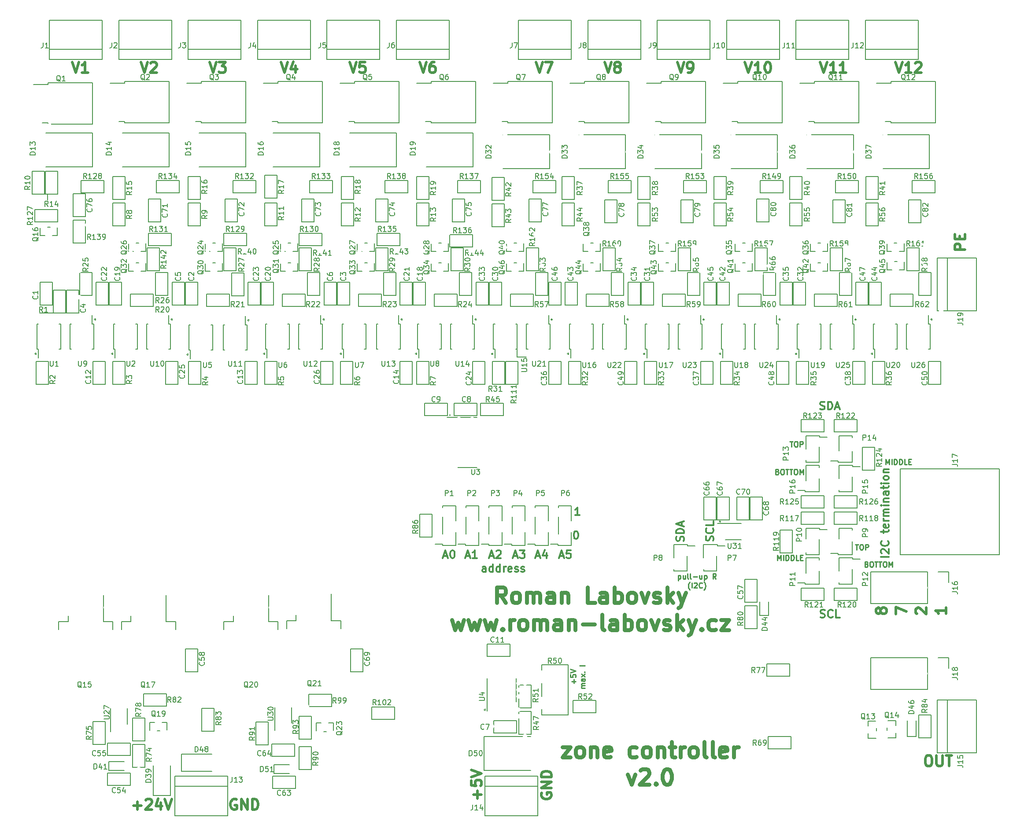
<source format=gto>
G04 #@! TF.GenerationSoftware,KiCad,Pcbnew,(5.1.6)-1*
G04 #@! TF.CreationDate,2023-08-01T14:26:21+02:00*
G04 #@! TF.ProjectId,zone-controller,7a6f6e65-2d63-46f6-9e74-726f6c6c6572,rev?*
G04 #@! TF.SameCoordinates,Original*
G04 #@! TF.FileFunction,Legend,Top*
G04 #@! TF.FilePolarity,Positive*
%FSLAX46Y46*%
G04 Gerber Fmt 4.6, Leading zero omitted, Abs format (unit mm)*
G04 Created by KiCad (PCBNEW (5.1.6)-1) date 2023-08-01 14:26:21*
%MOMM*%
%LPD*%
G01*
G04 APERTURE LIST*
%ADD10C,0.140000*%
%ADD11C,0.375000*%
%ADD12C,0.250000*%
%ADD13C,0.500000*%
%ADD14C,0.750000*%
%ADD15C,0.160000*%
%ADD16C,0.150000*%
%ADD17C,0.120000*%
%ADD18C,0.900000*%
%ADD19R,1.100000X1.100000*%
%ADD20C,0.100000*%
%ADD21C,6.100000*%
%ADD22R,1.600000X0.450000*%
%ADD23R,3.100000X1.350000*%
%ADD24C,2.200000*%
%ADD25R,2.600000X2.600000*%
%ADD26R,2.100000X2.100000*%
%ADD27C,2.100000*%
%ADD28R,10.900000X9.500000*%
%ADD29R,1.350000X4.700000*%
%ADD30R,2.600000X1.600000*%
%ADD31R,7.100000X7.100000*%
%ADD32R,3.600000X3.600000*%
%ADD33C,3.600000*%
%ADD34R,1.000000X2.100000*%
%ADD35R,0.450000X1.600000*%
%ADD36R,2.100000X0.600000*%
%ADD37R,0.600000X2.100000*%
%ADD38R,5.100000X3.500000*%
%ADD39O,3.200000X3.200000*%
%ADD40R,3.200000X3.200000*%
%ADD41C,1.600000*%
%ADD42C,3.400000*%
%ADD43R,0.900000X0.900000*%
%ADD44R,3.400000X4.100000*%
%ADD45R,1.000000X1.000000*%
G04 APERTURE END LIST*
D10*
X40894000Y-25400000D02*
X40894000Y-26416000D01*
D11*
X125166857Y-97960571D02*
X125166857Y-97174857D01*
X125095428Y-97032000D01*
X124952571Y-96960571D01*
X124666857Y-96960571D01*
X124524000Y-97032000D01*
X125166857Y-97889142D02*
X125024000Y-97960571D01*
X124666857Y-97960571D01*
X124524000Y-97889142D01*
X124452571Y-97746285D01*
X124452571Y-97603428D01*
X124524000Y-97460571D01*
X124666857Y-97389142D01*
X125024000Y-97389142D01*
X125166857Y-97317714D01*
X126524000Y-97960571D02*
X126524000Y-96460571D01*
X126524000Y-97889142D02*
X126381142Y-97960571D01*
X126095428Y-97960571D01*
X125952571Y-97889142D01*
X125881142Y-97817714D01*
X125809714Y-97674857D01*
X125809714Y-97246285D01*
X125881142Y-97103428D01*
X125952571Y-97032000D01*
X126095428Y-96960571D01*
X126381142Y-96960571D01*
X126524000Y-97032000D01*
X127881142Y-97960571D02*
X127881142Y-96460571D01*
X127881142Y-97889142D02*
X127738285Y-97960571D01*
X127452571Y-97960571D01*
X127309714Y-97889142D01*
X127238285Y-97817714D01*
X127166857Y-97674857D01*
X127166857Y-97246285D01*
X127238285Y-97103428D01*
X127309714Y-97032000D01*
X127452571Y-96960571D01*
X127738285Y-96960571D01*
X127881142Y-97032000D01*
X128595428Y-97960571D02*
X128595428Y-96960571D01*
X128595428Y-97246285D02*
X128666857Y-97103428D01*
X128738285Y-97032000D01*
X128881142Y-96960571D01*
X129024000Y-96960571D01*
X130095428Y-97889142D02*
X129952571Y-97960571D01*
X129666857Y-97960571D01*
X129524000Y-97889142D01*
X129452571Y-97746285D01*
X129452571Y-97174857D01*
X129524000Y-97032000D01*
X129666857Y-96960571D01*
X129952571Y-96960571D01*
X130095428Y-97032000D01*
X130166857Y-97174857D01*
X130166857Y-97317714D01*
X129452571Y-97460571D01*
X130738285Y-97889142D02*
X130881142Y-97960571D01*
X131166857Y-97960571D01*
X131309714Y-97889142D01*
X131381142Y-97746285D01*
X131381142Y-97674857D01*
X131309714Y-97532000D01*
X131166857Y-97460571D01*
X130952571Y-97460571D01*
X130809714Y-97389142D01*
X130738285Y-97246285D01*
X130738285Y-97174857D01*
X130809714Y-97032000D01*
X130952571Y-96960571D01*
X131166857Y-96960571D01*
X131309714Y-97032000D01*
X131952571Y-97889142D02*
X132095428Y-97960571D01*
X132381142Y-97960571D01*
X132524000Y-97889142D01*
X132595428Y-97746285D01*
X132595428Y-97674857D01*
X132524000Y-97532000D01*
X132381142Y-97460571D01*
X132166857Y-97460571D01*
X132024000Y-97389142D01*
X131952571Y-97246285D01*
X131952571Y-97174857D01*
X132024000Y-97032000D01*
X132166857Y-96960571D01*
X132381142Y-96960571D01*
X132524000Y-97032000D01*
X202608571Y-95042571D02*
X201108571Y-95042571D01*
X201251428Y-94399714D02*
X201180000Y-94328285D01*
X201108571Y-94185428D01*
X201108571Y-93828285D01*
X201180000Y-93685428D01*
X201251428Y-93614000D01*
X201394285Y-93542571D01*
X201537142Y-93542571D01*
X201751428Y-93614000D01*
X202608571Y-94471142D01*
X202608571Y-93542571D01*
X202465714Y-92042571D02*
X202537142Y-92114000D01*
X202608571Y-92328285D01*
X202608571Y-92471142D01*
X202537142Y-92685428D01*
X202394285Y-92828285D01*
X202251428Y-92899714D01*
X201965714Y-92971142D01*
X201751428Y-92971142D01*
X201465714Y-92899714D01*
X201322857Y-92828285D01*
X201180000Y-92685428D01*
X201108571Y-92471142D01*
X201108571Y-92328285D01*
X201180000Y-92114000D01*
X201251428Y-92042571D01*
X201608571Y-90471142D02*
X201608571Y-89899714D01*
X201108571Y-90256857D02*
X202394285Y-90256857D01*
X202537142Y-90185428D01*
X202608571Y-90042571D01*
X202608571Y-89899714D01*
X202537142Y-88828285D02*
X202608571Y-88971142D01*
X202608571Y-89256857D01*
X202537142Y-89399714D01*
X202394285Y-89471142D01*
X201822857Y-89471142D01*
X201680000Y-89399714D01*
X201608571Y-89256857D01*
X201608571Y-88971142D01*
X201680000Y-88828285D01*
X201822857Y-88756857D01*
X201965714Y-88756857D01*
X202108571Y-89471142D01*
X202608571Y-88114000D02*
X201608571Y-88114000D01*
X201894285Y-88114000D02*
X201751428Y-88042571D01*
X201680000Y-87971142D01*
X201608571Y-87828285D01*
X201608571Y-87685428D01*
X202608571Y-87185428D02*
X201608571Y-87185428D01*
X201751428Y-87185428D02*
X201680000Y-87114000D01*
X201608571Y-86971142D01*
X201608571Y-86756857D01*
X201680000Y-86614000D01*
X201822857Y-86542571D01*
X202608571Y-86542571D01*
X201822857Y-86542571D02*
X201680000Y-86471142D01*
X201608571Y-86328285D01*
X201608571Y-86114000D01*
X201680000Y-85971142D01*
X201822857Y-85899714D01*
X202608571Y-85899714D01*
X202608571Y-85185428D02*
X201608571Y-85185428D01*
X201108571Y-85185428D02*
X201180000Y-85256857D01*
X201251428Y-85185428D01*
X201180000Y-85114000D01*
X201108571Y-85185428D01*
X201251428Y-85185428D01*
X201608571Y-84471142D02*
X202608571Y-84471142D01*
X201751428Y-84471142D02*
X201680000Y-84399714D01*
X201608571Y-84256857D01*
X201608571Y-84042571D01*
X201680000Y-83899714D01*
X201822857Y-83828285D01*
X202608571Y-83828285D01*
X202608571Y-82471142D02*
X201822857Y-82471142D01*
X201680000Y-82542571D01*
X201608571Y-82685428D01*
X201608571Y-82971142D01*
X201680000Y-83114000D01*
X202537142Y-82471142D02*
X202608571Y-82614000D01*
X202608571Y-82971142D01*
X202537142Y-83114000D01*
X202394285Y-83185428D01*
X202251428Y-83185428D01*
X202108571Y-83114000D01*
X202037142Y-82971142D01*
X202037142Y-82614000D01*
X201965714Y-82471142D01*
X201608571Y-81971142D02*
X201608571Y-81399714D01*
X201108571Y-81756857D02*
X202394285Y-81756857D01*
X202537142Y-81685428D01*
X202608571Y-81542571D01*
X202608571Y-81399714D01*
X202608571Y-80899714D02*
X201608571Y-80899714D01*
X201108571Y-80899714D02*
X201180000Y-80971142D01*
X201251428Y-80899714D01*
X201180000Y-80828285D01*
X201108571Y-80899714D01*
X201251428Y-80899714D01*
X202608571Y-79971142D02*
X202537142Y-80114000D01*
X202465714Y-80185428D01*
X202322857Y-80256857D01*
X201894285Y-80256857D01*
X201751428Y-80185428D01*
X201680000Y-80114000D01*
X201608571Y-79971142D01*
X201608571Y-79756857D01*
X201680000Y-79614000D01*
X201751428Y-79542571D01*
X201894285Y-79471142D01*
X202322857Y-79471142D01*
X202465714Y-79542571D01*
X202537142Y-79614000D01*
X202608571Y-79756857D01*
X202608571Y-79971142D01*
X201608571Y-78828285D02*
X202608571Y-78828285D01*
X201751428Y-78828285D02*
X201680000Y-78756857D01*
X201608571Y-78614000D01*
X201608571Y-78399714D01*
X201680000Y-78256857D01*
X201822857Y-78185428D01*
X202608571Y-78185428D01*
X189476285Y-106652142D02*
X189690571Y-106723571D01*
X190047714Y-106723571D01*
X190190571Y-106652142D01*
X190262000Y-106580714D01*
X190333428Y-106437857D01*
X190333428Y-106295000D01*
X190262000Y-106152142D01*
X190190571Y-106080714D01*
X190047714Y-106009285D01*
X189762000Y-105937857D01*
X189619142Y-105866428D01*
X189547714Y-105795000D01*
X189476285Y-105652142D01*
X189476285Y-105509285D01*
X189547714Y-105366428D01*
X189619142Y-105295000D01*
X189762000Y-105223571D01*
X190119142Y-105223571D01*
X190333428Y-105295000D01*
X191833428Y-106580714D02*
X191762000Y-106652142D01*
X191547714Y-106723571D01*
X191404857Y-106723571D01*
X191190571Y-106652142D01*
X191047714Y-106509285D01*
X190976285Y-106366428D01*
X190904857Y-106080714D01*
X190904857Y-105866428D01*
X190976285Y-105580714D01*
X191047714Y-105437857D01*
X191190571Y-105295000D01*
X191404857Y-105223571D01*
X191547714Y-105223571D01*
X191762000Y-105295000D01*
X191833428Y-105366428D01*
X193190571Y-106723571D02*
X192476285Y-106723571D01*
X192476285Y-105223571D01*
X189440571Y-66647142D02*
X189654857Y-66718571D01*
X190012000Y-66718571D01*
X190154857Y-66647142D01*
X190226285Y-66575714D01*
X190297714Y-66432857D01*
X190297714Y-66290000D01*
X190226285Y-66147142D01*
X190154857Y-66075714D01*
X190012000Y-66004285D01*
X189726285Y-65932857D01*
X189583428Y-65861428D01*
X189512000Y-65790000D01*
X189440571Y-65647142D01*
X189440571Y-65504285D01*
X189512000Y-65361428D01*
X189583428Y-65290000D01*
X189726285Y-65218571D01*
X190083428Y-65218571D01*
X190297714Y-65290000D01*
X190940571Y-66718571D02*
X190940571Y-65218571D01*
X191297714Y-65218571D01*
X191512000Y-65290000D01*
X191654857Y-65432857D01*
X191726285Y-65575714D01*
X191797714Y-65861428D01*
X191797714Y-66075714D01*
X191726285Y-66361428D01*
X191654857Y-66504285D01*
X191512000Y-66647142D01*
X191297714Y-66718571D01*
X190940571Y-66718571D01*
X192369142Y-66290000D02*
X193083428Y-66290000D01*
X192226285Y-66718571D02*
X192726285Y-65218571D01*
X193226285Y-66718571D01*
D12*
X181205476Y-78668571D02*
X181348333Y-78716190D01*
X181395952Y-78763809D01*
X181443571Y-78859047D01*
X181443571Y-79001904D01*
X181395952Y-79097142D01*
X181348333Y-79144761D01*
X181253095Y-79192380D01*
X180872142Y-79192380D01*
X180872142Y-78192380D01*
X181205476Y-78192380D01*
X181300714Y-78240000D01*
X181348333Y-78287619D01*
X181395952Y-78382857D01*
X181395952Y-78478095D01*
X181348333Y-78573333D01*
X181300714Y-78620952D01*
X181205476Y-78668571D01*
X180872142Y-78668571D01*
X182062619Y-78192380D02*
X182253095Y-78192380D01*
X182348333Y-78240000D01*
X182443571Y-78335238D01*
X182491190Y-78525714D01*
X182491190Y-78859047D01*
X182443571Y-79049523D01*
X182348333Y-79144761D01*
X182253095Y-79192380D01*
X182062619Y-79192380D01*
X181967380Y-79144761D01*
X181872142Y-79049523D01*
X181824523Y-78859047D01*
X181824523Y-78525714D01*
X181872142Y-78335238D01*
X181967380Y-78240000D01*
X182062619Y-78192380D01*
X182776904Y-78192380D02*
X183348333Y-78192380D01*
X183062619Y-79192380D02*
X183062619Y-78192380D01*
X183538809Y-78192380D02*
X184110238Y-78192380D01*
X183824523Y-79192380D02*
X183824523Y-78192380D01*
X184634047Y-78192380D02*
X184824523Y-78192380D01*
X184919761Y-78240000D01*
X185015000Y-78335238D01*
X185062619Y-78525714D01*
X185062619Y-78859047D01*
X185015000Y-79049523D01*
X184919761Y-79144761D01*
X184824523Y-79192380D01*
X184634047Y-79192380D01*
X184538809Y-79144761D01*
X184443571Y-79049523D01*
X184395952Y-78859047D01*
X184395952Y-78525714D01*
X184443571Y-78335238D01*
X184538809Y-78240000D01*
X184634047Y-78192380D01*
X185491190Y-79192380D02*
X185491190Y-78192380D01*
X185824523Y-78906666D01*
X186157857Y-78192380D01*
X186157857Y-79192380D01*
X183602476Y-72858380D02*
X184173904Y-72858380D01*
X183888190Y-73858380D02*
X183888190Y-72858380D01*
X184697714Y-72858380D02*
X184888190Y-72858380D01*
X184983428Y-72906000D01*
X185078666Y-73001238D01*
X185126285Y-73191714D01*
X185126285Y-73525047D01*
X185078666Y-73715523D01*
X184983428Y-73810761D01*
X184888190Y-73858380D01*
X184697714Y-73858380D01*
X184602476Y-73810761D01*
X184507238Y-73715523D01*
X184459619Y-73525047D01*
X184459619Y-73191714D01*
X184507238Y-73001238D01*
X184602476Y-72906000D01*
X184697714Y-72858380D01*
X185554857Y-73858380D02*
X185554857Y-72858380D01*
X185935809Y-72858380D01*
X186031047Y-72906000D01*
X186078666Y-72953619D01*
X186126285Y-73048857D01*
X186126285Y-73191714D01*
X186078666Y-73286952D01*
X186031047Y-73334571D01*
X185935809Y-73382190D01*
X185554857Y-73382190D01*
X202041428Y-77287380D02*
X202041428Y-76287380D01*
X202374761Y-77001666D01*
X202708095Y-76287380D01*
X202708095Y-77287380D01*
X203184285Y-77287380D02*
X203184285Y-76287380D01*
X203660476Y-77287380D02*
X203660476Y-76287380D01*
X203898571Y-76287380D01*
X204041428Y-76335000D01*
X204136666Y-76430238D01*
X204184285Y-76525476D01*
X204231904Y-76715952D01*
X204231904Y-76858809D01*
X204184285Y-77049285D01*
X204136666Y-77144523D01*
X204041428Y-77239761D01*
X203898571Y-77287380D01*
X203660476Y-77287380D01*
X204660476Y-77287380D02*
X204660476Y-76287380D01*
X204898571Y-76287380D01*
X205041428Y-76335000D01*
X205136666Y-76430238D01*
X205184285Y-76525476D01*
X205231904Y-76715952D01*
X205231904Y-76858809D01*
X205184285Y-77049285D01*
X205136666Y-77144523D01*
X205041428Y-77239761D01*
X204898571Y-77287380D01*
X204660476Y-77287380D01*
X206136666Y-77287380D02*
X205660476Y-77287380D01*
X205660476Y-76287380D01*
X206470000Y-76763571D02*
X206803333Y-76763571D01*
X206946190Y-77287380D02*
X206470000Y-77287380D01*
X206470000Y-76287380D01*
X206946190Y-76287380D01*
X181213428Y-95702380D02*
X181213428Y-94702380D01*
X181546761Y-95416666D01*
X181880095Y-94702380D01*
X181880095Y-95702380D01*
X182356285Y-95702380D02*
X182356285Y-94702380D01*
X182832476Y-95702380D02*
X182832476Y-94702380D01*
X183070571Y-94702380D01*
X183213428Y-94750000D01*
X183308666Y-94845238D01*
X183356285Y-94940476D01*
X183403904Y-95130952D01*
X183403904Y-95273809D01*
X183356285Y-95464285D01*
X183308666Y-95559523D01*
X183213428Y-95654761D01*
X183070571Y-95702380D01*
X182832476Y-95702380D01*
X183832476Y-95702380D02*
X183832476Y-94702380D01*
X184070571Y-94702380D01*
X184213428Y-94750000D01*
X184308666Y-94845238D01*
X184356285Y-94940476D01*
X184403904Y-95130952D01*
X184403904Y-95273809D01*
X184356285Y-95464285D01*
X184308666Y-95559523D01*
X184213428Y-95654761D01*
X184070571Y-95702380D01*
X183832476Y-95702380D01*
X185308666Y-95702380D02*
X184832476Y-95702380D01*
X184832476Y-94702380D01*
X185642000Y-95178571D02*
X185975333Y-95178571D01*
X186118190Y-95702380D02*
X185642000Y-95702380D01*
X185642000Y-94702380D01*
X186118190Y-94702380D01*
X198350476Y-96448571D02*
X198493333Y-96496190D01*
X198540952Y-96543809D01*
X198588571Y-96639047D01*
X198588571Y-96781904D01*
X198540952Y-96877142D01*
X198493333Y-96924761D01*
X198398095Y-96972380D01*
X198017142Y-96972380D01*
X198017142Y-95972380D01*
X198350476Y-95972380D01*
X198445714Y-96020000D01*
X198493333Y-96067619D01*
X198540952Y-96162857D01*
X198540952Y-96258095D01*
X198493333Y-96353333D01*
X198445714Y-96400952D01*
X198350476Y-96448571D01*
X198017142Y-96448571D01*
X199207619Y-95972380D02*
X199398095Y-95972380D01*
X199493333Y-96020000D01*
X199588571Y-96115238D01*
X199636190Y-96305714D01*
X199636190Y-96639047D01*
X199588571Y-96829523D01*
X199493333Y-96924761D01*
X199398095Y-96972380D01*
X199207619Y-96972380D01*
X199112380Y-96924761D01*
X199017142Y-96829523D01*
X198969523Y-96639047D01*
X198969523Y-96305714D01*
X199017142Y-96115238D01*
X199112380Y-96020000D01*
X199207619Y-95972380D01*
X199921904Y-95972380D02*
X200493333Y-95972380D01*
X200207619Y-96972380D02*
X200207619Y-95972380D01*
X200683809Y-95972380D02*
X201255238Y-95972380D01*
X200969523Y-96972380D02*
X200969523Y-95972380D01*
X201779047Y-95972380D02*
X201969523Y-95972380D01*
X202064761Y-96020000D01*
X202160000Y-96115238D01*
X202207619Y-96305714D01*
X202207619Y-96639047D01*
X202160000Y-96829523D01*
X202064761Y-96924761D01*
X201969523Y-96972380D01*
X201779047Y-96972380D01*
X201683809Y-96924761D01*
X201588571Y-96829523D01*
X201540952Y-96639047D01*
X201540952Y-96305714D01*
X201588571Y-96115238D01*
X201683809Y-96020000D01*
X201779047Y-95972380D01*
X202636190Y-96972380D02*
X202636190Y-95972380D01*
X202969523Y-96686666D01*
X203302857Y-95972380D01*
X203302857Y-96972380D01*
X196175476Y-92670380D02*
X196746904Y-92670380D01*
X196461190Y-93670380D02*
X196461190Y-92670380D01*
X197270714Y-92670380D02*
X197461190Y-92670380D01*
X197556428Y-92718000D01*
X197651666Y-92813238D01*
X197699285Y-93003714D01*
X197699285Y-93337047D01*
X197651666Y-93527523D01*
X197556428Y-93622761D01*
X197461190Y-93670380D01*
X197270714Y-93670380D01*
X197175476Y-93622761D01*
X197080238Y-93527523D01*
X197032619Y-93337047D01*
X197032619Y-93003714D01*
X197080238Y-92813238D01*
X197175476Y-92718000D01*
X197270714Y-92670380D01*
X198127857Y-93670380D02*
X198127857Y-92670380D01*
X198508809Y-92670380D01*
X198604047Y-92718000D01*
X198651666Y-92765619D01*
X198699285Y-92860857D01*
X198699285Y-93003714D01*
X198651666Y-93098952D01*
X198604047Y-93146571D01*
X198508809Y-93194190D01*
X198127857Y-93194190D01*
D13*
X201056904Y-105600476D02*
X200961666Y-105790952D01*
X200866428Y-105886190D01*
X200675952Y-105981428D01*
X200580714Y-105981428D01*
X200390238Y-105886190D01*
X200295000Y-105790952D01*
X200199761Y-105600476D01*
X200199761Y-105219523D01*
X200295000Y-105029047D01*
X200390238Y-104933809D01*
X200580714Y-104838571D01*
X200675952Y-104838571D01*
X200866428Y-104933809D01*
X200961666Y-105029047D01*
X201056904Y-105219523D01*
X201056904Y-105600476D01*
X201152142Y-105790952D01*
X201247380Y-105886190D01*
X201437857Y-105981428D01*
X201818809Y-105981428D01*
X202009285Y-105886190D01*
X202104523Y-105790952D01*
X202199761Y-105600476D01*
X202199761Y-105219523D01*
X202104523Y-105029047D01*
X202009285Y-104933809D01*
X201818809Y-104838571D01*
X201437857Y-104838571D01*
X201247380Y-104933809D01*
X201152142Y-105029047D01*
X201056904Y-105219523D01*
X204009761Y-106076666D02*
X204009761Y-104743333D01*
X206009761Y-105600476D01*
X208010238Y-105981428D02*
X207915000Y-105886190D01*
X207819761Y-105695714D01*
X207819761Y-105219523D01*
X207915000Y-105029047D01*
X208010238Y-104933809D01*
X208200714Y-104838571D01*
X208391190Y-104838571D01*
X208676904Y-104933809D01*
X209819761Y-106076666D01*
X209819761Y-104838571D01*
X213629761Y-104838571D02*
X213629761Y-105981428D01*
X213629761Y-105410000D02*
X211629761Y-105410000D01*
X211915476Y-105600476D01*
X212105952Y-105790952D01*
X212201190Y-105981428D01*
X203930571Y79238D02*
X204597238Y-1920761D01*
X205263904Y79238D01*
X206978190Y-1920761D02*
X205835333Y-1920761D01*
X206406761Y-1920761D02*
X206406761Y79238D01*
X206216285Y-206476D01*
X206025809Y-396952D01*
X205835333Y-492190D01*
X207740095Y-111238D02*
X207835333Y-16000D01*
X208025809Y79238D01*
X208502000Y79238D01*
X208692476Y-16000D01*
X208787714Y-111238D01*
X208882952Y-301714D01*
X208882952Y-492190D01*
X208787714Y-777904D01*
X207644857Y-1920761D01*
X208882952Y-1920761D01*
X189452571Y79238D02*
X190119238Y-1920761D01*
X190785904Y79238D01*
X192500190Y-1920761D02*
X191357333Y-1920761D01*
X191928761Y-1920761D02*
X191928761Y79238D01*
X191738285Y-206476D01*
X191547809Y-396952D01*
X191357333Y-492190D01*
X194404952Y-1920761D02*
X193262095Y-1920761D01*
X193833523Y-1920761D02*
X193833523Y79238D01*
X193643047Y-206476D01*
X193452571Y-396952D01*
X193262095Y-492190D01*
X174974571Y79238D02*
X175641238Y-1920761D01*
X176307904Y79238D01*
X178022190Y-1920761D02*
X176879333Y-1920761D01*
X177450761Y-1920761D02*
X177450761Y79238D01*
X177260285Y-206476D01*
X177069809Y-396952D01*
X176879333Y-492190D01*
X179260285Y79238D02*
X179450761Y79238D01*
X179641238Y-16000D01*
X179736476Y-111238D01*
X179831714Y-301714D01*
X179926952Y-682666D01*
X179926952Y-1158857D01*
X179831714Y-1539809D01*
X179736476Y-1730285D01*
X179641238Y-1825523D01*
X179450761Y-1920761D01*
X179260285Y-1920761D01*
X179069809Y-1825523D01*
X178974571Y-1730285D01*
X178879333Y-1539809D01*
X178784095Y-1158857D01*
X178784095Y-682666D01*
X178879333Y-301714D01*
X178974571Y-111238D01*
X179069809Y-16000D01*
X179260285Y79238D01*
X161956952Y79238D02*
X162623619Y-1920761D01*
X163290285Y79238D01*
X164052190Y-1920761D02*
X164433142Y-1920761D01*
X164623619Y-1825523D01*
X164718857Y-1730285D01*
X164909333Y-1444571D01*
X165004571Y-1063619D01*
X165004571Y-301714D01*
X164909333Y-111238D01*
X164814095Y-16000D01*
X164623619Y79238D01*
X164242666Y79238D01*
X164052190Y-16000D01*
X163956952Y-111238D01*
X163861714Y-301714D01*
X163861714Y-777904D01*
X163956952Y-968380D01*
X164052190Y-1063619D01*
X164242666Y-1158857D01*
X164623619Y-1158857D01*
X164814095Y-1063619D01*
X164909333Y-968380D01*
X165004571Y-777904D01*
X147986952Y79238D02*
X148653619Y-1920761D01*
X149320285Y79238D01*
X150272666Y-777904D02*
X150082190Y-682666D01*
X149986952Y-587428D01*
X149891714Y-396952D01*
X149891714Y-301714D01*
X149986952Y-111238D01*
X150082190Y-16000D01*
X150272666Y79238D01*
X150653619Y79238D01*
X150844095Y-16000D01*
X150939333Y-111238D01*
X151034571Y-301714D01*
X151034571Y-396952D01*
X150939333Y-587428D01*
X150844095Y-682666D01*
X150653619Y-777904D01*
X150272666Y-777904D01*
X150082190Y-873142D01*
X149986952Y-968380D01*
X149891714Y-1158857D01*
X149891714Y-1539809D01*
X149986952Y-1730285D01*
X150082190Y-1825523D01*
X150272666Y-1920761D01*
X150653619Y-1920761D01*
X150844095Y-1825523D01*
X150939333Y-1730285D01*
X151034571Y-1539809D01*
X151034571Y-1158857D01*
X150939333Y-968380D01*
X150844095Y-873142D01*
X150653619Y-777904D01*
X134778952Y79238D02*
X135445619Y-1920761D01*
X136112285Y79238D01*
X136588476Y79238D02*
X137921809Y79238D01*
X137064666Y-1920761D01*
X112426952Y79238D02*
X113093619Y-1920761D01*
X113760285Y79238D01*
X115284095Y79238D02*
X114903142Y79238D01*
X114712666Y-16000D01*
X114617428Y-111238D01*
X114426952Y-396952D01*
X114331714Y-777904D01*
X114331714Y-1539809D01*
X114426952Y-1730285D01*
X114522190Y-1825523D01*
X114712666Y-1920761D01*
X115093619Y-1920761D01*
X115284095Y-1825523D01*
X115379333Y-1730285D01*
X115474571Y-1539809D01*
X115474571Y-1063619D01*
X115379333Y-873142D01*
X115284095Y-777904D01*
X115093619Y-682666D01*
X114712666Y-682666D01*
X114522190Y-777904D01*
X114426952Y-873142D01*
X114331714Y-1063619D01*
X98964952Y79238D02*
X99631619Y-1920761D01*
X100298285Y79238D01*
X101917333Y79238D02*
X100964952Y79238D01*
X100869714Y-873142D01*
X100964952Y-777904D01*
X101155428Y-682666D01*
X101631619Y-682666D01*
X101822095Y-777904D01*
X101917333Y-873142D01*
X102012571Y-1063619D01*
X102012571Y-1539809D01*
X101917333Y-1730285D01*
X101822095Y-1825523D01*
X101631619Y-1920761D01*
X101155428Y-1920761D01*
X100964952Y-1825523D01*
X100869714Y-1730285D01*
X85756952Y79238D02*
X86423619Y-1920761D01*
X87090285Y79238D01*
X88614095Y-587428D02*
X88614095Y-1920761D01*
X88137904Y174476D02*
X87661714Y-1254095D01*
X88899809Y-1254095D01*
X72040952Y79238D02*
X72707619Y-1920761D01*
X73374285Y79238D01*
X73850476Y79238D02*
X75088571Y79238D01*
X74421904Y-682666D01*
X74707619Y-682666D01*
X74898095Y-777904D01*
X74993333Y-873142D01*
X75088571Y-1063619D01*
X75088571Y-1539809D01*
X74993333Y-1730285D01*
X74898095Y-1825523D01*
X74707619Y-1920761D01*
X74136190Y-1920761D01*
X73945714Y-1825523D01*
X73850476Y-1730285D01*
X58832952Y79238D02*
X59499619Y-1920761D01*
X60166285Y79238D01*
X60737714Y-111238D02*
X60832952Y-16000D01*
X61023428Y79238D01*
X61499619Y79238D01*
X61690095Y-16000D01*
X61785333Y-111238D01*
X61880571Y-301714D01*
X61880571Y-492190D01*
X61785333Y-777904D01*
X60642476Y-1920761D01*
X61880571Y-1920761D01*
X45624952Y79238D02*
X46291619Y-1920761D01*
X46958285Y79238D01*
X48672571Y-1920761D02*
X47529714Y-1920761D01*
X48101142Y-1920761D02*
X48101142Y79238D01*
X47910666Y-206476D01*
X47720190Y-396952D01*
X47529714Y-492190D01*
D11*
X168882142Y-91955714D02*
X168953571Y-91741428D01*
X168953571Y-91384285D01*
X168882142Y-91241428D01*
X168810714Y-91170000D01*
X168667857Y-91098571D01*
X168525000Y-91098571D01*
X168382142Y-91170000D01*
X168310714Y-91241428D01*
X168239285Y-91384285D01*
X168167857Y-91670000D01*
X168096428Y-91812857D01*
X168025000Y-91884285D01*
X167882142Y-91955714D01*
X167739285Y-91955714D01*
X167596428Y-91884285D01*
X167525000Y-91812857D01*
X167453571Y-91670000D01*
X167453571Y-91312857D01*
X167525000Y-91098571D01*
X168810714Y-89598571D02*
X168882142Y-89670000D01*
X168953571Y-89884285D01*
X168953571Y-90027142D01*
X168882142Y-90241428D01*
X168739285Y-90384285D01*
X168596428Y-90455714D01*
X168310714Y-90527142D01*
X168096428Y-90527142D01*
X167810714Y-90455714D01*
X167667857Y-90384285D01*
X167525000Y-90241428D01*
X167453571Y-90027142D01*
X167453571Y-89884285D01*
X167525000Y-89670000D01*
X167596428Y-89598571D01*
X168953571Y-88241428D02*
X168953571Y-88955714D01*
X167453571Y-88955714D01*
X163167142Y-91991428D02*
X163238571Y-91777142D01*
X163238571Y-91420000D01*
X163167142Y-91277142D01*
X163095714Y-91205714D01*
X162952857Y-91134285D01*
X162810000Y-91134285D01*
X162667142Y-91205714D01*
X162595714Y-91277142D01*
X162524285Y-91420000D01*
X162452857Y-91705714D01*
X162381428Y-91848571D01*
X162310000Y-91920000D01*
X162167142Y-91991428D01*
X162024285Y-91991428D01*
X161881428Y-91920000D01*
X161810000Y-91848571D01*
X161738571Y-91705714D01*
X161738571Y-91348571D01*
X161810000Y-91134285D01*
X163238571Y-90491428D02*
X161738571Y-90491428D01*
X161738571Y-90134285D01*
X161810000Y-89920000D01*
X161952857Y-89777142D01*
X162095714Y-89705714D01*
X162381428Y-89634285D01*
X162595714Y-89634285D01*
X162881428Y-89705714D01*
X163024285Y-89777142D01*
X163167142Y-89920000D01*
X163238571Y-90134285D01*
X163238571Y-90491428D01*
X162810000Y-89062857D02*
X162810000Y-88348571D01*
X163238571Y-89205714D02*
X161738571Y-88705714D01*
X163238571Y-88205714D01*
D12*
X162139761Y-98605714D02*
X162139761Y-99605714D01*
X162139761Y-98653333D02*
X162235000Y-98605714D01*
X162425476Y-98605714D01*
X162520714Y-98653333D01*
X162568333Y-98700952D01*
X162615952Y-98796190D01*
X162615952Y-99081904D01*
X162568333Y-99177142D01*
X162520714Y-99224761D01*
X162425476Y-99272380D01*
X162235000Y-99272380D01*
X162139761Y-99224761D01*
X163473095Y-98605714D02*
X163473095Y-99272380D01*
X163044523Y-98605714D02*
X163044523Y-99129523D01*
X163092142Y-99224761D01*
X163187380Y-99272380D01*
X163330238Y-99272380D01*
X163425476Y-99224761D01*
X163473095Y-99177142D01*
X164092142Y-99272380D02*
X163996904Y-99224761D01*
X163949285Y-99129523D01*
X163949285Y-98272380D01*
X164615952Y-99272380D02*
X164520714Y-99224761D01*
X164473095Y-99129523D01*
X164473095Y-98272380D01*
X164996904Y-98891428D02*
X165758809Y-98891428D01*
X166663571Y-98605714D02*
X166663571Y-99272380D01*
X166235000Y-98605714D02*
X166235000Y-99129523D01*
X166282619Y-99224761D01*
X166377857Y-99272380D01*
X166520714Y-99272380D01*
X166615952Y-99224761D01*
X166663571Y-99177142D01*
X167139761Y-98605714D02*
X167139761Y-99605714D01*
X167139761Y-98653333D02*
X167235000Y-98605714D01*
X167425476Y-98605714D01*
X167520714Y-98653333D01*
X167568333Y-98700952D01*
X167615952Y-98796190D01*
X167615952Y-99081904D01*
X167568333Y-99177142D01*
X167520714Y-99224761D01*
X167425476Y-99272380D01*
X167235000Y-99272380D01*
X167139761Y-99224761D01*
X169377857Y-99272380D02*
X169044523Y-98796190D01*
X168806428Y-99272380D02*
X168806428Y-98272380D01*
X169187380Y-98272380D01*
X169282619Y-98320000D01*
X169330238Y-98367619D01*
X169377857Y-98462857D01*
X169377857Y-98605714D01*
X169330238Y-98700952D01*
X169282619Y-98748571D01*
X169187380Y-98796190D01*
X168806428Y-98796190D01*
X164377857Y-101403333D02*
X164330238Y-101355714D01*
X164235000Y-101212857D01*
X164187380Y-101117619D01*
X164139761Y-100974761D01*
X164092142Y-100736666D01*
X164092142Y-100546190D01*
X164139761Y-100308095D01*
X164187380Y-100165238D01*
X164235000Y-100070000D01*
X164330238Y-99927142D01*
X164377857Y-99879523D01*
X164758809Y-101022380D02*
X164758809Y-100022380D01*
X165187380Y-100117619D02*
X165235000Y-100070000D01*
X165330238Y-100022380D01*
X165568333Y-100022380D01*
X165663571Y-100070000D01*
X165711190Y-100117619D01*
X165758809Y-100212857D01*
X165758809Y-100308095D01*
X165711190Y-100450952D01*
X165139761Y-101022380D01*
X165758809Y-101022380D01*
X166758809Y-100927142D02*
X166711190Y-100974761D01*
X166568333Y-101022380D01*
X166473095Y-101022380D01*
X166330238Y-100974761D01*
X166235000Y-100879523D01*
X166187380Y-100784285D01*
X166139761Y-100593809D01*
X166139761Y-100450952D01*
X166187380Y-100260476D01*
X166235000Y-100165238D01*
X166330238Y-100070000D01*
X166473095Y-100022380D01*
X166568333Y-100022380D01*
X166711190Y-100070000D01*
X166758809Y-100117619D01*
X167092142Y-101403333D02*
X167139761Y-101355714D01*
X167235000Y-101212857D01*
X167282619Y-101117619D01*
X167330238Y-100974761D01*
X167377857Y-100736666D01*
X167377857Y-100546190D01*
X167330238Y-100308095D01*
X167282619Y-100165238D01*
X167235000Y-100070000D01*
X167139761Y-99927142D01*
X167092142Y-99879523D01*
X142071428Y-119395714D02*
X142071428Y-118633809D01*
X142452380Y-119014761D02*
X141690476Y-119014761D01*
X141452380Y-117681428D02*
X141452380Y-118157619D01*
X141928571Y-118205238D01*
X141880952Y-118157619D01*
X141833333Y-118062380D01*
X141833333Y-117824285D01*
X141880952Y-117729047D01*
X141928571Y-117681428D01*
X142023809Y-117633809D01*
X142261904Y-117633809D01*
X142357142Y-117681428D01*
X142404761Y-117729047D01*
X142452380Y-117824285D01*
X142452380Y-118062380D01*
X142404761Y-118157619D01*
X142357142Y-118205238D01*
X141452380Y-117348095D02*
X142452380Y-117014761D01*
X141452380Y-116681428D01*
X144202380Y-120252857D02*
X143535714Y-120252857D01*
X143630952Y-120252857D02*
X143583333Y-120205238D01*
X143535714Y-120110000D01*
X143535714Y-119967142D01*
X143583333Y-119871904D01*
X143678571Y-119824285D01*
X144202380Y-119824285D01*
X143678571Y-119824285D02*
X143583333Y-119776666D01*
X143535714Y-119681428D01*
X143535714Y-119538571D01*
X143583333Y-119443333D01*
X143678571Y-119395714D01*
X144202380Y-119395714D01*
X144202380Y-118490952D02*
X143678571Y-118490952D01*
X143583333Y-118538571D01*
X143535714Y-118633809D01*
X143535714Y-118824285D01*
X143583333Y-118919523D01*
X144154761Y-118490952D02*
X144202380Y-118586190D01*
X144202380Y-118824285D01*
X144154761Y-118919523D01*
X144059523Y-118967142D01*
X143964285Y-118967142D01*
X143869047Y-118919523D01*
X143821428Y-118824285D01*
X143821428Y-118586190D01*
X143773809Y-118490952D01*
X144202380Y-118110000D02*
X143535714Y-117586190D01*
X143535714Y-118110000D02*
X144202380Y-117586190D01*
X144107142Y-117205238D02*
X144154761Y-117157619D01*
X144202380Y-117205238D01*
X144154761Y-117252857D01*
X144107142Y-117205238D01*
X144202380Y-117205238D01*
X144202380Y-115967142D02*
X143202380Y-115967142D01*
D13*
X77216190Y-141748000D02*
X77025714Y-141652761D01*
X76740000Y-141652761D01*
X76454285Y-141748000D01*
X76263809Y-141938476D01*
X76168571Y-142128952D01*
X76073333Y-142509904D01*
X76073333Y-142795619D01*
X76168571Y-143176571D01*
X76263809Y-143367047D01*
X76454285Y-143557523D01*
X76740000Y-143652761D01*
X76930476Y-143652761D01*
X77216190Y-143557523D01*
X77311428Y-143462285D01*
X77311428Y-142795619D01*
X76930476Y-142795619D01*
X78168571Y-143652761D02*
X78168571Y-141652761D01*
X79311428Y-143652761D01*
X79311428Y-141652761D01*
X80263809Y-143652761D02*
X80263809Y-141652761D01*
X80740000Y-141652761D01*
X81025714Y-141748000D01*
X81216190Y-141938476D01*
X81311428Y-142128952D01*
X81406666Y-142509904D01*
X81406666Y-142795619D01*
X81311428Y-143176571D01*
X81216190Y-143367047D01*
X81025714Y-143557523D01*
X80740000Y-143652761D01*
X80263809Y-143652761D01*
X57436190Y-142890857D02*
X58960000Y-142890857D01*
X58198095Y-143652761D02*
X58198095Y-142128952D01*
X59817142Y-141843238D02*
X59912380Y-141748000D01*
X60102857Y-141652761D01*
X60579047Y-141652761D01*
X60769523Y-141748000D01*
X60864761Y-141843238D01*
X60960000Y-142033714D01*
X60960000Y-142224190D01*
X60864761Y-142509904D01*
X59721904Y-143652761D01*
X60960000Y-143652761D01*
X62674285Y-142319428D02*
X62674285Y-143652761D01*
X62198095Y-141557523D02*
X61721904Y-142986095D01*
X62960000Y-142986095D01*
X63436190Y-141652761D02*
X64102857Y-143652761D01*
X64769523Y-141652761D01*
X135906000Y-140461809D02*
X135810761Y-140652285D01*
X135810761Y-140938000D01*
X135906000Y-141223714D01*
X136096476Y-141414190D01*
X136286952Y-141509428D01*
X136667904Y-141604666D01*
X136953619Y-141604666D01*
X137334571Y-141509428D01*
X137525047Y-141414190D01*
X137715523Y-141223714D01*
X137810761Y-140938000D01*
X137810761Y-140747523D01*
X137715523Y-140461809D01*
X137620285Y-140366571D01*
X136953619Y-140366571D01*
X136953619Y-140747523D01*
X137810761Y-139509428D02*
X135810761Y-139509428D01*
X137810761Y-138366571D01*
X135810761Y-138366571D01*
X137810761Y-137414190D02*
X135810761Y-137414190D01*
X135810761Y-136938000D01*
X135906000Y-136652285D01*
X136096476Y-136461809D01*
X136286952Y-136366571D01*
X136667904Y-136271333D01*
X136953619Y-136271333D01*
X137334571Y-136366571D01*
X137525047Y-136461809D01*
X137715523Y-136652285D01*
X137810761Y-136938000D01*
X137810761Y-137414190D01*
X123586857Y-141509428D02*
X123586857Y-139985619D01*
X124348761Y-140747523D02*
X122824952Y-140747523D01*
X122348761Y-138080857D02*
X122348761Y-139033238D01*
X123301142Y-139128476D01*
X123205904Y-139033238D01*
X123110666Y-138842761D01*
X123110666Y-138366571D01*
X123205904Y-138176095D01*
X123301142Y-138080857D01*
X123491619Y-137985619D01*
X123967809Y-137985619D01*
X124158285Y-138080857D01*
X124253523Y-138176095D01*
X124348761Y-138366571D01*
X124348761Y-138842761D01*
X124253523Y-139033238D01*
X124158285Y-139128476D01*
X122348761Y-137414190D02*
X124348761Y-136747523D01*
X122348761Y-136080857D01*
X210090000Y-133270761D02*
X210470952Y-133270761D01*
X210661428Y-133366000D01*
X210851904Y-133556476D01*
X210947142Y-133937428D01*
X210947142Y-134604095D01*
X210851904Y-134985047D01*
X210661428Y-135175523D01*
X210470952Y-135270761D01*
X210090000Y-135270761D01*
X209899523Y-135175523D01*
X209709047Y-134985047D01*
X209613809Y-134604095D01*
X209613809Y-133937428D01*
X209709047Y-133556476D01*
X209899523Y-133366000D01*
X210090000Y-133270761D01*
X211804285Y-133270761D02*
X211804285Y-134889809D01*
X211899523Y-135080285D01*
X211994761Y-135175523D01*
X212185238Y-135270761D01*
X212566190Y-135270761D01*
X212756666Y-135175523D01*
X212851904Y-135080285D01*
X212947142Y-134889809D01*
X212947142Y-133270761D01*
X213613809Y-133270761D02*
X214756666Y-133270761D01*
X214185238Y-135270761D02*
X214185238Y-133270761D01*
X217312761Y-35972571D02*
X215312761Y-35972571D01*
X215312761Y-35210666D01*
X215408000Y-35020190D01*
X215503238Y-34924952D01*
X215693714Y-34829714D01*
X215979428Y-34829714D01*
X216169904Y-34924952D01*
X216265142Y-35020190D01*
X216360380Y-35210666D01*
X216360380Y-35972571D01*
X216265142Y-33972571D02*
X216265142Y-33305904D01*
X217312761Y-33020190D02*
X217312761Y-33972571D01*
X215312761Y-33972571D01*
X215312761Y-33020190D01*
D11*
X142422571Y-90110571D02*
X142565428Y-90110571D01*
X142708285Y-90182000D01*
X142779714Y-90253428D01*
X142851142Y-90396285D01*
X142922571Y-90682000D01*
X142922571Y-91039142D01*
X142851142Y-91324857D01*
X142779714Y-91467714D01*
X142708285Y-91539142D01*
X142565428Y-91610571D01*
X142422571Y-91610571D01*
X142279714Y-91539142D01*
X142208285Y-91467714D01*
X142136857Y-91324857D01*
X142065428Y-91039142D01*
X142065428Y-90682000D01*
X142136857Y-90396285D01*
X142208285Y-90253428D01*
X142279714Y-90182000D01*
X142422571Y-90110571D01*
X143176571Y-87038571D02*
X142319428Y-87038571D01*
X142748000Y-87038571D02*
X142748000Y-85538571D01*
X142605142Y-85752857D01*
X142462285Y-85895714D01*
X142319428Y-85967142D01*
X139390571Y-94865000D02*
X140104857Y-94865000D01*
X139247714Y-95293571D02*
X139747714Y-93793571D01*
X140247714Y-95293571D01*
X141462000Y-93793571D02*
X140747714Y-93793571D01*
X140676285Y-94507857D01*
X140747714Y-94436428D01*
X140890571Y-94365000D01*
X141247714Y-94365000D01*
X141390571Y-94436428D01*
X141462000Y-94507857D01*
X141533428Y-94650714D01*
X141533428Y-95007857D01*
X141462000Y-95150714D01*
X141390571Y-95222142D01*
X141247714Y-95293571D01*
X140890571Y-95293571D01*
X140747714Y-95222142D01*
X140676285Y-95150714D01*
X134818571Y-94865000D02*
X135532857Y-94865000D01*
X134675714Y-95293571D02*
X135175714Y-93793571D01*
X135675714Y-95293571D01*
X136818571Y-94293571D02*
X136818571Y-95293571D01*
X136461428Y-93722142D02*
X136104285Y-94793571D01*
X137032857Y-94793571D01*
X130500571Y-94865000D02*
X131214857Y-94865000D01*
X130357714Y-95293571D02*
X130857714Y-93793571D01*
X131357714Y-95293571D01*
X131714857Y-93793571D02*
X132643428Y-93793571D01*
X132143428Y-94365000D01*
X132357714Y-94365000D01*
X132500571Y-94436428D01*
X132572000Y-94507857D01*
X132643428Y-94650714D01*
X132643428Y-95007857D01*
X132572000Y-95150714D01*
X132500571Y-95222142D01*
X132357714Y-95293571D01*
X131929142Y-95293571D01*
X131786285Y-95222142D01*
X131714857Y-95150714D01*
X125928571Y-94865000D02*
X126642857Y-94865000D01*
X125785714Y-95293571D02*
X126285714Y-93793571D01*
X126785714Y-95293571D01*
X127214285Y-93936428D02*
X127285714Y-93865000D01*
X127428571Y-93793571D01*
X127785714Y-93793571D01*
X127928571Y-93865000D01*
X128000000Y-93936428D01*
X128071428Y-94079285D01*
X128071428Y-94222142D01*
X128000000Y-94436428D01*
X127142857Y-95293571D01*
X128071428Y-95293571D01*
X121356571Y-94865000D02*
X122070857Y-94865000D01*
X121213714Y-95293571D02*
X121713714Y-93793571D01*
X122213714Y-95293571D01*
X123499428Y-95293571D02*
X122642285Y-95293571D01*
X123070857Y-95293571D02*
X123070857Y-93793571D01*
X122928000Y-94007857D01*
X122785142Y-94150714D01*
X122642285Y-94222142D01*
X117038571Y-94865000D02*
X117752857Y-94865000D01*
X116895714Y-95293571D02*
X117395714Y-93793571D01*
X117895714Y-95293571D01*
X118681428Y-93793571D02*
X118824285Y-93793571D01*
X118967142Y-93865000D01*
X119038571Y-93936428D01*
X119110000Y-94079285D01*
X119181428Y-94365000D01*
X119181428Y-94722142D01*
X119110000Y-95007857D01*
X119038571Y-95150714D01*
X118967142Y-95222142D01*
X118824285Y-95293571D01*
X118681428Y-95293571D01*
X118538571Y-95222142D01*
X118467142Y-95150714D01*
X118395714Y-95007857D01*
X118324285Y-94722142D01*
X118324285Y-94365000D01*
X118395714Y-94079285D01*
X118467142Y-93936428D01*
X118538571Y-93865000D01*
X118681428Y-93793571D01*
D14*
X139860857Y-131606142D02*
X141432285Y-131606142D01*
X139860857Y-133606142D01*
X141432285Y-133606142D01*
X143003714Y-133606142D02*
X142718000Y-133463285D01*
X142575142Y-133320428D01*
X142432285Y-133034714D01*
X142432285Y-132177571D01*
X142575142Y-131891857D01*
X142718000Y-131749000D01*
X143003714Y-131606142D01*
X143432285Y-131606142D01*
X143718000Y-131749000D01*
X143860857Y-131891857D01*
X144003714Y-132177571D01*
X144003714Y-133034714D01*
X143860857Y-133320428D01*
X143718000Y-133463285D01*
X143432285Y-133606142D01*
X143003714Y-133606142D01*
X145289428Y-131606142D02*
X145289428Y-133606142D01*
X145289428Y-131891857D02*
X145432285Y-131749000D01*
X145718000Y-131606142D01*
X146146571Y-131606142D01*
X146432285Y-131749000D01*
X146575142Y-132034714D01*
X146575142Y-133606142D01*
X149146571Y-133463285D02*
X148860857Y-133606142D01*
X148289428Y-133606142D01*
X148003714Y-133463285D01*
X147860857Y-133177571D01*
X147860857Y-132034714D01*
X148003714Y-131749000D01*
X148289428Y-131606142D01*
X148860857Y-131606142D01*
X149146571Y-131749000D01*
X149289428Y-132034714D01*
X149289428Y-132320428D01*
X147860857Y-132606142D01*
X154146571Y-133463285D02*
X153860857Y-133606142D01*
X153289428Y-133606142D01*
X153003714Y-133463285D01*
X152860857Y-133320428D01*
X152718000Y-133034714D01*
X152718000Y-132177571D01*
X152860857Y-131891857D01*
X153003714Y-131749000D01*
X153289428Y-131606142D01*
X153860857Y-131606142D01*
X154146571Y-131749000D01*
X155860857Y-133606142D02*
X155575142Y-133463285D01*
X155432285Y-133320428D01*
X155289428Y-133034714D01*
X155289428Y-132177571D01*
X155432285Y-131891857D01*
X155575142Y-131749000D01*
X155860857Y-131606142D01*
X156289428Y-131606142D01*
X156575142Y-131749000D01*
X156718000Y-131891857D01*
X156860857Y-132177571D01*
X156860857Y-133034714D01*
X156718000Y-133320428D01*
X156575142Y-133463285D01*
X156289428Y-133606142D01*
X155860857Y-133606142D01*
X158146571Y-131606142D02*
X158146571Y-133606142D01*
X158146571Y-131891857D02*
X158289428Y-131749000D01*
X158575142Y-131606142D01*
X159003714Y-131606142D01*
X159289428Y-131749000D01*
X159432285Y-132034714D01*
X159432285Y-133606142D01*
X160432285Y-131606142D02*
X161575142Y-131606142D01*
X160860857Y-130606142D02*
X160860857Y-133177571D01*
X161003714Y-133463285D01*
X161289428Y-133606142D01*
X161575142Y-133606142D01*
X162575142Y-133606142D02*
X162575142Y-131606142D01*
X162575142Y-132177571D02*
X162718000Y-131891857D01*
X162860857Y-131749000D01*
X163146571Y-131606142D01*
X163432285Y-131606142D01*
X164860857Y-133606142D02*
X164575142Y-133463285D01*
X164432285Y-133320428D01*
X164289428Y-133034714D01*
X164289428Y-132177571D01*
X164432285Y-131891857D01*
X164575142Y-131749000D01*
X164860857Y-131606142D01*
X165289428Y-131606142D01*
X165575142Y-131749000D01*
X165718000Y-131891857D01*
X165860857Y-132177571D01*
X165860857Y-133034714D01*
X165718000Y-133320428D01*
X165575142Y-133463285D01*
X165289428Y-133606142D01*
X164860857Y-133606142D01*
X167575142Y-133606142D02*
X167289428Y-133463285D01*
X167146571Y-133177571D01*
X167146571Y-130606142D01*
X169146571Y-133606142D02*
X168860857Y-133463285D01*
X168718000Y-133177571D01*
X168718000Y-130606142D01*
X171432285Y-133463285D02*
X171146571Y-133606142D01*
X170575142Y-133606142D01*
X170289428Y-133463285D01*
X170146571Y-133177571D01*
X170146571Y-132034714D01*
X170289428Y-131749000D01*
X170575142Y-131606142D01*
X171146571Y-131606142D01*
X171432285Y-131749000D01*
X171575142Y-132034714D01*
X171575142Y-132320428D01*
X170146571Y-132606142D01*
X172860857Y-133606142D02*
X172860857Y-131606142D01*
X172860857Y-132177571D02*
X173003714Y-131891857D01*
X173146571Y-131749000D01*
X173432285Y-131606142D01*
X173718000Y-131606142D01*
X152432285Y-136856142D02*
X153146571Y-138856142D01*
X153860857Y-136856142D01*
X154860857Y-136141857D02*
X155003714Y-135999000D01*
X155289428Y-135856142D01*
X156003714Y-135856142D01*
X156289428Y-135999000D01*
X156432285Y-136141857D01*
X156575142Y-136427571D01*
X156575142Y-136713285D01*
X156432285Y-137141857D01*
X154718000Y-138856142D01*
X156575142Y-138856142D01*
X157860857Y-138570428D02*
X158003714Y-138713285D01*
X157860857Y-138856142D01*
X157718000Y-138713285D01*
X157860857Y-138570428D01*
X157860857Y-138856142D01*
X159860857Y-135856142D02*
X160146571Y-135856142D01*
X160432285Y-135999000D01*
X160575142Y-136141857D01*
X160718000Y-136427571D01*
X160860857Y-136999000D01*
X160860857Y-137713285D01*
X160718000Y-138284714D01*
X160575142Y-138570428D01*
X160432285Y-138713285D01*
X160146571Y-138856142D01*
X159860857Y-138856142D01*
X159575142Y-138713285D01*
X159432285Y-138570428D01*
X159289428Y-138284714D01*
X159146571Y-137713285D01*
X159146571Y-136999000D01*
X159289428Y-136427571D01*
X159432285Y-136141857D01*
X159575142Y-135999000D01*
X159860857Y-135856142D01*
X129002285Y-103888142D02*
X128002285Y-102459571D01*
X127288000Y-103888142D02*
X127288000Y-100888142D01*
X128430857Y-100888142D01*
X128716571Y-101031000D01*
X128859428Y-101173857D01*
X129002285Y-101459571D01*
X129002285Y-101888142D01*
X128859428Y-102173857D01*
X128716571Y-102316714D01*
X128430857Y-102459571D01*
X127288000Y-102459571D01*
X130716571Y-103888142D02*
X130430857Y-103745285D01*
X130288000Y-103602428D01*
X130145142Y-103316714D01*
X130145142Y-102459571D01*
X130288000Y-102173857D01*
X130430857Y-102031000D01*
X130716571Y-101888142D01*
X131145142Y-101888142D01*
X131430857Y-102031000D01*
X131573714Y-102173857D01*
X131716571Y-102459571D01*
X131716571Y-103316714D01*
X131573714Y-103602428D01*
X131430857Y-103745285D01*
X131145142Y-103888142D01*
X130716571Y-103888142D01*
X133002285Y-103888142D02*
X133002285Y-101888142D01*
X133002285Y-102173857D02*
X133145142Y-102031000D01*
X133430857Y-101888142D01*
X133859428Y-101888142D01*
X134145142Y-102031000D01*
X134288000Y-102316714D01*
X134288000Y-103888142D01*
X134288000Y-102316714D02*
X134430857Y-102031000D01*
X134716571Y-101888142D01*
X135145142Y-101888142D01*
X135430857Y-102031000D01*
X135573714Y-102316714D01*
X135573714Y-103888142D01*
X138288000Y-103888142D02*
X138288000Y-102316714D01*
X138145142Y-102031000D01*
X137859428Y-101888142D01*
X137288000Y-101888142D01*
X137002285Y-102031000D01*
X138288000Y-103745285D02*
X138002285Y-103888142D01*
X137288000Y-103888142D01*
X137002285Y-103745285D01*
X136859428Y-103459571D01*
X136859428Y-103173857D01*
X137002285Y-102888142D01*
X137288000Y-102745285D01*
X138002285Y-102745285D01*
X138288000Y-102602428D01*
X139716571Y-101888142D02*
X139716571Y-103888142D01*
X139716571Y-102173857D02*
X139859428Y-102031000D01*
X140145142Y-101888142D01*
X140573714Y-101888142D01*
X140859428Y-102031000D01*
X141002285Y-102316714D01*
X141002285Y-103888142D01*
X146145142Y-103888142D02*
X144716571Y-103888142D01*
X144716571Y-100888142D01*
X148430857Y-103888142D02*
X148430857Y-102316714D01*
X148288000Y-102031000D01*
X148002285Y-101888142D01*
X147430857Y-101888142D01*
X147145142Y-102031000D01*
X148430857Y-103745285D02*
X148145142Y-103888142D01*
X147430857Y-103888142D01*
X147145142Y-103745285D01*
X147002285Y-103459571D01*
X147002285Y-103173857D01*
X147145142Y-102888142D01*
X147430857Y-102745285D01*
X148145142Y-102745285D01*
X148430857Y-102602428D01*
X149859428Y-103888142D02*
X149859428Y-100888142D01*
X149859428Y-102031000D02*
X150145142Y-101888142D01*
X150716571Y-101888142D01*
X151002285Y-102031000D01*
X151145142Y-102173857D01*
X151288000Y-102459571D01*
X151288000Y-103316714D01*
X151145142Y-103602428D01*
X151002285Y-103745285D01*
X150716571Y-103888142D01*
X150145142Y-103888142D01*
X149859428Y-103745285D01*
X153002285Y-103888142D02*
X152716571Y-103745285D01*
X152573714Y-103602428D01*
X152430857Y-103316714D01*
X152430857Y-102459571D01*
X152573714Y-102173857D01*
X152716571Y-102031000D01*
X153002285Y-101888142D01*
X153430857Y-101888142D01*
X153716571Y-102031000D01*
X153859428Y-102173857D01*
X154002285Y-102459571D01*
X154002285Y-103316714D01*
X153859428Y-103602428D01*
X153716571Y-103745285D01*
X153430857Y-103888142D01*
X153002285Y-103888142D01*
X155002285Y-101888142D02*
X155716571Y-103888142D01*
X156430857Y-101888142D01*
X157430857Y-103745285D02*
X157716571Y-103888142D01*
X158288000Y-103888142D01*
X158573714Y-103745285D01*
X158716571Y-103459571D01*
X158716571Y-103316714D01*
X158573714Y-103031000D01*
X158288000Y-102888142D01*
X157859428Y-102888142D01*
X157573714Y-102745285D01*
X157430857Y-102459571D01*
X157430857Y-102316714D01*
X157573714Y-102031000D01*
X157859428Y-101888142D01*
X158288000Y-101888142D01*
X158573714Y-102031000D01*
X160002285Y-103888142D02*
X160002285Y-100888142D01*
X160288000Y-102745285D02*
X161145142Y-103888142D01*
X161145142Y-101888142D02*
X160002285Y-103031000D01*
X162145142Y-101888142D02*
X162859428Y-103888142D01*
X163573714Y-101888142D02*
X162859428Y-103888142D01*
X162573714Y-104602428D01*
X162430857Y-104745285D01*
X162145142Y-104888142D01*
X118645142Y-107138142D02*
X119216571Y-109138142D01*
X119788000Y-107709571D01*
X120359428Y-109138142D01*
X120930857Y-107138142D01*
X121788000Y-107138142D02*
X122359428Y-109138142D01*
X122930857Y-107709571D01*
X123502285Y-109138142D01*
X124073714Y-107138142D01*
X124930857Y-107138142D02*
X125502285Y-109138142D01*
X126073714Y-107709571D01*
X126645142Y-109138142D01*
X127216571Y-107138142D01*
X128359428Y-108852428D02*
X128502285Y-108995285D01*
X128359428Y-109138142D01*
X128216571Y-108995285D01*
X128359428Y-108852428D01*
X128359428Y-109138142D01*
X129788000Y-109138142D02*
X129788000Y-107138142D01*
X129788000Y-107709571D02*
X129930857Y-107423857D01*
X130073714Y-107281000D01*
X130359428Y-107138142D01*
X130645142Y-107138142D01*
X132073714Y-109138142D02*
X131788000Y-108995285D01*
X131645142Y-108852428D01*
X131502285Y-108566714D01*
X131502285Y-107709571D01*
X131645142Y-107423857D01*
X131788000Y-107281000D01*
X132073714Y-107138142D01*
X132502285Y-107138142D01*
X132788000Y-107281000D01*
X132930857Y-107423857D01*
X133073714Y-107709571D01*
X133073714Y-108566714D01*
X132930857Y-108852428D01*
X132788000Y-108995285D01*
X132502285Y-109138142D01*
X132073714Y-109138142D01*
X134359428Y-109138142D02*
X134359428Y-107138142D01*
X134359428Y-107423857D02*
X134502285Y-107281000D01*
X134788000Y-107138142D01*
X135216571Y-107138142D01*
X135502285Y-107281000D01*
X135645142Y-107566714D01*
X135645142Y-109138142D01*
X135645142Y-107566714D02*
X135788000Y-107281000D01*
X136073714Y-107138142D01*
X136502285Y-107138142D01*
X136788000Y-107281000D01*
X136930857Y-107566714D01*
X136930857Y-109138142D01*
X139645142Y-109138142D02*
X139645142Y-107566714D01*
X139502285Y-107281000D01*
X139216571Y-107138142D01*
X138645142Y-107138142D01*
X138359428Y-107281000D01*
X139645142Y-108995285D02*
X139359428Y-109138142D01*
X138645142Y-109138142D01*
X138359428Y-108995285D01*
X138216571Y-108709571D01*
X138216571Y-108423857D01*
X138359428Y-108138142D01*
X138645142Y-107995285D01*
X139359428Y-107995285D01*
X139645142Y-107852428D01*
X141073714Y-107138142D02*
X141073714Y-109138142D01*
X141073714Y-107423857D02*
X141216571Y-107281000D01*
X141502285Y-107138142D01*
X141930857Y-107138142D01*
X142216571Y-107281000D01*
X142359428Y-107566714D01*
X142359428Y-109138142D01*
X143788000Y-107995285D02*
X146073714Y-107995285D01*
X147930857Y-109138142D02*
X147645142Y-108995285D01*
X147502285Y-108709571D01*
X147502285Y-106138142D01*
X150359428Y-109138142D02*
X150359428Y-107566714D01*
X150216571Y-107281000D01*
X149930857Y-107138142D01*
X149359428Y-107138142D01*
X149073714Y-107281000D01*
X150359428Y-108995285D02*
X150073714Y-109138142D01*
X149359428Y-109138142D01*
X149073714Y-108995285D01*
X148930857Y-108709571D01*
X148930857Y-108423857D01*
X149073714Y-108138142D01*
X149359428Y-107995285D01*
X150073714Y-107995285D01*
X150359428Y-107852428D01*
X151788000Y-109138142D02*
X151788000Y-106138142D01*
X151788000Y-107281000D02*
X152073714Y-107138142D01*
X152645142Y-107138142D01*
X152930857Y-107281000D01*
X153073714Y-107423857D01*
X153216571Y-107709571D01*
X153216571Y-108566714D01*
X153073714Y-108852428D01*
X152930857Y-108995285D01*
X152645142Y-109138142D01*
X152073714Y-109138142D01*
X151788000Y-108995285D01*
X154930857Y-109138142D02*
X154645142Y-108995285D01*
X154502285Y-108852428D01*
X154359428Y-108566714D01*
X154359428Y-107709571D01*
X154502285Y-107423857D01*
X154645142Y-107281000D01*
X154930857Y-107138142D01*
X155359428Y-107138142D01*
X155645142Y-107281000D01*
X155788000Y-107423857D01*
X155930857Y-107709571D01*
X155930857Y-108566714D01*
X155788000Y-108852428D01*
X155645142Y-108995285D01*
X155359428Y-109138142D01*
X154930857Y-109138142D01*
X156930857Y-107138142D02*
X157645142Y-109138142D01*
X158359428Y-107138142D01*
X159359428Y-108995285D02*
X159645142Y-109138142D01*
X160216571Y-109138142D01*
X160502285Y-108995285D01*
X160645142Y-108709571D01*
X160645142Y-108566714D01*
X160502285Y-108281000D01*
X160216571Y-108138142D01*
X159788000Y-108138142D01*
X159502285Y-107995285D01*
X159359428Y-107709571D01*
X159359428Y-107566714D01*
X159502285Y-107281000D01*
X159788000Y-107138142D01*
X160216571Y-107138142D01*
X160502285Y-107281000D01*
X161930857Y-109138142D02*
X161930857Y-106138142D01*
X162216571Y-107995285D02*
X163073714Y-109138142D01*
X163073714Y-107138142D02*
X161930857Y-108281000D01*
X164073714Y-107138142D02*
X164788000Y-109138142D01*
X165502285Y-107138142D02*
X164788000Y-109138142D01*
X164502285Y-109852428D01*
X164359428Y-109995285D01*
X164073714Y-110138142D01*
X166645142Y-108852428D02*
X166788000Y-108995285D01*
X166645142Y-109138142D01*
X166502285Y-108995285D01*
X166645142Y-108852428D01*
X166645142Y-109138142D01*
X169359428Y-108995285D02*
X169073714Y-109138142D01*
X168502285Y-109138142D01*
X168216571Y-108995285D01*
X168073714Y-108852428D01*
X167930857Y-108566714D01*
X167930857Y-107709571D01*
X168073714Y-107423857D01*
X168216571Y-107281000D01*
X168502285Y-107138142D01*
X169073714Y-107138142D01*
X169359428Y-107281000D01*
X170359428Y-107138142D02*
X171930857Y-107138142D01*
X170359428Y-109138142D01*
X171930857Y-109138142D01*
D15*
X131191000Y-56642000D02*
X132969000Y-56642000D01*
X131191000Y-56515000D02*
X131191000Y-56642000D01*
X131191000Y-55105000D02*
X131191000Y-56515000D01*
X42000000Y-48174000D02*
X39370000Y-48196500D01*
X131064000Y-38481000D02*
X130556000Y-38481000D01*
X129159000Y-40130000D02*
X130089000Y-40130000D01*
X132461000Y-40130000D02*
X131531000Y-40130000D01*
X132461000Y-40130000D02*
X132461000Y-38608000D01*
X129159000Y-40130000D02*
X129159000Y-38670000D01*
X77126000Y-35646000D02*
X77126000Y-40046000D01*
X77126000Y-40046000D02*
X74766000Y-40046000D01*
X74766000Y-40046000D02*
X74766000Y-35646000D01*
X74766000Y-35646000D02*
X77126000Y-35646000D01*
X135292000Y-35646000D02*
X135292000Y-40046000D01*
X135292000Y-40046000D02*
X132932000Y-40046000D01*
X132932000Y-40046000D02*
X132932000Y-35646000D01*
X132932000Y-35646000D02*
X135292000Y-35646000D01*
X208444000Y-35646000D02*
X208444000Y-40046000D01*
X208444000Y-40046000D02*
X206084000Y-40046000D01*
X206084000Y-40046000D02*
X206084000Y-35646000D01*
X206084000Y-35646000D02*
X208444000Y-35646000D01*
X150024000Y-35646000D02*
X150024000Y-40046000D01*
X150024000Y-40046000D02*
X147664000Y-40046000D01*
X147664000Y-40046000D02*
X147664000Y-35646000D01*
X147664000Y-35646000D02*
X150024000Y-35646000D01*
X164502000Y-35646000D02*
X164502000Y-40046000D01*
X164502000Y-40046000D02*
X162142000Y-40046000D01*
X162142000Y-40046000D02*
X162142000Y-35646000D01*
X162142000Y-35646000D02*
X164502000Y-35646000D01*
X193712000Y-35646000D02*
X193712000Y-40046000D01*
X193712000Y-40046000D02*
X191352000Y-40046000D01*
X191352000Y-40046000D02*
X191352000Y-35646000D01*
X191352000Y-35646000D02*
X193712000Y-35646000D01*
X179234000Y-35646000D02*
X179234000Y-40046000D01*
X179234000Y-40046000D02*
X176874000Y-40046000D01*
X176874000Y-40046000D02*
X176874000Y-35646000D01*
X176874000Y-35646000D02*
X179234000Y-35646000D01*
X207096000Y-22696000D02*
X211496000Y-22696000D01*
X211496000Y-22696000D02*
X211496000Y-25056000D01*
X211496000Y-25056000D02*
X207096000Y-25056000D01*
X207096000Y-25056000D02*
X207096000Y-22696000D01*
X148676000Y-22696000D02*
X153076000Y-22696000D01*
X153076000Y-22696000D02*
X153076000Y-25056000D01*
X153076000Y-25056000D02*
X148676000Y-25056000D01*
X148676000Y-25056000D02*
X148676000Y-22696000D01*
X134198000Y-22696000D02*
X138598000Y-22696000D01*
X138598000Y-22696000D02*
X138598000Y-25056000D01*
X138598000Y-25056000D02*
X134198000Y-25056000D01*
X134198000Y-25056000D02*
X134198000Y-22696000D01*
X163154000Y-22696000D02*
X167554000Y-22696000D01*
X167554000Y-22696000D02*
X167554000Y-25056000D01*
X167554000Y-25056000D02*
X163154000Y-25056000D01*
X163154000Y-25056000D02*
X163154000Y-22696000D01*
X192364000Y-22696000D02*
X196764000Y-22696000D01*
X196764000Y-22696000D02*
X196764000Y-25056000D01*
X196764000Y-25056000D02*
X192364000Y-25056000D01*
X192364000Y-25056000D02*
X192364000Y-22696000D01*
X177886000Y-22696000D02*
X182286000Y-22696000D01*
X182286000Y-22696000D02*
X182286000Y-25056000D01*
X182286000Y-25056000D02*
X177886000Y-25056000D01*
X177886000Y-25056000D02*
X177886000Y-22696000D01*
X120814000Y-35646000D02*
X120814000Y-40046000D01*
X120814000Y-40046000D02*
X118454000Y-40046000D01*
X118454000Y-40046000D02*
X118454000Y-35646000D01*
X118454000Y-35646000D02*
X120814000Y-35646000D01*
X106336000Y-35646000D02*
X106336000Y-40046000D01*
X106336000Y-40046000D02*
X103976000Y-40046000D01*
X103976000Y-40046000D02*
X103976000Y-35646000D01*
X103976000Y-35646000D02*
X106336000Y-35646000D01*
X62394000Y-35646000D02*
X62394000Y-40046000D01*
X62394000Y-40046000D02*
X60034000Y-40046000D01*
X60034000Y-40046000D02*
X60034000Y-35646000D01*
X60034000Y-35646000D02*
X62394000Y-35646000D01*
X91604000Y-35646000D02*
X91604000Y-40046000D01*
X91604000Y-40046000D02*
X89244000Y-40046000D01*
X89244000Y-40046000D02*
X89244000Y-35646000D01*
X89244000Y-35646000D02*
X91604000Y-35646000D01*
X45810000Y-34712000D02*
X45810000Y-30312000D01*
X45810000Y-30312000D02*
X48170000Y-30312000D01*
X48170000Y-30312000D02*
X48170000Y-34712000D01*
X48170000Y-34712000D02*
X45810000Y-34712000D01*
X105750000Y-22696000D02*
X110150000Y-22696000D01*
X110150000Y-22696000D02*
X110150000Y-25056000D01*
X110150000Y-25056000D02*
X105750000Y-25056000D01*
X105750000Y-25056000D02*
X105750000Y-22696000D01*
X119720000Y-22696000D02*
X124120000Y-22696000D01*
X124120000Y-22696000D02*
X124120000Y-25056000D01*
X124120000Y-25056000D02*
X119720000Y-25056000D01*
X119720000Y-25056000D02*
X119720000Y-22696000D01*
X122596000Y-35470000D02*
X118196000Y-35470000D01*
X118196000Y-35470000D02*
X118196000Y-33110000D01*
X118196000Y-33110000D02*
X122596000Y-33110000D01*
X122596000Y-33110000D02*
X122596000Y-35470000D01*
X108626000Y-35216000D02*
X104226000Y-35216000D01*
X104226000Y-35216000D02*
X104226000Y-32856000D01*
X104226000Y-32856000D02*
X108626000Y-32856000D01*
X108626000Y-32856000D02*
X108626000Y-35216000D01*
X61808000Y-22696000D02*
X66208000Y-22696000D01*
X66208000Y-22696000D02*
X66208000Y-25056000D01*
X66208000Y-25056000D02*
X61808000Y-25056000D01*
X61808000Y-25056000D02*
X61808000Y-22696000D01*
X91272000Y-22696000D02*
X95672000Y-22696000D01*
X95672000Y-22696000D02*
X95672000Y-25056000D01*
X95672000Y-25056000D02*
X91272000Y-25056000D01*
X91272000Y-25056000D02*
X91272000Y-22696000D01*
X76540000Y-22696000D02*
X80940000Y-22696000D01*
X80940000Y-22696000D02*
X80940000Y-25056000D01*
X80940000Y-25056000D02*
X76540000Y-25056000D01*
X76540000Y-25056000D02*
X76540000Y-22696000D01*
X64684000Y-35216000D02*
X60284000Y-35216000D01*
X60284000Y-35216000D02*
X60284000Y-32856000D01*
X60284000Y-32856000D02*
X64684000Y-32856000D01*
X64684000Y-32856000D02*
X64684000Y-35216000D01*
X93640000Y-35216000D02*
X89240000Y-35216000D01*
X89240000Y-35216000D02*
X89240000Y-32856000D01*
X89240000Y-32856000D02*
X93640000Y-32856000D01*
X93640000Y-32856000D02*
X93640000Y-35216000D01*
X79162000Y-35216000D02*
X74762000Y-35216000D01*
X74762000Y-35216000D02*
X74762000Y-32856000D01*
X74762000Y-32856000D02*
X79162000Y-32856000D01*
X79162000Y-32856000D02*
X79162000Y-35216000D01*
X47330000Y-22696000D02*
X51730000Y-22696000D01*
X51730000Y-22696000D02*
X51730000Y-25056000D01*
X51730000Y-25056000D02*
X47330000Y-25056000D01*
X47330000Y-25056000D02*
X47330000Y-22696000D01*
X38440000Y-28284000D02*
X42840000Y-28284000D01*
X42840000Y-28284000D02*
X42840000Y-30644000D01*
X42840000Y-30644000D02*
X38440000Y-30644000D01*
X38440000Y-30644000D02*
X38440000Y-28284000D01*
X204216000Y-38227000D02*
X203708000Y-38227000D01*
X202311000Y-39876000D02*
X203241000Y-39876000D01*
X205613000Y-39876000D02*
X204683000Y-39876000D01*
X205613000Y-39876000D02*
X205613000Y-38354000D01*
X202311000Y-39876000D02*
X202311000Y-38416000D01*
X145796000Y-38481000D02*
X145288000Y-38481000D01*
X143891000Y-40130000D02*
X144821000Y-40130000D01*
X147193000Y-40130000D02*
X146263000Y-40130000D01*
X147193000Y-40130000D02*
X147193000Y-38608000D01*
X143891000Y-40130000D02*
X143891000Y-38670000D01*
X160274000Y-38481000D02*
X159766000Y-38481000D01*
X158369000Y-40130000D02*
X159299000Y-40130000D01*
X161671000Y-40130000D02*
X160741000Y-40130000D01*
X161671000Y-40130000D02*
X161671000Y-38608000D01*
X158369000Y-40130000D02*
X158369000Y-38670000D01*
X189484000Y-38481000D02*
X188976000Y-38481000D01*
X187579000Y-40130000D02*
X188509000Y-40130000D01*
X190881000Y-40130000D02*
X189951000Y-40130000D01*
X190881000Y-40130000D02*
X190881000Y-38608000D01*
X187579000Y-40130000D02*
X187579000Y-38670000D01*
X175006000Y-38481000D02*
X174498000Y-38481000D01*
X173101000Y-40130000D02*
X174031000Y-40130000D01*
X176403000Y-40130000D02*
X175473000Y-40130000D01*
X176403000Y-40130000D02*
X176403000Y-38608000D01*
X173101000Y-40130000D02*
X173101000Y-38670000D01*
X131064000Y-34655000D02*
X130556000Y-34655000D01*
X129159000Y-36304000D02*
X130089000Y-36304000D01*
X132461000Y-36304000D02*
X131531000Y-36304000D01*
X132461000Y-36304000D02*
X132461000Y-34782000D01*
X129159000Y-36304000D02*
X129159000Y-34844000D01*
X204150000Y-34655000D02*
X203642000Y-34655000D01*
X202245000Y-36304000D02*
X203175000Y-36304000D01*
X205547000Y-36304000D02*
X204617000Y-36304000D01*
X205547000Y-36304000D02*
X205547000Y-34782000D01*
X202245000Y-36304000D02*
X202245000Y-34844000D01*
X145796000Y-34671000D02*
X145288000Y-34671000D01*
X143891000Y-36320000D02*
X144821000Y-36320000D01*
X147193000Y-36320000D02*
X146263000Y-36320000D01*
X147193000Y-36320000D02*
X147193000Y-34798000D01*
X143891000Y-36320000D02*
X143891000Y-34860000D01*
X160274000Y-34671000D02*
X159766000Y-34671000D01*
X158369000Y-36320000D02*
X159299000Y-36320000D01*
X161671000Y-36320000D02*
X160741000Y-36320000D01*
X161671000Y-36320000D02*
X161671000Y-34798000D01*
X158369000Y-36320000D02*
X158369000Y-34860000D01*
X189484000Y-34671000D02*
X188976000Y-34671000D01*
X187579000Y-36320000D02*
X188509000Y-36320000D01*
X190881000Y-36320000D02*
X189951000Y-36320000D01*
X190881000Y-36320000D02*
X190881000Y-34798000D01*
X187579000Y-36320000D02*
X187579000Y-34860000D01*
X175006000Y-34655000D02*
X174498000Y-34655000D01*
X173101000Y-36304000D02*
X174031000Y-36304000D01*
X176403000Y-36304000D02*
X175473000Y-36304000D01*
X176403000Y-36304000D02*
X176403000Y-34782000D01*
X173101000Y-36304000D02*
X173101000Y-34844000D01*
X116586000Y-38481000D02*
X116078000Y-38481000D01*
X114681000Y-40130000D02*
X115611000Y-40130000D01*
X117983000Y-40130000D02*
X117053000Y-40130000D01*
X117983000Y-40130000D02*
X117983000Y-38608000D01*
X114681000Y-40130000D02*
X114681000Y-38670000D01*
X102362000Y-38481000D02*
X101854000Y-38481000D01*
X100457000Y-40130000D02*
X101387000Y-40130000D01*
X103759000Y-40130000D02*
X102829000Y-40130000D01*
X103759000Y-40130000D02*
X103759000Y-38608000D01*
X100457000Y-40130000D02*
X100457000Y-38670000D01*
X58420000Y-38481000D02*
X57912000Y-38481000D01*
X56515000Y-40130000D02*
X57445000Y-40130000D01*
X59817000Y-40130000D02*
X58887000Y-40130000D01*
X59817000Y-40130000D02*
X59817000Y-38608000D01*
X56515000Y-40130000D02*
X56515000Y-38670000D01*
X87630000Y-38481000D02*
X87122000Y-38481000D01*
X85725000Y-40130000D02*
X86655000Y-40130000D01*
X89027000Y-40130000D02*
X88097000Y-40130000D01*
X89027000Y-40130000D02*
X89027000Y-38608000D01*
X85725000Y-40130000D02*
X85725000Y-38670000D01*
X73152000Y-38481000D02*
X72644000Y-38481000D01*
X71247000Y-40130000D02*
X72177000Y-40130000D01*
X74549000Y-40130000D02*
X73619000Y-40130000D01*
X74549000Y-40130000D02*
X74549000Y-38608000D01*
X71247000Y-40130000D02*
X71247000Y-38670000D01*
X116586000Y-34671000D02*
X116078000Y-34671000D01*
X114681000Y-36320000D02*
X115611000Y-36320000D01*
X117983000Y-36320000D02*
X117053000Y-36320000D01*
X117983000Y-36320000D02*
X117983000Y-34798000D01*
X114681000Y-36320000D02*
X114681000Y-34860000D01*
X102362000Y-34671000D02*
X101854000Y-34671000D01*
X100457000Y-36320000D02*
X101387000Y-36320000D01*
X103759000Y-36320000D02*
X102829000Y-36320000D01*
X103759000Y-36320000D02*
X103759000Y-34798000D01*
X100457000Y-36320000D02*
X100457000Y-34860000D01*
X58420000Y-34671000D02*
X57912000Y-34671000D01*
X56515000Y-36320000D02*
X57445000Y-36320000D01*
X59817000Y-36320000D02*
X58887000Y-36320000D01*
X59817000Y-36320000D02*
X59817000Y-34798000D01*
X56515000Y-36320000D02*
X56515000Y-34860000D01*
X87630000Y-34671000D02*
X87122000Y-34671000D01*
X85725000Y-36320000D02*
X86655000Y-36320000D01*
X89027000Y-36320000D02*
X88097000Y-36320000D01*
X89027000Y-36320000D02*
X89027000Y-34798000D01*
X85725000Y-36320000D02*
X85725000Y-34860000D01*
X73152000Y-34671000D02*
X72644000Y-34671000D01*
X71247000Y-36320000D02*
X72177000Y-36320000D01*
X74549000Y-36320000D02*
X73619000Y-36320000D01*
X74549000Y-36320000D02*
X74549000Y-34798000D01*
X71247000Y-36320000D02*
X71247000Y-34860000D01*
X41402000Y-31623000D02*
X40894000Y-31623000D01*
X39497000Y-33272000D02*
X40427000Y-33272000D01*
X42799000Y-33272000D02*
X41869000Y-33272000D01*
X42799000Y-33272000D02*
X42799000Y-31750000D01*
X39497000Y-33272000D02*
X39497000Y-31812000D01*
D16*
X170327762Y-88265000D02*
G75*
G03*
X170327762Y-88265000I-147762J0D01*
G01*
D15*
X169672000Y-88659675D02*
X174280836Y-88659675D01*
X171180836Y-91759675D02*
X174280836Y-91759675D01*
D17*
X170230800Y-88265000D02*
G75*
G03*
X170230800Y-88265000I-50800J0D01*
G01*
D15*
X195560000Y-100330000D02*
X195560000Y-97409000D01*
X193060000Y-100330000D02*
X195560000Y-100330000D01*
X193060000Y-100330000D02*
X193060000Y-99949000D01*
X197147000Y-95504000D02*
X195707000Y-95504000D01*
X193040000Y-95250000D02*
X193040000Y-97790000D01*
X195707000Y-95250000D02*
X193040000Y-95250000D01*
X195707000Y-95504000D02*
X195707000Y-95250000D01*
X196510000Y-85635000D02*
X192110000Y-85635000D01*
X192110000Y-85635000D02*
X192110000Y-83275000D01*
X192110000Y-83275000D02*
X196510000Y-83275000D01*
X196510000Y-83275000D02*
X196510000Y-85635000D01*
X190160000Y-85635000D02*
X185760000Y-85635000D01*
X185760000Y-85635000D02*
X185760000Y-83275000D01*
X185760000Y-83275000D02*
X190160000Y-83275000D01*
X190160000Y-83275000D02*
X190160000Y-85635000D01*
X197575000Y-78400000D02*
X197575000Y-74000000D01*
X197575000Y-74000000D02*
X199935000Y-74000000D01*
X199935000Y-74000000D02*
X199935000Y-78400000D01*
X199935000Y-78400000D02*
X197575000Y-78400000D01*
X185760000Y-68670000D02*
X190160000Y-68670000D01*
X190160000Y-68670000D02*
X190160000Y-71030000D01*
X190160000Y-71030000D02*
X185760000Y-71030000D01*
X185760000Y-71030000D02*
X185760000Y-68670000D01*
X192110000Y-68670000D02*
X196510000Y-68670000D01*
X196510000Y-68670000D02*
X196510000Y-71030000D01*
X196510000Y-71030000D02*
X192110000Y-71030000D01*
X192110000Y-71030000D02*
X192110000Y-68670000D01*
X185760000Y-101055000D02*
X190160000Y-101055000D01*
X190160000Y-101055000D02*
X190160000Y-103415000D01*
X190160000Y-103415000D02*
X185760000Y-103415000D01*
X185760000Y-103415000D02*
X185760000Y-101055000D01*
X192110000Y-101055000D02*
X196510000Y-101055000D01*
X196510000Y-101055000D02*
X196510000Y-103415000D01*
X196510000Y-103415000D02*
X192110000Y-103415000D01*
X192110000Y-103415000D02*
X192110000Y-101055000D01*
X181700000Y-94275000D02*
X181700000Y-89875000D01*
X181700000Y-89875000D02*
X184060000Y-89875000D01*
X184060000Y-89875000D02*
X184060000Y-94275000D01*
X184060000Y-94275000D02*
X181700000Y-94275000D01*
X196510000Y-88810000D02*
X192110000Y-88810000D01*
X192110000Y-88810000D02*
X192110000Y-86450000D01*
X192110000Y-86450000D02*
X196510000Y-86450000D01*
X196510000Y-86450000D02*
X196510000Y-88810000D01*
X190160000Y-88810000D02*
X185760000Y-88810000D01*
X185760000Y-88810000D02*
X185760000Y-86450000D01*
X185760000Y-86450000D02*
X190160000Y-86450000D01*
X190160000Y-86450000D02*
X190160000Y-88810000D01*
X186710000Y-77470000D02*
X186710000Y-80391000D01*
X189210000Y-77470000D02*
X186710000Y-77470000D01*
X189210000Y-77470000D02*
X189210000Y-77851000D01*
X185123000Y-82296000D02*
X186563000Y-82296000D01*
X189230000Y-82550000D02*
X189230000Y-80010000D01*
X186563000Y-82550000D02*
X189230000Y-82550000D01*
X186563000Y-82296000D02*
X186563000Y-82550000D01*
X195560000Y-82550000D02*
X195560000Y-79629000D01*
X193060000Y-82550000D02*
X195560000Y-82550000D01*
X193060000Y-82550000D02*
X193060000Y-82169000D01*
X197147000Y-77724000D02*
X195707000Y-77724000D01*
X193040000Y-77470000D02*
X193040000Y-80010000D01*
X195707000Y-77470000D02*
X193040000Y-77470000D01*
X195707000Y-77724000D02*
X195707000Y-77470000D01*
X193060000Y-71755000D02*
X193060000Y-74676000D01*
X195560000Y-71755000D02*
X193060000Y-71755000D01*
X195560000Y-71755000D02*
X195560000Y-72136000D01*
X191473000Y-76581000D02*
X192913000Y-76581000D01*
X195580000Y-76835000D02*
X195580000Y-74295000D01*
X192913000Y-76835000D02*
X195580000Y-76835000D01*
X192913000Y-76581000D02*
X192913000Y-76835000D01*
X189210000Y-76835000D02*
X189210000Y-73914000D01*
X186710000Y-76835000D02*
X189210000Y-76835000D01*
X186710000Y-76835000D02*
X186710000Y-76454000D01*
X190797000Y-72009000D02*
X189357000Y-72009000D01*
X186690000Y-71755000D02*
X186690000Y-74295000D01*
X189357000Y-71755000D02*
X186690000Y-71755000D01*
X189357000Y-72009000D02*
X189357000Y-71755000D01*
X186710000Y-95250000D02*
X186710000Y-98171000D01*
X189210000Y-95250000D02*
X186710000Y-95250000D01*
X189210000Y-95250000D02*
X189210000Y-95631000D01*
X185123000Y-100076000D02*
X186563000Y-100076000D01*
X189230000Y-100330000D02*
X189230000Y-97790000D01*
X186563000Y-100330000D02*
X189230000Y-100330000D01*
X186563000Y-100076000D02*
X186563000Y-100330000D01*
X189210000Y-94615000D02*
X189210000Y-91694000D01*
X186710000Y-94615000D02*
X189210000Y-94615000D01*
X186710000Y-94615000D02*
X186710000Y-94234000D01*
X190797000Y-89789000D02*
X189357000Y-89789000D01*
X186690000Y-89535000D02*
X186690000Y-92075000D01*
X189357000Y-89535000D02*
X186690000Y-89535000D01*
X189357000Y-89789000D02*
X189357000Y-89535000D01*
X193060000Y-89535000D02*
X193060000Y-92456000D01*
X195560000Y-89535000D02*
X193060000Y-89535000D01*
X195560000Y-89535000D02*
X195560000Y-89916000D01*
X191473000Y-94361000D02*
X192913000Y-94361000D01*
X195580000Y-94615000D02*
X195580000Y-92075000D01*
X192913000Y-94615000D02*
X195580000Y-94615000D01*
X192913000Y-94361000D02*
X192913000Y-94615000D01*
X128995000Y-61890000D02*
X128995000Y-57490000D01*
X128995000Y-57490000D02*
X131355000Y-57490000D01*
X131355000Y-57490000D02*
X131355000Y-61890000D01*
X131355000Y-61890000D02*
X128995000Y-61890000D01*
X141605000Y-92837000D02*
X141605000Y-90297000D01*
X141585000Y-85217000D02*
X139085000Y-85217000D01*
X141585000Y-88138000D02*
X141585000Y-85217000D01*
X139085000Y-87376000D02*
X139085000Y-90678000D01*
X139085000Y-85217000D02*
X139085000Y-85598000D01*
X139065000Y-92583000D02*
X139065000Y-92837000D01*
X137625000Y-92583000D02*
X139065000Y-92583000D01*
X139065000Y-92837000D02*
X141605000Y-92837000D01*
X137160000Y-92837000D02*
X137160000Y-90297000D01*
X137140000Y-85217000D02*
X134640000Y-85217000D01*
X137140000Y-88138000D02*
X137140000Y-85217000D01*
X134640000Y-87376000D02*
X134640000Y-90678000D01*
X134640000Y-85217000D02*
X134640000Y-85598000D01*
X134620000Y-92583000D02*
X134620000Y-92837000D01*
X133180000Y-92583000D02*
X134620000Y-92583000D01*
X134620000Y-92837000D02*
X137160000Y-92837000D01*
X132715000Y-92837000D02*
X132715000Y-90297000D01*
X132695000Y-85217000D02*
X130195000Y-85217000D01*
X132695000Y-88138000D02*
X132695000Y-85217000D01*
X130195000Y-87376000D02*
X130195000Y-90678000D01*
X130195000Y-85217000D02*
X130195000Y-85598000D01*
X130175000Y-92583000D02*
X130175000Y-92837000D01*
X128735000Y-92583000D02*
X130175000Y-92583000D01*
X130175000Y-92837000D02*
X132715000Y-92837000D01*
X128270000Y-92837000D02*
X128270000Y-90297000D01*
X128250000Y-85217000D02*
X125750000Y-85217000D01*
X128250000Y-88138000D02*
X128250000Y-85217000D01*
X125750000Y-87376000D02*
X125750000Y-90678000D01*
X125750000Y-85217000D02*
X125750000Y-85598000D01*
X125730000Y-92583000D02*
X125730000Y-92837000D01*
X124290000Y-92583000D02*
X125730000Y-92583000D01*
X125730000Y-92837000D02*
X128270000Y-92837000D01*
X123825000Y-92837000D02*
X123825000Y-90297000D01*
X123805000Y-85217000D02*
X121305000Y-85217000D01*
X123805000Y-88138000D02*
X123805000Y-85217000D01*
X121305000Y-87376000D02*
X121305000Y-90678000D01*
X121305000Y-85217000D02*
X121305000Y-85598000D01*
X121285000Y-92583000D02*
X121285000Y-92837000D01*
X119845000Y-92583000D02*
X121285000Y-92583000D01*
X121285000Y-92837000D02*
X123825000Y-92837000D01*
X119380000Y-92837000D02*
X119380000Y-90297000D01*
X119360000Y-85217000D02*
X116860000Y-85217000D01*
X119360000Y-88138000D02*
X119360000Y-85217000D01*
X116860000Y-87376000D02*
X116860000Y-90678000D01*
X116860000Y-85217000D02*
X116860000Y-85598000D01*
X116840000Y-92583000D02*
X116840000Y-92837000D01*
X115400000Y-92583000D02*
X116840000Y-92583000D01*
X116840000Y-92837000D02*
X119380000Y-92837000D01*
X169525000Y-97790000D02*
X169525000Y-94869000D01*
X167025000Y-97790000D02*
X169525000Y-97790000D01*
X167025000Y-97790000D02*
X167025000Y-97409000D01*
X171112000Y-92964000D02*
X169672000Y-92964000D01*
X167005000Y-92710000D02*
X167005000Y-95250000D01*
X169672000Y-92710000D02*
X167005000Y-92710000D01*
X169672000Y-92964000D02*
X169672000Y-92710000D01*
X163810000Y-97790000D02*
X163810000Y-94869000D01*
X161310000Y-97790000D02*
X163810000Y-97790000D01*
X161310000Y-97790000D02*
X161310000Y-97409000D01*
X165397000Y-92964000D02*
X163957000Y-92964000D01*
X161290000Y-92710000D02*
X161290000Y-95250000D01*
X163957000Y-92710000D02*
X161290000Y-92710000D01*
X163957000Y-92964000D02*
X163957000Y-92710000D01*
X66675000Y-136269000D02*
X72485000Y-136270000D01*
X66675000Y-132969000D02*
X66675000Y-136269000D01*
X66675000Y-132969000D02*
X72485000Y-132970000D01*
X64514000Y-140970000D02*
X64515000Y-135160000D01*
X61214000Y-140970000D02*
X64514000Y-140970000D01*
X61214000Y-140970000D02*
X61215000Y-135160000D01*
X86875000Y-108840000D02*
X86875000Y-107340000D01*
X86875000Y-107340000D02*
X88685000Y-107340000D01*
X97275000Y-107340000D02*
X95465000Y-107340000D01*
X97275000Y-108840000D02*
X97275000Y-107340000D01*
X95465000Y-107340000D02*
X95465000Y-102215000D01*
X88685000Y-107340000D02*
X88685000Y-106240000D01*
X74810000Y-109040000D02*
X74810000Y-107540000D01*
X74810000Y-107540000D02*
X76620000Y-107540000D01*
X85210000Y-107540000D02*
X83400000Y-107540000D01*
X85210000Y-109040000D02*
X85210000Y-107540000D01*
X83400000Y-107540000D02*
X83400000Y-102415000D01*
X76620000Y-107540000D02*
X76620000Y-106440000D01*
X55125000Y-109040000D02*
X55125000Y-107540000D01*
X55125000Y-107540000D02*
X56935000Y-107540000D01*
X65525000Y-107540000D02*
X63715000Y-107540000D01*
X65525000Y-109040000D02*
X65525000Y-107540000D01*
X63715000Y-107540000D02*
X63715000Y-102415000D01*
X56935000Y-107540000D02*
X56935000Y-106440000D01*
X43060000Y-109040000D02*
X43060000Y-107540000D01*
X43060000Y-107540000D02*
X44870000Y-107540000D01*
X53460000Y-107540000D02*
X51650000Y-107540000D01*
X53460000Y-109040000D02*
X53460000Y-107540000D01*
X51650000Y-107540000D02*
X51650000Y-102415000D01*
X44870000Y-107540000D02*
X44870000Y-106440000D01*
X49589000Y-3916000D02*
X49589000Y-11832000D01*
X49589000Y-3916000D02*
X41023000Y-3916000D01*
X41023000Y-3916000D02*
X41023000Y-4186000D01*
X41023000Y-4186000D02*
X38193000Y-4186000D01*
X49589000Y-11832000D02*
X41023000Y-11832000D01*
X41023000Y-11832000D02*
X41023000Y-11562000D01*
X41023000Y-11562000D02*
X39923000Y-11562000D01*
X208280000Y8180000D02*
X198120000Y8180000D01*
X198120000Y8180000D02*
X198120000Y580000D01*
X198120000Y580000D02*
X208280000Y580000D01*
X208280000Y580000D02*
X208280000Y8180000D01*
X208280000Y2540000D02*
X198120000Y2540000D01*
X194945000Y8180000D02*
X184785000Y8180000D01*
X184785000Y8180000D02*
X184785000Y580000D01*
X184785000Y580000D02*
X194945000Y580000D01*
X194945000Y580000D02*
X194945000Y8180000D01*
X194945000Y2540000D02*
X184785000Y2540000D01*
X181610000Y8180000D02*
X171450000Y8180000D01*
X171450000Y8180000D02*
X171450000Y580000D01*
X171450000Y580000D02*
X181610000Y580000D01*
X181610000Y580000D02*
X181610000Y8180000D01*
X181610000Y2540000D02*
X171450000Y2540000D01*
X168275000Y8180000D02*
X158115000Y8180000D01*
X158115000Y8180000D02*
X158115000Y580000D01*
X158115000Y580000D02*
X168275000Y580000D01*
X168275000Y580000D02*
X168275000Y8180000D01*
X168275000Y2540000D02*
X158115000Y2540000D01*
X154940000Y8180000D02*
X144780000Y8180000D01*
X144780000Y8180000D02*
X144780000Y580000D01*
X144780000Y580000D02*
X154940000Y580000D01*
X154940000Y580000D02*
X154940000Y8180000D01*
X154940000Y2540000D02*
X144780000Y2540000D01*
X141605000Y8180000D02*
X131445000Y8180000D01*
X131445000Y8180000D02*
X131445000Y580000D01*
X131445000Y580000D02*
X141605000Y580000D01*
X141605000Y580000D02*
X141605000Y8180000D01*
X141605000Y2540000D02*
X131445000Y2540000D01*
X118110000Y8180000D02*
X107950000Y8180000D01*
X107950000Y8180000D02*
X107950000Y580000D01*
X107950000Y580000D02*
X118110000Y580000D01*
X118110000Y580000D02*
X118110000Y8180000D01*
X118110000Y2540000D02*
X107950000Y2540000D01*
X104775000Y8180000D02*
X94615000Y8180000D01*
X94615000Y8180000D02*
X94615000Y580000D01*
X94615000Y580000D02*
X104775000Y580000D01*
X104775000Y580000D02*
X104775000Y8180000D01*
X104775000Y2540000D02*
X94615000Y2540000D01*
X91440000Y8180000D02*
X81280000Y8180000D01*
X81280000Y8180000D02*
X81280000Y580000D01*
X81280000Y580000D02*
X91440000Y580000D01*
X91440000Y580000D02*
X91440000Y8180000D01*
X91440000Y2540000D02*
X81280000Y2540000D01*
X78105000Y8180000D02*
X67945000Y8180000D01*
X67945000Y8180000D02*
X67945000Y580000D01*
X67945000Y580000D02*
X78105000Y580000D01*
X78105000Y580000D02*
X78105000Y8180000D01*
X78105000Y2540000D02*
X67945000Y2540000D01*
X64770000Y8180000D02*
X54610000Y8180000D01*
X54610000Y8180000D02*
X54610000Y580000D01*
X54610000Y580000D02*
X64770000Y580000D01*
X64770000Y580000D02*
X64770000Y8180000D01*
X64770000Y2540000D02*
X54610000Y2540000D01*
X219508000Y-47752000D02*
X219508000Y-37592000D01*
X219508000Y-37592000D02*
X211908000Y-37592000D01*
X211908000Y-37592000D02*
X211908000Y-47752000D01*
X211908000Y-47752000D02*
X219508000Y-47752000D01*
X213868000Y-47752000D02*
X213868000Y-37592000D01*
X219508000Y-132715000D02*
X219508000Y-122555000D01*
X219508000Y-122555000D02*
X211908000Y-122555000D01*
X211908000Y-122555000D02*
X211908000Y-132715000D01*
X211908000Y-132715000D02*
X219508000Y-132715000D01*
X213868000Y-132715000D02*
X213868000Y-122555000D01*
X51435000Y8180000D02*
X41275000Y8180000D01*
X41275000Y8180000D02*
X41275000Y580000D01*
X41275000Y580000D02*
X51435000Y580000D01*
X51435000Y580000D02*
X51435000Y8180000D01*
X51435000Y2540000D02*
X41275000Y2540000D01*
X124968000Y-139192000D02*
X135128000Y-139192000D01*
X124968000Y-137232000D02*
X124968000Y-144832000D01*
X135128000Y-137232000D02*
X124968000Y-137232000D01*
X135128000Y-144832000D02*
X135128000Y-137232000D01*
X124968000Y-144832000D02*
X135128000Y-144832000D01*
X65405000Y-139192000D02*
X75565000Y-139192000D01*
X65405000Y-137232000D02*
X65405000Y-144832000D01*
X75565000Y-137232000D02*
X65405000Y-137232000D01*
X75565000Y-144832000D02*
X75565000Y-137232000D01*
X65405000Y-144832000D02*
X75565000Y-144832000D01*
D17*
X210999605Y-49403000D02*
G75*
G03*
X210999605Y-49403000I-179605J0D01*
G01*
X210860161Y-49403000D02*
G75*
G03*
X210860161Y-49403000I-40161J0D01*
G01*
X210947000Y-49403000D02*
G75*
G03*
X210947000Y-49403000I-127000J0D01*
G01*
D15*
X205994000Y-50305000D02*
X206294000Y-50305000D01*
X205994000Y-55105000D02*
X205994000Y-50305000D01*
X206294000Y-55105000D02*
X205994000Y-55105000D01*
X210266000Y-50305000D02*
X210266000Y-48605000D01*
X210266000Y-50305000D02*
X210566000Y-50305000D01*
X210566000Y-55105000D02*
X210266000Y-55105000D01*
X210566000Y-50305000D02*
X210566000Y-55105000D01*
D17*
X199569605Y-56007000D02*
G75*
G03*
X199569605Y-56007000I-179605J0D01*
G01*
X199430161Y-56007000D02*
G75*
G03*
X199430161Y-56007000I-40161J0D01*
G01*
X199517000Y-56007000D02*
G75*
G03*
X199517000Y-56007000I-127000J0D01*
G01*
D15*
X204216000Y-55105000D02*
X203916000Y-55105000D01*
X204216000Y-50305000D02*
X204216000Y-55105000D01*
X203916000Y-50305000D02*
X204216000Y-50305000D01*
X199944000Y-55105000D02*
X199944000Y-56805000D01*
X199944000Y-55105000D02*
X199644000Y-55105000D01*
X199644000Y-50305000D02*
X199944000Y-50305000D01*
X199644000Y-55105000D02*
X199644000Y-50305000D01*
D17*
X196394605Y-49403000D02*
G75*
G03*
X196394605Y-49403000I-179605J0D01*
G01*
X196255161Y-49403000D02*
G75*
G03*
X196255161Y-49403000I-40161J0D01*
G01*
X196342000Y-49403000D02*
G75*
G03*
X196342000Y-49403000I-127000J0D01*
G01*
D15*
X191389000Y-50305000D02*
X191689000Y-50305000D01*
X191389000Y-55105000D02*
X191389000Y-50305000D01*
X191689000Y-55105000D02*
X191389000Y-55105000D01*
X195661000Y-50305000D02*
X195661000Y-48605000D01*
X195661000Y-50305000D02*
X195961000Y-50305000D01*
X195961000Y-55105000D02*
X195661000Y-55105000D01*
X195961000Y-50305000D02*
X195961000Y-55105000D01*
D17*
X184964605Y-56007000D02*
G75*
G03*
X184964605Y-56007000I-179605J0D01*
G01*
X184825161Y-56007000D02*
G75*
G03*
X184825161Y-56007000I-40161J0D01*
G01*
X184912000Y-56007000D02*
G75*
G03*
X184912000Y-56007000I-127000J0D01*
G01*
D15*
X189611000Y-55105000D02*
X189311000Y-55105000D01*
X189611000Y-50305000D02*
X189611000Y-55105000D01*
X189311000Y-50305000D02*
X189611000Y-50305000D01*
X185339000Y-55105000D02*
X185339000Y-56805000D01*
X185339000Y-55105000D02*
X185039000Y-55105000D01*
X185039000Y-50305000D02*
X185339000Y-50305000D01*
X185039000Y-55105000D02*
X185039000Y-50305000D01*
D17*
X181789605Y-49403000D02*
G75*
G03*
X181789605Y-49403000I-179605J0D01*
G01*
X181650161Y-49403000D02*
G75*
G03*
X181650161Y-49403000I-40161J0D01*
G01*
X181737000Y-49403000D02*
G75*
G03*
X181737000Y-49403000I-127000J0D01*
G01*
D15*
X176784000Y-50305000D02*
X177084000Y-50305000D01*
X176784000Y-55105000D02*
X176784000Y-50305000D01*
X177084000Y-55105000D02*
X176784000Y-55105000D01*
X181056000Y-50305000D02*
X181056000Y-48605000D01*
X181056000Y-50305000D02*
X181356000Y-50305000D01*
X181356000Y-55105000D02*
X181056000Y-55105000D01*
X181356000Y-50305000D02*
X181356000Y-55105000D01*
D17*
X170359605Y-56007000D02*
G75*
G03*
X170359605Y-56007000I-179605J0D01*
G01*
X170220161Y-56007000D02*
G75*
G03*
X170220161Y-56007000I-40161J0D01*
G01*
X170307000Y-56007000D02*
G75*
G03*
X170307000Y-56007000I-127000J0D01*
G01*
D15*
X175006000Y-55105000D02*
X174706000Y-55105000D01*
X175006000Y-50305000D02*
X175006000Y-55105000D01*
X174706000Y-50305000D02*
X175006000Y-50305000D01*
X170734000Y-55105000D02*
X170734000Y-56805000D01*
X170734000Y-55105000D02*
X170434000Y-55105000D01*
X170434000Y-50305000D02*
X170734000Y-50305000D01*
X170434000Y-55105000D02*
X170434000Y-50305000D01*
D17*
X167184605Y-49403000D02*
G75*
G03*
X167184605Y-49403000I-179605J0D01*
G01*
X167045161Y-49403000D02*
G75*
G03*
X167045161Y-49403000I-40161J0D01*
G01*
X167132000Y-49403000D02*
G75*
G03*
X167132000Y-49403000I-127000J0D01*
G01*
D15*
X162179000Y-50305000D02*
X162479000Y-50305000D01*
X162179000Y-55105000D02*
X162179000Y-50305000D01*
X162479000Y-55105000D02*
X162179000Y-55105000D01*
X166451000Y-50305000D02*
X166451000Y-48605000D01*
X166451000Y-50305000D02*
X166751000Y-50305000D01*
X166751000Y-55105000D02*
X166451000Y-55105000D01*
X166751000Y-50305000D02*
X166751000Y-55105000D01*
D17*
X155754605Y-56007000D02*
G75*
G03*
X155754605Y-56007000I-179605J0D01*
G01*
X155615161Y-56007000D02*
G75*
G03*
X155615161Y-56007000I-40161J0D01*
G01*
X155702000Y-56007000D02*
G75*
G03*
X155702000Y-56007000I-127000J0D01*
G01*
D15*
X160401000Y-55105000D02*
X160101000Y-55105000D01*
X160401000Y-50305000D02*
X160401000Y-55105000D01*
X160101000Y-50305000D02*
X160401000Y-50305000D01*
X156129000Y-55105000D02*
X156129000Y-56805000D01*
X156129000Y-55105000D02*
X155829000Y-55105000D01*
X155829000Y-50305000D02*
X156129000Y-50305000D01*
X155829000Y-55105000D02*
X155829000Y-50305000D01*
D17*
X152579605Y-49403000D02*
G75*
G03*
X152579605Y-49403000I-179605J0D01*
G01*
X152440161Y-49403000D02*
G75*
G03*
X152440161Y-49403000I-40161J0D01*
G01*
X152527000Y-49403000D02*
G75*
G03*
X152527000Y-49403000I-127000J0D01*
G01*
D15*
X147574000Y-50305000D02*
X147874000Y-50305000D01*
X147574000Y-55105000D02*
X147574000Y-50305000D01*
X147874000Y-55105000D02*
X147574000Y-55105000D01*
X151846000Y-50305000D02*
X151846000Y-48605000D01*
X151846000Y-50305000D02*
X152146000Y-50305000D01*
X152146000Y-55105000D02*
X151846000Y-55105000D01*
X152146000Y-50305000D02*
X152146000Y-55105000D01*
D17*
X141149605Y-56007000D02*
G75*
G03*
X141149605Y-56007000I-179605J0D01*
G01*
X141010161Y-56007000D02*
G75*
G03*
X141010161Y-56007000I-40161J0D01*
G01*
X141097000Y-56007000D02*
G75*
G03*
X141097000Y-56007000I-127000J0D01*
G01*
D15*
X145796000Y-55105000D02*
X145496000Y-55105000D01*
X145796000Y-50305000D02*
X145796000Y-55105000D01*
X145496000Y-50305000D02*
X145796000Y-50305000D01*
X141524000Y-55105000D02*
X141524000Y-56805000D01*
X141524000Y-55105000D02*
X141224000Y-55105000D01*
X141224000Y-50305000D02*
X141524000Y-50305000D01*
X141224000Y-55105000D02*
X141224000Y-50305000D01*
D17*
X137974605Y-49403000D02*
G75*
G03*
X137974605Y-49403000I-179605J0D01*
G01*
X137835161Y-49403000D02*
G75*
G03*
X137835161Y-49403000I-40161J0D01*
G01*
X137922000Y-49403000D02*
G75*
G03*
X137922000Y-49403000I-127000J0D01*
G01*
D15*
X132969000Y-50305000D02*
X133269000Y-50305000D01*
X132969000Y-55105000D02*
X132969000Y-50305000D01*
X133269000Y-55105000D02*
X132969000Y-55105000D01*
X137241000Y-50305000D02*
X137241000Y-48605000D01*
X137241000Y-50305000D02*
X137541000Y-50305000D01*
X137541000Y-55105000D02*
X137241000Y-55105000D01*
X137541000Y-50305000D02*
X137541000Y-55105000D01*
D17*
X126544605Y-56007000D02*
G75*
G03*
X126544605Y-56007000I-179605J0D01*
G01*
X126405161Y-56007000D02*
G75*
G03*
X126405161Y-56007000I-40161J0D01*
G01*
X126492000Y-56007000D02*
G75*
G03*
X126492000Y-56007000I-127000J0D01*
G01*
D15*
X131191000Y-55105000D02*
X130891000Y-55105000D01*
X131191000Y-50305000D02*
X131191000Y-55105000D01*
X130891000Y-50305000D02*
X131191000Y-50305000D01*
X126919000Y-55105000D02*
X126919000Y-56805000D01*
X126919000Y-55105000D02*
X126619000Y-55105000D01*
X126619000Y-50305000D02*
X126919000Y-50305000D01*
X126619000Y-55105000D02*
X126619000Y-50305000D01*
D17*
X123369605Y-49403000D02*
G75*
G03*
X123369605Y-49403000I-179605J0D01*
G01*
X123230161Y-49403000D02*
G75*
G03*
X123230161Y-49403000I-40161J0D01*
G01*
X123317000Y-49403000D02*
G75*
G03*
X123317000Y-49403000I-127000J0D01*
G01*
D15*
X118364000Y-50305000D02*
X118664000Y-50305000D01*
X118364000Y-55105000D02*
X118364000Y-50305000D01*
X118664000Y-55105000D02*
X118364000Y-55105000D01*
X122636000Y-50305000D02*
X122636000Y-48605000D01*
X122636000Y-50305000D02*
X122936000Y-50305000D01*
X122936000Y-55105000D02*
X122636000Y-55105000D01*
X122936000Y-50305000D02*
X122936000Y-55105000D01*
D17*
X111939605Y-56007000D02*
G75*
G03*
X111939605Y-56007000I-179605J0D01*
G01*
X111800161Y-56007000D02*
G75*
G03*
X111800161Y-56007000I-40161J0D01*
G01*
X111887000Y-56007000D02*
G75*
G03*
X111887000Y-56007000I-127000J0D01*
G01*
D15*
X116586000Y-55105000D02*
X116286000Y-55105000D01*
X116586000Y-50305000D02*
X116586000Y-55105000D01*
X116286000Y-50305000D02*
X116586000Y-50305000D01*
X112314000Y-55105000D02*
X112314000Y-56805000D01*
X112314000Y-55105000D02*
X112014000Y-55105000D01*
X112014000Y-50305000D02*
X112314000Y-50305000D01*
X112014000Y-55105000D02*
X112014000Y-50305000D01*
D17*
X109145605Y-49403000D02*
G75*
G03*
X109145605Y-49403000I-179605J0D01*
G01*
X109006161Y-49403000D02*
G75*
G03*
X109006161Y-49403000I-40161J0D01*
G01*
X109093000Y-49403000D02*
G75*
G03*
X109093000Y-49403000I-127000J0D01*
G01*
D15*
X104140000Y-50305000D02*
X104440000Y-50305000D01*
X104140000Y-55105000D02*
X104140000Y-50305000D01*
X104440000Y-55105000D02*
X104140000Y-55105000D01*
X108412000Y-50305000D02*
X108412000Y-48605000D01*
X108412000Y-50305000D02*
X108712000Y-50305000D01*
X108712000Y-55105000D02*
X108412000Y-55105000D01*
X108712000Y-50305000D02*
X108712000Y-55105000D01*
D17*
X97461605Y-56007000D02*
G75*
G03*
X97461605Y-56007000I-179605J0D01*
G01*
X97322161Y-56007000D02*
G75*
G03*
X97322161Y-56007000I-40161J0D01*
G01*
X97409000Y-56007000D02*
G75*
G03*
X97409000Y-56007000I-127000J0D01*
G01*
D15*
X102108000Y-55105000D02*
X101808000Y-55105000D01*
X102108000Y-50305000D02*
X102108000Y-55105000D01*
X101808000Y-50305000D02*
X102108000Y-50305000D01*
X97836000Y-55105000D02*
X97836000Y-56805000D01*
X97836000Y-55105000D02*
X97536000Y-55105000D01*
X97536000Y-50305000D02*
X97836000Y-50305000D01*
X97536000Y-55105000D02*
X97536000Y-50305000D01*
D17*
X94159605Y-49403000D02*
G75*
G03*
X94159605Y-49403000I-179605J0D01*
G01*
X94020161Y-49403000D02*
G75*
G03*
X94020161Y-49403000I-40161J0D01*
G01*
X94107000Y-49403000D02*
G75*
G03*
X94107000Y-49403000I-127000J0D01*
G01*
D15*
X89154000Y-50305000D02*
X89454000Y-50305000D01*
X89154000Y-55105000D02*
X89154000Y-50305000D01*
X89454000Y-55105000D02*
X89154000Y-55105000D01*
X93426000Y-50305000D02*
X93426000Y-48605000D01*
X93426000Y-50305000D02*
X93726000Y-50305000D01*
X93726000Y-55105000D02*
X93426000Y-55105000D01*
X93726000Y-50305000D02*
X93726000Y-55105000D01*
D17*
X82729605Y-56007000D02*
G75*
G03*
X82729605Y-56007000I-179605J0D01*
G01*
X82590161Y-56007000D02*
G75*
G03*
X82590161Y-56007000I-40161J0D01*
G01*
X82677000Y-56007000D02*
G75*
G03*
X82677000Y-56007000I-127000J0D01*
G01*
D15*
X87376000Y-55105000D02*
X87076000Y-55105000D01*
X87376000Y-50305000D02*
X87376000Y-55105000D01*
X87076000Y-50305000D02*
X87376000Y-50305000D01*
X83104000Y-55105000D02*
X83104000Y-56805000D01*
X83104000Y-55105000D02*
X82804000Y-55105000D01*
X82804000Y-50305000D02*
X83104000Y-50305000D01*
X82804000Y-55105000D02*
X82804000Y-50305000D01*
D17*
X79681605Y-49530000D02*
G75*
G03*
X79681605Y-49530000I-179605J0D01*
G01*
X79542161Y-49530000D02*
G75*
G03*
X79542161Y-49530000I-40161J0D01*
G01*
X79629000Y-49530000D02*
G75*
G03*
X79629000Y-49530000I-127000J0D01*
G01*
D15*
X74676000Y-50432000D02*
X74976000Y-50432000D01*
X74676000Y-55232000D02*
X74676000Y-50432000D01*
X74976000Y-55232000D02*
X74676000Y-55232000D01*
X78948000Y-50432000D02*
X78948000Y-48732000D01*
X78948000Y-50432000D02*
X79248000Y-50432000D01*
X79248000Y-55232000D02*
X78948000Y-55232000D01*
X79248000Y-50432000D02*
X79248000Y-55232000D01*
D17*
X67997605Y-56134000D02*
G75*
G03*
X67997605Y-56134000I-179605J0D01*
G01*
X67858161Y-56134000D02*
G75*
G03*
X67858161Y-56134000I-40161J0D01*
G01*
X67945000Y-56134000D02*
G75*
G03*
X67945000Y-56134000I-127000J0D01*
G01*
D15*
X72644000Y-55232000D02*
X72344000Y-55232000D01*
X72644000Y-50432000D02*
X72644000Y-55232000D01*
X72344000Y-50432000D02*
X72644000Y-50432000D01*
X68372000Y-55232000D02*
X68372000Y-56932000D01*
X68372000Y-55232000D02*
X68072000Y-55232000D01*
X68072000Y-50432000D02*
X68372000Y-50432000D01*
X68072000Y-55232000D02*
X68072000Y-50432000D01*
D17*
X64949605Y-49403000D02*
G75*
G03*
X64949605Y-49403000I-179605J0D01*
G01*
X64810161Y-49403000D02*
G75*
G03*
X64810161Y-49403000I-40161J0D01*
G01*
X64897000Y-49403000D02*
G75*
G03*
X64897000Y-49403000I-127000J0D01*
G01*
D15*
X59944000Y-50305000D02*
X60244000Y-50305000D01*
X59944000Y-55105000D02*
X59944000Y-50305000D01*
X60244000Y-55105000D02*
X59944000Y-55105000D01*
X64216000Y-50305000D02*
X64216000Y-48605000D01*
X64216000Y-50305000D02*
X64516000Y-50305000D01*
X64516000Y-55105000D02*
X64216000Y-55105000D01*
X64516000Y-50305000D02*
X64516000Y-55105000D01*
D17*
X53519605Y-56007000D02*
G75*
G03*
X53519605Y-56007000I-179605J0D01*
G01*
X53380161Y-56007000D02*
G75*
G03*
X53380161Y-56007000I-40161J0D01*
G01*
X53467000Y-56007000D02*
G75*
G03*
X53467000Y-56007000I-127000J0D01*
G01*
D15*
X58166000Y-55105000D02*
X57866000Y-55105000D01*
X58166000Y-50305000D02*
X58166000Y-55105000D01*
X57866000Y-50305000D02*
X58166000Y-50305000D01*
X53894000Y-55105000D02*
X53894000Y-56805000D01*
X53894000Y-55105000D02*
X53594000Y-55105000D01*
X53594000Y-50305000D02*
X53894000Y-50305000D01*
X53594000Y-55105000D02*
X53594000Y-50305000D01*
D17*
X50217605Y-49403000D02*
G75*
G03*
X50217605Y-49403000I-179605J0D01*
G01*
X50078161Y-49403000D02*
G75*
G03*
X50078161Y-49403000I-40161J0D01*
G01*
X50165000Y-49403000D02*
G75*
G03*
X50165000Y-49403000I-127000J0D01*
G01*
D15*
X45212000Y-50305000D02*
X45512000Y-50305000D01*
X45212000Y-55105000D02*
X45212000Y-50305000D01*
X45512000Y-55105000D02*
X45212000Y-55105000D01*
X49484000Y-50305000D02*
X49484000Y-48605000D01*
X49484000Y-50305000D02*
X49784000Y-50305000D01*
X49784000Y-55105000D02*
X49484000Y-55105000D01*
X49784000Y-50305000D02*
X49784000Y-55105000D01*
D17*
X38787605Y-56007000D02*
G75*
G03*
X38787605Y-56007000I-179605J0D01*
G01*
X38648161Y-56007000D02*
G75*
G03*
X38648161Y-56007000I-40161J0D01*
G01*
X38735000Y-56007000D02*
G75*
G03*
X38735000Y-56007000I-127000J0D01*
G01*
D15*
X43434000Y-55105000D02*
X43134000Y-55105000D01*
X43434000Y-50305000D02*
X43434000Y-55105000D01*
X43134000Y-50305000D02*
X43434000Y-50305000D01*
X39162000Y-55105000D02*
X39162000Y-56805000D01*
X39162000Y-55105000D02*
X38862000Y-55105000D01*
X38862000Y-50305000D02*
X39162000Y-50305000D01*
X38862000Y-55105000D02*
X38862000Y-50305000D01*
X87859000Y-124017000D02*
X87859000Y-127017000D01*
X84639000Y-124017000D02*
X84639000Y-128442000D01*
X56220000Y-124230000D02*
X56220000Y-127230000D01*
X53000000Y-124230000D02*
X53000000Y-128655000D01*
D17*
X118300500Y-67818000D02*
G75*
G03*
X118300500Y-67818000I-63500J0D01*
G01*
X118364000Y-67818000D02*
G75*
G03*
X118364000Y-67818000I-127000J0D01*
G01*
D15*
X123444000Y-68262500D02*
X117685000Y-68262500D01*
X123444000Y-77851000D02*
X119126000Y-77851000D01*
X211641000Y-3662000D02*
X211641000Y-11578000D01*
X211641000Y-3662000D02*
X203075000Y-3662000D01*
X203075000Y-3662000D02*
X203075000Y-3932000D01*
X203075000Y-3932000D02*
X200245000Y-3932000D01*
X211641000Y-11578000D02*
X203075000Y-11578000D01*
X203075000Y-11578000D02*
X203075000Y-11308000D01*
X203075000Y-11308000D02*
X201975000Y-11308000D01*
X196909000Y-3662000D02*
X196909000Y-11578000D01*
X196909000Y-3662000D02*
X188343000Y-3662000D01*
X188343000Y-3662000D02*
X188343000Y-3932000D01*
X188343000Y-3932000D02*
X185513000Y-3932000D01*
X196909000Y-11578000D02*
X188343000Y-11578000D01*
X188343000Y-11578000D02*
X188343000Y-11308000D01*
X188343000Y-11308000D02*
X187243000Y-11308000D01*
X182177000Y-3662000D02*
X182177000Y-11578000D01*
X182177000Y-3662000D02*
X173611000Y-3662000D01*
X173611000Y-3662000D02*
X173611000Y-3932000D01*
X173611000Y-3932000D02*
X170781000Y-3932000D01*
X182177000Y-11578000D02*
X173611000Y-11578000D01*
X173611000Y-11578000D02*
X173611000Y-11308000D01*
X173611000Y-11308000D02*
X172511000Y-11308000D01*
X167445000Y-3662000D02*
X167445000Y-11578000D01*
X167445000Y-3662000D02*
X158879000Y-3662000D01*
X158879000Y-3662000D02*
X158879000Y-3932000D01*
X158879000Y-3932000D02*
X156049000Y-3932000D01*
X167445000Y-11578000D02*
X158879000Y-11578000D01*
X158879000Y-11578000D02*
X158879000Y-11308000D01*
X158879000Y-11308000D02*
X157779000Y-11308000D01*
X152713000Y-3662000D02*
X152713000Y-11578000D01*
X152713000Y-3662000D02*
X144147000Y-3662000D01*
X144147000Y-3662000D02*
X144147000Y-3932000D01*
X144147000Y-3932000D02*
X141317000Y-3932000D01*
X152713000Y-11578000D02*
X144147000Y-11578000D01*
X144147000Y-11578000D02*
X144147000Y-11308000D01*
X144147000Y-11308000D02*
X143047000Y-11308000D01*
X137981000Y-3662000D02*
X137981000Y-11578000D01*
X137981000Y-3662000D02*
X129415000Y-3662000D01*
X129415000Y-3662000D02*
X129415000Y-3932000D01*
X129415000Y-3932000D02*
X126585000Y-3932000D01*
X137981000Y-11578000D02*
X129415000Y-11578000D01*
X129415000Y-11578000D02*
X129415000Y-11308000D01*
X129415000Y-11308000D02*
X128315000Y-11308000D01*
X123249000Y-3662000D02*
X123249000Y-11578000D01*
X123249000Y-3662000D02*
X114683000Y-3662000D01*
X114683000Y-3662000D02*
X114683000Y-3932000D01*
X114683000Y-3932000D02*
X111853000Y-3932000D01*
X123249000Y-11578000D02*
X114683000Y-11578000D01*
X114683000Y-11578000D02*
X114683000Y-11308000D01*
X114683000Y-11308000D02*
X113583000Y-11308000D01*
X108517000Y-3662000D02*
X108517000Y-11578000D01*
X108517000Y-3662000D02*
X99951000Y-3662000D01*
X99951000Y-3662000D02*
X99951000Y-3932000D01*
X99951000Y-3932000D02*
X97121000Y-3932000D01*
X108517000Y-11578000D02*
X99951000Y-11578000D01*
X99951000Y-11578000D02*
X99951000Y-11308000D01*
X99951000Y-11308000D02*
X98851000Y-11308000D01*
X93785000Y-3662000D02*
X93785000Y-11578000D01*
X93785000Y-3662000D02*
X85219000Y-3662000D01*
X85219000Y-3662000D02*
X85219000Y-3932000D01*
X85219000Y-3932000D02*
X82389000Y-3932000D01*
X93785000Y-11578000D02*
X85219000Y-11578000D01*
X85219000Y-11578000D02*
X85219000Y-11308000D01*
X85219000Y-11308000D02*
X84119000Y-11308000D01*
X79053000Y-3662000D02*
X79053000Y-11578000D01*
X79053000Y-3662000D02*
X70487000Y-3662000D01*
X70487000Y-3662000D02*
X70487000Y-3932000D01*
X70487000Y-3932000D02*
X67657000Y-3932000D01*
X79053000Y-11578000D02*
X70487000Y-11578000D01*
X70487000Y-11578000D02*
X70487000Y-11308000D01*
X70487000Y-11308000D02*
X69387000Y-11308000D01*
X64321000Y-3662000D02*
X64321000Y-11578000D01*
X64321000Y-3662000D02*
X55755000Y-3662000D01*
X55755000Y-3662000D02*
X55755000Y-3932000D01*
X55755000Y-3932000D02*
X52925000Y-3932000D01*
X64321000Y-11578000D02*
X55755000Y-11578000D01*
X55755000Y-11578000D02*
X55755000Y-11308000D01*
X55755000Y-11308000D02*
X54655000Y-11308000D01*
D17*
X125008161Y-124460000D02*
G75*
G03*
X125008161Y-124460000I-40161J0D01*
G01*
X125095000Y-124460000D02*
G75*
G03*
X125095000Y-124460000I-127000J0D01*
G01*
X125147605Y-124460000D02*
G75*
G03*
X125147605Y-124460000I-179605J0D01*
G01*
D15*
X130995000Y-122900000D02*
X130995000Y-118400000D01*
X125445000Y-124714000D02*
X125445000Y-118400000D01*
X107610000Y-126275000D02*
X103210000Y-126275000D01*
X103210000Y-126275000D02*
X103210000Y-123915000D01*
X103210000Y-123915000D02*
X107610000Y-123915000D01*
X107610000Y-123915000D02*
X107610000Y-126275000D01*
X95545000Y-123862000D02*
X91145000Y-123862000D01*
X91145000Y-123862000D02*
X91145000Y-121502000D01*
X91145000Y-121502000D02*
X95545000Y-121502000D01*
X95545000Y-121502000D02*
X95545000Y-123862000D01*
X89244000Y-130089000D02*
X89244000Y-125689000D01*
X89244000Y-125689000D02*
X91604000Y-125689000D01*
X91604000Y-125689000D02*
X91604000Y-130089000D01*
X91604000Y-130089000D02*
X89244000Y-130089000D01*
X80989000Y-131232000D02*
X80989000Y-126832000D01*
X80989000Y-126832000D02*
X83349000Y-126832000D01*
X83349000Y-126832000D02*
X83349000Y-131232000D01*
X83349000Y-131232000D02*
X80989000Y-131232000D01*
X91604000Y-131531000D02*
X91604000Y-135931000D01*
X91604000Y-135931000D02*
X89244000Y-135931000D01*
X89244000Y-135931000D02*
X89244000Y-131531000D01*
X89244000Y-131531000D02*
X91604000Y-131531000D01*
X114845000Y-86827000D02*
X114845000Y-91227000D01*
X114845000Y-91227000D02*
X112485000Y-91227000D01*
X112485000Y-91227000D02*
X112485000Y-86827000D01*
X112485000Y-86827000D02*
X114845000Y-86827000D01*
X208370000Y-129835000D02*
X208370000Y-125435000D01*
X208370000Y-125435000D02*
X210730000Y-125435000D01*
X210730000Y-125435000D02*
X210730000Y-129835000D01*
X210730000Y-129835000D02*
X208370000Y-129835000D01*
X70575000Y-128565000D02*
X70575000Y-124165000D01*
X70575000Y-124165000D02*
X72935000Y-124165000D01*
X72935000Y-124165000D02*
X72935000Y-128565000D01*
X72935000Y-128565000D02*
X70575000Y-128565000D01*
X63795000Y-123735000D02*
X59395000Y-123735000D01*
X59395000Y-123735000D02*
X59395000Y-121375000D01*
X59395000Y-121375000D02*
X63795000Y-121375000D01*
X63795000Y-121375000D02*
X63795000Y-123735000D01*
X177329000Y-104480000D02*
X177329000Y-108880000D01*
X177329000Y-108880000D02*
X174969000Y-108880000D01*
X174969000Y-108880000D02*
X174969000Y-104480000D01*
X174969000Y-104480000D02*
X177329000Y-104480000D01*
X57240000Y-130470000D02*
X57240000Y-126070000D01*
X57240000Y-126070000D02*
X59600000Y-126070000D01*
X59600000Y-126070000D02*
X59600000Y-130470000D01*
X59600000Y-130470000D02*
X57240000Y-130470000D01*
X183556000Y-118020000D02*
X179156000Y-118020000D01*
X179156000Y-118020000D02*
X179156000Y-115660000D01*
X179156000Y-115660000D02*
X183556000Y-115660000D01*
X183556000Y-115660000D02*
X183556000Y-118020000D01*
X49620000Y-131105000D02*
X49620000Y-126705000D01*
X49620000Y-126705000D02*
X51980000Y-126705000D01*
X51980000Y-126705000D02*
X51980000Y-131105000D01*
X51980000Y-131105000D02*
X49620000Y-131105000D01*
X59600000Y-131150000D02*
X59600000Y-135550000D01*
X59600000Y-135550000D02*
X57240000Y-135550000D01*
X57240000Y-135550000D02*
X57240000Y-131150000D01*
X57240000Y-131150000D02*
X59600000Y-131150000D01*
X183810000Y-131990000D02*
X179410000Y-131990000D01*
X179410000Y-131990000D02*
X179410000Y-129630000D01*
X179410000Y-129630000D02*
X183810000Y-129630000D01*
X183810000Y-129630000D02*
X183810000Y-131990000D01*
X210730000Y-40345000D02*
X210730000Y-44745000D01*
X210730000Y-44745000D02*
X208370000Y-44745000D01*
X208370000Y-44745000D02*
X208370000Y-40345000D01*
X208370000Y-40345000D02*
X210730000Y-40345000D01*
X195490000Y-40345000D02*
X195490000Y-44745000D01*
X195490000Y-44745000D02*
X193130000Y-44745000D01*
X193130000Y-44745000D02*
X193130000Y-40345000D01*
X193130000Y-40345000D02*
X195490000Y-40345000D01*
X180885000Y-40345000D02*
X180885000Y-44745000D01*
X180885000Y-44745000D02*
X178525000Y-44745000D01*
X178525000Y-44745000D02*
X178525000Y-40345000D01*
X178525000Y-40345000D02*
X180885000Y-40345000D01*
X166280000Y-40345000D02*
X166280000Y-44745000D01*
X166280000Y-44745000D02*
X163920000Y-44745000D01*
X163920000Y-44745000D02*
X163920000Y-40345000D01*
X163920000Y-40345000D02*
X166280000Y-40345000D01*
X151675000Y-40345000D02*
X151675000Y-44745000D01*
X151675000Y-44745000D02*
X149315000Y-44745000D01*
X149315000Y-44745000D02*
X149315000Y-40345000D01*
X149315000Y-40345000D02*
X151675000Y-40345000D01*
X137070000Y-40345000D02*
X137070000Y-44745000D01*
X137070000Y-44745000D02*
X134710000Y-44745000D01*
X134710000Y-44745000D02*
X134710000Y-40345000D01*
X134710000Y-40345000D02*
X137070000Y-40345000D01*
X207305000Y-46900000D02*
X202905000Y-46900000D01*
X202905000Y-46900000D02*
X202905000Y-44540000D01*
X202905000Y-44540000D02*
X207305000Y-44540000D01*
X207305000Y-44540000D02*
X207305000Y-46900000D01*
X192700000Y-46900000D02*
X188300000Y-46900000D01*
X188300000Y-46900000D02*
X188300000Y-44540000D01*
X188300000Y-44540000D02*
X192700000Y-44540000D01*
X192700000Y-44540000D02*
X192700000Y-46900000D01*
X178095000Y-46900000D02*
X173695000Y-46900000D01*
X173695000Y-46900000D02*
X173695000Y-44540000D01*
X173695000Y-44540000D02*
X178095000Y-44540000D01*
X178095000Y-44540000D02*
X178095000Y-46900000D01*
X163490000Y-46900000D02*
X159090000Y-46900000D01*
X159090000Y-46900000D02*
X159090000Y-44540000D01*
X159090000Y-44540000D02*
X163490000Y-44540000D01*
X163490000Y-44540000D02*
X163490000Y-46900000D01*
X148885000Y-46900000D02*
X144485000Y-46900000D01*
X144485000Y-46900000D02*
X144485000Y-44540000D01*
X144485000Y-44540000D02*
X148885000Y-44540000D01*
X148885000Y-44540000D02*
X148885000Y-46900000D01*
X134280000Y-46900000D02*
X129880000Y-46900000D01*
X129880000Y-46900000D02*
X129880000Y-44540000D01*
X129880000Y-44540000D02*
X134280000Y-44540000D01*
X134280000Y-44540000D02*
X134280000Y-46900000D01*
X200570000Y-27010000D02*
X200570000Y-31410000D01*
X200570000Y-31410000D02*
X198210000Y-31410000D01*
X198210000Y-31410000D02*
X198210000Y-27010000D01*
X198210000Y-27010000D02*
X200570000Y-27010000D01*
X185965000Y-27010000D02*
X185965000Y-31410000D01*
X185965000Y-31410000D02*
X183605000Y-31410000D01*
X183605000Y-31410000D02*
X183605000Y-27010000D01*
X183605000Y-27010000D02*
X185965000Y-27010000D01*
X171360000Y-27010000D02*
X171360000Y-31410000D01*
X171360000Y-31410000D02*
X169000000Y-31410000D01*
X169000000Y-31410000D02*
X169000000Y-27010000D01*
X169000000Y-27010000D02*
X171360000Y-27010000D01*
X156755000Y-27010000D02*
X156755000Y-31410000D01*
X156755000Y-31410000D02*
X154395000Y-31410000D01*
X154395000Y-31410000D02*
X154395000Y-27010000D01*
X154395000Y-27010000D02*
X156755000Y-27010000D01*
X146345000Y-125005000D02*
X141945000Y-125005000D01*
X141945000Y-125005000D02*
X141945000Y-122645000D01*
X141945000Y-122645000D02*
X146345000Y-122645000D01*
X146345000Y-122645000D02*
X146345000Y-125005000D01*
X131535000Y-124120000D02*
X131535000Y-119720000D01*
X131535000Y-119720000D02*
X133895000Y-119720000D01*
X133895000Y-119720000D02*
X133895000Y-124120000D01*
X133895000Y-124120000D02*
X131535000Y-124120000D01*
X140970000Y-125500000D02*
X135930000Y-125500000D01*
X140970000Y-115800000D02*
X135930000Y-115800000D01*
X135890000Y-115800000D02*
X135890000Y-116840000D01*
X135890000Y-119380000D02*
X135890000Y-121920000D01*
X135890000Y-124333000D02*
X135890000Y-125500000D01*
X140970000Y-115800000D02*
X140970000Y-125500000D01*
X133895000Y-124800000D02*
X133895000Y-129200000D01*
X133895000Y-129200000D02*
X131535000Y-129200000D01*
X131535000Y-129200000D02*
X131535000Y-124800000D01*
X131535000Y-124800000D02*
X133895000Y-124800000D01*
X124165000Y-65495000D02*
X128565000Y-65495000D01*
X128565000Y-65495000D02*
X128565000Y-67855000D01*
X128565000Y-67855000D02*
X124165000Y-67855000D01*
X124165000Y-67855000D02*
X124165000Y-65495000D01*
X142150000Y-27010000D02*
X142150000Y-31410000D01*
X142150000Y-31410000D02*
X139790000Y-31410000D01*
X139790000Y-31410000D02*
X139790000Y-27010000D01*
X139790000Y-27010000D02*
X142150000Y-27010000D01*
X128688000Y-27137000D02*
X128688000Y-31537000D01*
X128688000Y-31537000D02*
X126328000Y-31537000D01*
X126328000Y-31537000D02*
X126328000Y-27137000D01*
X126328000Y-27137000D02*
X128688000Y-27137000D01*
X128688000Y-22057000D02*
X128688000Y-26457000D01*
X128688000Y-26457000D02*
X126328000Y-26457000D01*
X126328000Y-26457000D02*
X126328000Y-22057000D01*
X126328000Y-22057000D02*
X128688000Y-22057000D01*
X200570000Y-21930000D02*
X200570000Y-26330000D01*
X200570000Y-26330000D02*
X198210000Y-26330000D01*
X198210000Y-26330000D02*
X198210000Y-21930000D01*
X198210000Y-21930000D02*
X200570000Y-21930000D01*
X185965000Y-21930000D02*
X185965000Y-26330000D01*
X185965000Y-26330000D02*
X183605000Y-26330000D01*
X183605000Y-26330000D02*
X183605000Y-21930000D01*
X183605000Y-21930000D02*
X185965000Y-21930000D01*
X171360000Y-21930000D02*
X171360000Y-26330000D01*
X171360000Y-26330000D02*
X169000000Y-26330000D01*
X169000000Y-26330000D02*
X169000000Y-21930000D01*
X169000000Y-21930000D02*
X171360000Y-21930000D01*
X156755000Y-21930000D02*
X156755000Y-26330000D01*
X156755000Y-26330000D02*
X154395000Y-26330000D01*
X154395000Y-26330000D02*
X154395000Y-21930000D01*
X154395000Y-21930000D02*
X156755000Y-21930000D01*
X142150000Y-21930000D02*
X142150000Y-26330000D01*
X142150000Y-26330000D02*
X139790000Y-26330000D01*
X139790000Y-26330000D02*
X139790000Y-21930000D01*
X139790000Y-21930000D02*
X142150000Y-21930000D01*
X199480000Y-61890000D02*
X199480000Y-57490000D01*
X199480000Y-57490000D02*
X201840000Y-57490000D01*
X201840000Y-57490000D02*
X201840000Y-61890000D01*
X201840000Y-61890000D02*
X199480000Y-61890000D01*
X184875000Y-61890000D02*
X184875000Y-57490000D01*
X184875000Y-57490000D02*
X187235000Y-57490000D01*
X187235000Y-57490000D02*
X187235000Y-61890000D01*
X187235000Y-61890000D02*
X184875000Y-61890000D01*
X170270000Y-61890000D02*
X170270000Y-57490000D01*
X170270000Y-57490000D02*
X172630000Y-57490000D01*
X172630000Y-57490000D02*
X172630000Y-61890000D01*
X172630000Y-61890000D02*
X170270000Y-61890000D01*
X155665000Y-61890000D02*
X155665000Y-57490000D01*
X155665000Y-57490000D02*
X158025000Y-57490000D01*
X158025000Y-57490000D02*
X158025000Y-61890000D01*
X158025000Y-61890000D02*
X155665000Y-61890000D01*
X141060000Y-61890000D02*
X141060000Y-57490000D01*
X141060000Y-57490000D02*
X143420000Y-57490000D01*
X143420000Y-57490000D02*
X143420000Y-61890000D01*
X143420000Y-61890000D02*
X141060000Y-61890000D01*
X126455000Y-61890000D02*
X126455000Y-57490000D01*
X126455000Y-57490000D02*
X128815000Y-57490000D01*
X128815000Y-57490000D02*
X128815000Y-61890000D01*
X128815000Y-61890000D02*
X126455000Y-61890000D01*
X122465000Y-40345000D02*
X122465000Y-44745000D01*
X122465000Y-44745000D02*
X120105000Y-44745000D01*
X120105000Y-44745000D02*
X120105000Y-40345000D01*
X120105000Y-40345000D02*
X122465000Y-40345000D01*
X107860000Y-40345000D02*
X107860000Y-44745000D01*
X107860000Y-44745000D02*
X105500000Y-44745000D01*
X105500000Y-44745000D02*
X105500000Y-40345000D01*
X105500000Y-40345000D02*
X107860000Y-40345000D01*
X93255000Y-40345000D02*
X93255000Y-44745000D01*
X93255000Y-44745000D02*
X90895000Y-44745000D01*
X90895000Y-44745000D02*
X90895000Y-40345000D01*
X90895000Y-40345000D02*
X93255000Y-40345000D01*
X78650000Y-40472000D02*
X78650000Y-44872000D01*
X78650000Y-44872000D02*
X76290000Y-44872000D01*
X76290000Y-44872000D02*
X76290000Y-40472000D01*
X76290000Y-40472000D02*
X78650000Y-40472000D01*
X64045000Y-40345000D02*
X64045000Y-44745000D01*
X64045000Y-44745000D02*
X61685000Y-44745000D01*
X61685000Y-44745000D02*
X61685000Y-40345000D01*
X61685000Y-40345000D02*
X64045000Y-40345000D01*
X49440000Y-40345000D02*
X49440000Y-44745000D01*
X49440000Y-44745000D02*
X47080000Y-44745000D01*
X47080000Y-44745000D02*
X47080000Y-40345000D01*
X47080000Y-40345000D02*
X49440000Y-40345000D01*
X119675000Y-46900000D02*
X115275000Y-46900000D01*
X115275000Y-46900000D02*
X115275000Y-44540000D01*
X115275000Y-44540000D02*
X119675000Y-44540000D01*
X119675000Y-44540000D02*
X119675000Y-46900000D01*
X105070000Y-46900000D02*
X100670000Y-46900000D01*
X100670000Y-46900000D02*
X100670000Y-44540000D01*
X100670000Y-44540000D02*
X105070000Y-44540000D01*
X105070000Y-44540000D02*
X105070000Y-46900000D01*
X90465000Y-46900000D02*
X86065000Y-46900000D01*
X86065000Y-46900000D02*
X86065000Y-44540000D01*
X86065000Y-44540000D02*
X90465000Y-44540000D01*
X90465000Y-44540000D02*
X90465000Y-46900000D01*
X75860000Y-46900000D02*
X71460000Y-46900000D01*
X71460000Y-46900000D02*
X71460000Y-44540000D01*
X71460000Y-44540000D02*
X75860000Y-44540000D01*
X75860000Y-44540000D02*
X75860000Y-46900000D01*
X61255000Y-46900000D02*
X56855000Y-46900000D01*
X56855000Y-46900000D02*
X56855000Y-44540000D01*
X56855000Y-44540000D02*
X61255000Y-44540000D01*
X61255000Y-44540000D02*
X61255000Y-46900000D01*
X111850000Y-26330000D02*
X111850000Y-21930000D01*
X111850000Y-21930000D02*
X114210000Y-21930000D01*
X114210000Y-21930000D02*
X114210000Y-26330000D01*
X114210000Y-26330000D02*
X111850000Y-26330000D01*
X97372000Y-26330000D02*
X97372000Y-21930000D01*
X97372000Y-21930000D02*
X99732000Y-21930000D01*
X99732000Y-21930000D02*
X99732000Y-26330000D01*
X99732000Y-26330000D02*
X97372000Y-26330000D01*
X82640000Y-26076000D02*
X82640000Y-21676000D01*
X82640000Y-21676000D02*
X85000000Y-21676000D01*
X85000000Y-21676000D02*
X85000000Y-26076000D01*
X85000000Y-26076000D02*
X82640000Y-26076000D01*
X67908000Y-26330000D02*
X67908000Y-21930000D01*
X67908000Y-21930000D02*
X70268000Y-21930000D01*
X70268000Y-21930000D02*
X70268000Y-26330000D01*
X70268000Y-26330000D02*
X67908000Y-26330000D01*
X53430000Y-26330000D02*
X53430000Y-21930000D01*
X53430000Y-21930000D02*
X55790000Y-21930000D01*
X55790000Y-21930000D02*
X55790000Y-26330000D01*
X55790000Y-26330000D02*
X53430000Y-26330000D01*
X40476000Y-25314000D02*
X40476000Y-20914000D01*
X40476000Y-20914000D02*
X42836000Y-20914000D01*
X42836000Y-20914000D02*
X42836000Y-25314000D01*
X42836000Y-25314000D02*
X40476000Y-25314000D01*
X111850000Y-31410000D02*
X111850000Y-27010000D01*
X111850000Y-27010000D02*
X114210000Y-27010000D01*
X114210000Y-27010000D02*
X114210000Y-31410000D01*
X114210000Y-31410000D02*
X111850000Y-31410000D01*
X97372000Y-31410000D02*
X97372000Y-27010000D01*
X97372000Y-27010000D02*
X99732000Y-27010000D01*
X99732000Y-27010000D02*
X99732000Y-31410000D01*
X99732000Y-31410000D02*
X97372000Y-31410000D01*
X82640000Y-31410000D02*
X82640000Y-27010000D01*
X82640000Y-27010000D02*
X85000000Y-27010000D01*
X85000000Y-27010000D02*
X85000000Y-31410000D01*
X85000000Y-31410000D02*
X82640000Y-31410000D01*
X37936000Y-25314000D02*
X37936000Y-20914000D01*
X37936000Y-20914000D02*
X40296000Y-20914000D01*
X40296000Y-20914000D02*
X40296000Y-25314000D01*
X40296000Y-25314000D02*
X37936000Y-25314000D01*
X67908000Y-31410000D02*
X67908000Y-27010000D01*
X67908000Y-27010000D02*
X70268000Y-27010000D01*
X70268000Y-27010000D02*
X70268000Y-31410000D01*
X70268000Y-31410000D02*
X67908000Y-31410000D01*
X53430000Y-31410000D02*
X53430000Y-27010000D01*
X53430000Y-27010000D02*
X55790000Y-27010000D01*
X55790000Y-27010000D02*
X55790000Y-31410000D01*
X55790000Y-31410000D02*
X53430000Y-31410000D01*
X111850000Y-61890000D02*
X111850000Y-57490000D01*
X111850000Y-57490000D02*
X114210000Y-57490000D01*
X114210000Y-57490000D02*
X114210000Y-61890000D01*
X114210000Y-61890000D02*
X111850000Y-61890000D01*
X97245000Y-61890000D02*
X97245000Y-57490000D01*
X97245000Y-57490000D02*
X99605000Y-57490000D01*
X99605000Y-57490000D02*
X99605000Y-61890000D01*
X99605000Y-61890000D02*
X97245000Y-61890000D01*
X82640000Y-61890000D02*
X82640000Y-57490000D01*
X82640000Y-57490000D02*
X85000000Y-57490000D01*
X85000000Y-57490000D02*
X85000000Y-61890000D01*
X85000000Y-61890000D02*
X82640000Y-61890000D01*
X68035000Y-61890000D02*
X68035000Y-57490000D01*
X68035000Y-57490000D02*
X70395000Y-57490000D01*
X70395000Y-57490000D02*
X70395000Y-61890000D01*
X70395000Y-61890000D02*
X68035000Y-61890000D01*
X53430000Y-61890000D02*
X53430000Y-57490000D01*
X53430000Y-57490000D02*
X55790000Y-57490000D01*
X55790000Y-57490000D02*
X55790000Y-61890000D01*
X55790000Y-61890000D02*
X53430000Y-61890000D01*
X38698000Y-61890000D02*
X38698000Y-57490000D01*
X38698000Y-57490000D02*
X41058000Y-57490000D01*
X41058000Y-57490000D02*
X41058000Y-61890000D01*
X41058000Y-61890000D02*
X38698000Y-61890000D01*
X44360000Y-43774000D02*
X44360000Y-48174000D01*
X44360000Y-48174000D02*
X42000000Y-48174000D01*
X42000000Y-48174000D02*
X42000000Y-43774000D01*
X42000000Y-43774000D02*
X44360000Y-43774000D01*
X93980000Y-128651000D02*
X94488000Y-128651000D01*
X95885000Y-127002000D02*
X94955000Y-127002000D01*
X92583000Y-127002000D02*
X93513000Y-127002000D01*
X92583000Y-127002000D02*
X92583000Y-128524000D01*
X95885000Y-127002000D02*
X95885000Y-128462000D01*
X61976000Y-128524000D02*
X62484000Y-128524000D01*
X63881000Y-126875000D02*
X62951000Y-126875000D01*
X60579000Y-126875000D02*
X61509000Y-126875000D01*
X60579000Y-126875000D02*
X60579000Y-128397000D01*
X63881000Y-126875000D02*
X63881000Y-128335000D01*
X202295000Y-127955000D02*
X202295000Y-128463000D01*
X203944000Y-129860000D02*
X203944000Y-128930000D01*
X203944000Y-126558000D02*
X203944000Y-127488000D01*
X203944000Y-126558000D02*
X202422000Y-126558000D01*
X203944000Y-129860000D02*
X202484000Y-129860000D01*
X200279000Y-128524000D02*
X200279000Y-128016000D01*
X198630000Y-126619000D02*
X198630000Y-127549000D01*
X198630000Y-129921000D02*
X198630000Y-128991000D01*
X198630000Y-129921000D02*
X200152000Y-129921000D01*
X198630000Y-126619000D02*
X200090000Y-126619000D01*
X210058000Y-114427000D02*
X210058000Y-120523000D01*
X210058000Y-120523000D02*
X199130000Y-120523000D01*
X199136000Y-114427000D02*
X199130000Y-120523000D01*
X212090000Y-114427000D02*
X214122000Y-114427000D01*
X210058000Y-114427000D02*
X199136000Y-114427000D01*
X214122000Y-116459000D02*
X214122000Y-114427000D01*
X204851000Y-78105000D02*
X204851000Y-94615000D01*
X223901000Y-78105000D02*
X204851000Y-78105000D01*
X223901000Y-94615000D02*
X223901000Y-78105000D01*
X204851000Y-94615000D02*
X223901000Y-94615000D01*
X210058000Y-97917000D02*
X210058000Y-104013000D01*
X210058000Y-104013000D02*
X199130000Y-104013000D01*
X199136000Y-97917000D02*
X199130000Y-104013000D01*
X212090000Y-97917000D02*
X214122000Y-97917000D01*
X210058000Y-97917000D02*
X199136000Y-97917000D01*
X214122000Y-99949000D02*
X214122000Y-97917000D01*
X84391500Y-135040000D02*
X87410000Y-135040000D01*
X84391500Y-136740000D02*
X87410000Y-136740000D01*
X84391500Y-135040000D02*
X84391500Y-136740000D01*
X124841000Y-129590800D02*
X133775000Y-129592000D01*
X124841000Y-136092000D02*
X124841000Y-129592000D01*
X124841000Y-136092000D02*
X133775000Y-136092000D01*
X206160000Y-129603500D02*
X206160000Y-126585000D01*
X207860000Y-129603500D02*
X207860000Y-126585000D01*
X206160000Y-129603500D02*
X207860000Y-129603500D01*
X177839000Y-106299000D02*
X179539000Y-106299000D01*
X179539000Y-106299000D02*
X179539000Y-103725000D01*
X177839000Y-106299000D02*
X177839000Y-103725000D01*
X52641500Y-134405000D02*
X55660000Y-134405000D01*
X52641500Y-136105000D02*
X55660000Y-136105000D01*
X52641500Y-134405000D02*
X52641500Y-136105000D01*
X210439000Y-20396200D02*
X201505000Y-20395000D01*
X210439000Y-13895000D02*
X210439000Y-20395000D01*
X210439000Y-13895000D02*
X201505000Y-13895000D01*
X195834000Y-20396200D02*
X186900000Y-20395000D01*
X195834000Y-13895000D02*
X195834000Y-20395000D01*
X195834000Y-13895000D02*
X186900000Y-13895000D01*
X181229000Y-20396200D02*
X172295000Y-20395000D01*
X181229000Y-13895000D02*
X181229000Y-20395000D01*
X181229000Y-13895000D02*
X172295000Y-13895000D01*
X166624000Y-20396200D02*
X157690000Y-20395000D01*
X166624000Y-13895000D02*
X166624000Y-20395000D01*
X166624000Y-13895000D02*
X157690000Y-13895000D01*
X152019000Y-20396200D02*
X143085000Y-20395000D01*
X152019000Y-13895000D02*
X152019000Y-20395000D01*
X152019000Y-13895000D02*
X143085000Y-13895000D01*
X137414000Y-20396200D02*
X128480000Y-20395000D01*
X137414000Y-13895000D02*
X137414000Y-20395000D01*
X137414000Y-13895000D02*
X128480000Y-13895000D01*
X122682000Y-20015200D02*
X113748000Y-20014000D01*
X122682000Y-13514000D02*
X122682000Y-20014000D01*
X122682000Y-13514000D02*
X113748000Y-13514000D01*
X107950000Y-20015200D02*
X99016000Y-20014000D01*
X107950000Y-13514000D02*
X107950000Y-20014000D01*
X107950000Y-13514000D02*
X99016000Y-13514000D01*
X93218000Y-20015200D02*
X84284000Y-20014000D01*
X93218000Y-13514000D02*
X93218000Y-20014000D01*
X93218000Y-13514000D02*
X84284000Y-13514000D01*
X78994000Y-20015200D02*
X70060000Y-20014000D01*
X78994000Y-13514000D02*
X78994000Y-20014000D01*
X78994000Y-13514000D02*
X70060000Y-13514000D01*
X64262000Y-20015200D02*
X55328000Y-20014000D01*
X64262000Y-13514000D02*
X64262000Y-20014000D01*
X64262000Y-13514000D02*
X55328000Y-13514000D01*
X49530000Y-20015200D02*
X40596000Y-20014000D01*
X49530000Y-13514000D02*
X49530000Y-20014000D01*
X49530000Y-13514000D02*
X40596000Y-13514000D01*
X208825000Y-26375000D02*
X208825000Y-30775000D01*
X206465000Y-30775000D02*
X206465000Y-26375000D01*
X206465000Y-26375000D02*
X208825000Y-26375000D01*
X208825000Y-30775000D02*
X206465000Y-30775000D01*
X194220000Y-26375000D02*
X194220000Y-30775000D01*
X191860000Y-30775000D02*
X191860000Y-26375000D01*
X191860000Y-26375000D02*
X194220000Y-26375000D01*
X194220000Y-30775000D02*
X191860000Y-30775000D01*
X179615000Y-26248000D02*
X179615000Y-30648000D01*
X177255000Y-30648000D02*
X177255000Y-26248000D01*
X177255000Y-26248000D02*
X179615000Y-26248000D01*
X179615000Y-30648000D02*
X177255000Y-30648000D01*
X165010000Y-26375000D02*
X165010000Y-30775000D01*
X162650000Y-30775000D02*
X162650000Y-26375000D01*
X162650000Y-26375000D02*
X165010000Y-26375000D01*
X165010000Y-30775000D02*
X162650000Y-30775000D01*
X150405000Y-26375000D02*
X150405000Y-30775000D01*
X148045000Y-30775000D02*
X148045000Y-26375000D01*
X148045000Y-26375000D02*
X150405000Y-26375000D01*
X150405000Y-30775000D02*
X148045000Y-30775000D01*
X135800000Y-26248000D02*
X135800000Y-30648000D01*
X133440000Y-30648000D02*
X133440000Y-26248000D01*
X133440000Y-26248000D02*
X135800000Y-26248000D01*
X135800000Y-30648000D02*
X133440000Y-30648000D01*
X48170000Y-25232000D02*
X48170000Y-29632000D01*
X45810000Y-29632000D02*
X45810000Y-25232000D01*
X45810000Y-25232000D02*
X48170000Y-25232000D01*
X48170000Y-29632000D02*
X45810000Y-29632000D01*
X121068000Y-26248000D02*
X121068000Y-30648000D01*
X118708000Y-30648000D02*
X118708000Y-26248000D01*
X118708000Y-26248000D02*
X121068000Y-26248000D01*
X121068000Y-30648000D02*
X118708000Y-30648000D01*
X106336000Y-26248000D02*
X106336000Y-30648000D01*
X103976000Y-30648000D02*
X103976000Y-26248000D01*
X103976000Y-26248000D02*
X106336000Y-26248000D01*
X106336000Y-30648000D02*
X103976000Y-30648000D01*
X92112000Y-26248000D02*
X92112000Y-30648000D01*
X89752000Y-30648000D02*
X89752000Y-26248000D01*
X89752000Y-26248000D02*
X92112000Y-26248000D01*
X92112000Y-30648000D02*
X89752000Y-30648000D01*
X77380000Y-26248000D02*
X77380000Y-30648000D01*
X75020000Y-30648000D02*
X75020000Y-26248000D01*
X75020000Y-26248000D02*
X77380000Y-26248000D01*
X77380000Y-30648000D02*
X75020000Y-30648000D01*
X62648000Y-26248000D02*
X62648000Y-30648000D01*
X60288000Y-30648000D02*
X60288000Y-26248000D01*
X60288000Y-26248000D02*
X62648000Y-26248000D01*
X62648000Y-30648000D02*
X60288000Y-30648000D01*
X173445000Y-87925000D02*
X173445000Y-83525000D01*
X175805000Y-83525000D02*
X175805000Y-87925000D01*
X175805000Y-87925000D02*
X173445000Y-87925000D01*
X173445000Y-83525000D02*
X175805000Y-83525000D01*
X101510000Y-112735000D02*
X101510000Y-117135000D01*
X99150000Y-117135000D02*
X99150000Y-112735000D01*
X99150000Y-112735000D02*
X101510000Y-112735000D01*
X101510000Y-117135000D02*
X99150000Y-117135000D01*
X175985000Y-87925000D02*
X175985000Y-83525000D01*
X178345000Y-83525000D02*
X178345000Y-87925000D01*
X178345000Y-87925000D02*
X175985000Y-87925000D01*
X175985000Y-83525000D02*
X178345000Y-83525000D01*
X169635000Y-87925000D02*
X169635000Y-83525000D01*
X171995000Y-83525000D02*
X171995000Y-87925000D01*
X171995000Y-87925000D02*
X169635000Y-87925000D01*
X169635000Y-83525000D02*
X171995000Y-83525000D01*
X167095000Y-87925000D02*
X167095000Y-83525000D01*
X169455000Y-83525000D02*
X169455000Y-87925000D01*
X169455000Y-87925000D02*
X167095000Y-87925000D01*
X167095000Y-83525000D02*
X169455000Y-83525000D01*
X88433000Y-133387000D02*
X84033000Y-133387000D01*
X84033000Y-131027000D02*
X88433000Y-131027000D01*
X88433000Y-131027000D02*
X88433000Y-133387000D01*
X84033000Y-133387000D02*
X84033000Y-131027000D01*
X84160000Y-137250000D02*
X88560000Y-137250000D01*
X88560000Y-139610000D02*
X84160000Y-139610000D01*
X84160000Y-139610000D02*
X84160000Y-137250000D01*
X88560000Y-137250000D02*
X88560000Y-139610000D01*
X69760000Y-112735000D02*
X69760000Y-117135000D01*
X67400000Y-117135000D02*
X67400000Y-112735000D01*
X67400000Y-112735000D02*
X69760000Y-112735000D01*
X69760000Y-117135000D02*
X67400000Y-117135000D01*
X174969000Y-103800000D02*
X174969000Y-99400000D01*
X177329000Y-99400000D02*
X177329000Y-103800000D01*
X177329000Y-103800000D02*
X174969000Y-103800000D01*
X174969000Y-99400000D02*
X177329000Y-99400000D01*
X56810000Y-133260000D02*
X52410000Y-133260000D01*
X52410000Y-130900000D02*
X56810000Y-130900000D01*
X56810000Y-130900000D02*
X56810000Y-133260000D01*
X52410000Y-133260000D02*
X52410000Y-130900000D01*
X52410000Y-136615000D02*
X56810000Y-136615000D01*
X56810000Y-138975000D02*
X52410000Y-138975000D01*
X52410000Y-138975000D02*
X52410000Y-136615000D01*
X56810000Y-136615000D02*
X56810000Y-138975000D01*
X212635000Y-57490000D02*
X212635000Y-61890000D01*
X210275000Y-61890000D02*
X210275000Y-57490000D01*
X210275000Y-57490000D02*
X212635000Y-57490000D01*
X212635000Y-61890000D02*
X210275000Y-61890000D01*
X154215000Y-57490000D02*
X154215000Y-61890000D01*
X151855000Y-61890000D02*
X151855000Y-57490000D01*
X151855000Y-57490000D02*
X154215000Y-57490000D01*
X154215000Y-61890000D02*
X151855000Y-61890000D01*
X183425000Y-57490000D02*
X183425000Y-61890000D01*
X181065000Y-61890000D02*
X181065000Y-57490000D01*
X181065000Y-57490000D02*
X183425000Y-57490000D01*
X183425000Y-61890000D02*
X181065000Y-61890000D01*
X196305000Y-46650000D02*
X196305000Y-42250000D01*
X198665000Y-42250000D02*
X198665000Y-46650000D01*
X198665000Y-46650000D02*
X196305000Y-46650000D01*
X196305000Y-42250000D02*
X198665000Y-42250000D01*
X137250000Y-46650000D02*
X137250000Y-42250000D01*
X139610000Y-42250000D02*
X139610000Y-46650000D01*
X139610000Y-46650000D02*
X137250000Y-46650000D01*
X137250000Y-42250000D02*
X139610000Y-42250000D01*
X167095000Y-46650000D02*
X167095000Y-42250000D01*
X169455000Y-42250000D02*
X169455000Y-46650000D01*
X169455000Y-46650000D02*
X167095000Y-46650000D01*
X167095000Y-42250000D02*
X169455000Y-42250000D01*
X198845000Y-46650000D02*
X198845000Y-42250000D01*
X201205000Y-42250000D02*
X201205000Y-46650000D01*
X201205000Y-46650000D02*
X198845000Y-46650000D01*
X198845000Y-42250000D02*
X201205000Y-42250000D01*
X140425000Y-46650000D02*
X140425000Y-42250000D01*
X142785000Y-42250000D02*
X142785000Y-46650000D01*
X142785000Y-46650000D02*
X140425000Y-46650000D01*
X140425000Y-42250000D02*
X142785000Y-42250000D01*
X169635000Y-46650000D02*
X169635000Y-42250000D01*
X171995000Y-42250000D02*
X171995000Y-46650000D01*
X171995000Y-46650000D02*
X169635000Y-46650000D01*
X169635000Y-42250000D02*
X171995000Y-42250000D01*
X198030000Y-57490000D02*
X198030000Y-61890000D01*
X195670000Y-61890000D02*
X195670000Y-57490000D01*
X195670000Y-57490000D02*
X198030000Y-57490000D01*
X198030000Y-61890000D02*
X195670000Y-61890000D01*
X168820000Y-57490000D02*
X168820000Y-61890000D01*
X166460000Y-61890000D02*
X166460000Y-57490000D01*
X166460000Y-57490000D02*
X168820000Y-57490000D01*
X168820000Y-61890000D02*
X166460000Y-61890000D01*
X139610000Y-57490000D02*
X139610000Y-61890000D01*
X137250000Y-61890000D02*
X137250000Y-57490000D01*
X137250000Y-57490000D02*
X139610000Y-57490000D01*
X139610000Y-61890000D02*
X137250000Y-61890000D01*
X181700000Y-46650000D02*
X181700000Y-42250000D01*
X184060000Y-42250000D02*
X184060000Y-46650000D01*
X184060000Y-46650000D02*
X181700000Y-46650000D01*
X181700000Y-42250000D02*
X184060000Y-42250000D01*
X152490000Y-46650000D02*
X152490000Y-42250000D01*
X154850000Y-42250000D02*
X154850000Y-46650000D01*
X154850000Y-46650000D02*
X152490000Y-46650000D01*
X152490000Y-42250000D02*
X154850000Y-42250000D01*
X123280000Y-46650000D02*
X123280000Y-42250000D01*
X125640000Y-42250000D02*
X125640000Y-46650000D01*
X125640000Y-46650000D02*
X123280000Y-46650000D01*
X123280000Y-42250000D02*
X125640000Y-42250000D01*
X184240000Y-46650000D02*
X184240000Y-42250000D01*
X186600000Y-42250000D02*
X186600000Y-46650000D01*
X186600000Y-46650000D02*
X184240000Y-46650000D01*
X184240000Y-42250000D02*
X186600000Y-42250000D01*
X155030000Y-46650000D02*
X155030000Y-42250000D01*
X157390000Y-42250000D02*
X157390000Y-46650000D01*
X157390000Y-46650000D02*
X155030000Y-46650000D01*
X155030000Y-42250000D02*
X157390000Y-42250000D01*
X125820000Y-46650000D02*
X125820000Y-42250000D01*
X128180000Y-42250000D02*
X128180000Y-46650000D01*
X128180000Y-46650000D02*
X125820000Y-46650000D01*
X125820000Y-42250000D02*
X128180000Y-42250000D01*
X95795000Y-57490000D02*
X95795000Y-61890000D01*
X93435000Y-61890000D02*
X93435000Y-57490000D01*
X93435000Y-57490000D02*
X95795000Y-57490000D01*
X95795000Y-61890000D02*
X93435000Y-61890000D01*
X65950000Y-57490000D02*
X65950000Y-61890000D01*
X63590000Y-61890000D02*
X63590000Y-57490000D01*
X63590000Y-57490000D02*
X65950000Y-57490000D01*
X65950000Y-61890000D02*
X63590000Y-61890000D01*
X125005000Y-57490000D02*
X125005000Y-61890000D01*
X122645000Y-61890000D02*
X122645000Y-57490000D01*
X122645000Y-57490000D02*
X125005000Y-57490000D01*
X125005000Y-61890000D02*
X122645000Y-61890000D01*
X79465000Y-46650000D02*
X79465000Y-42250000D01*
X81825000Y-42250000D02*
X81825000Y-46650000D01*
X81825000Y-46650000D02*
X79465000Y-46650000D01*
X79465000Y-42250000D02*
X81825000Y-42250000D01*
X50255000Y-46650000D02*
X50255000Y-42250000D01*
X52615000Y-42250000D02*
X52615000Y-46650000D01*
X52615000Y-46650000D02*
X50255000Y-46650000D01*
X50255000Y-42250000D02*
X52615000Y-42250000D01*
X108675000Y-46650000D02*
X108675000Y-42250000D01*
X111035000Y-42250000D02*
X111035000Y-46650000D01*
X111035000Y-46650000D02*
X108675000Y-46650000D01*
X108675000Y-42250000D02*
X111035000Y-42250000D01*
X82005000Y-46650000D02*
X82005000Y-42250000D01*
X84365000Y-42250000D02*
X84365000Y-46650000D01*
X84365000Y-46650000D02*
X82005000Y-46650000D01*
X82005000Y-42250000D02*
X84365000Y-42250000D01*
X52795000Y-46650000D02*
X52795000Y-42250000D01*
X55155000Y-42250000D02*
X55155000Y-46650000D01*
X55155000Y-46650000D02*
X52795000Y-46650000D01*
X52795000Y-42250000D02*
X55155000Y-42250000D01*
X111215000Y-46650000D02*
X111215000Y-42250000D01*
X113575000Y-42250000D02*
X113575000Y-46650000D01*
X113575000Y-46650000D02*
X111215000Y-46650000D01*
X111215000Y-42250000D02*
X113575000Y-42250000D01*
X111035000Y-57490000D02*
X111035000Y-61890000D01*
X108675000Y-61890000D02*
X108675000Y-57490000D01*
X108675000Y-57490000D02*
X111035000Y-57490000D01*
X111035000Y-61890000D02*
X108675000Y-61890000D01*
X81190000Y-57490000D02*
X81190000Y-61890000D01*
X78830000Y-61890000D02*
X78830000Y-57490000D01*
X78830000Y-57490000D02*
X81190000Y-57490000D01*
X81190000Y-61890000D02*
X78830000Y-61890000D01*
X51980000Y-57490000D02*
X51980000Y-61890000D01*
X49620000Y-61890000D02*
X49620000Y-57490000D01*
X49620000Y-57490000D02*
X51980000Y-57490000D01*
X51980000Y-61890000D02*
X49620000Y-61890000D01*
X125435000Y-111850000D02*
X129835000Y-111850000D01*
X129835000Y-114210000D02*
X125435000Y-114210000D01*
X125435000Y-114210000D02*
X125435000Y-111850000D01*
X129835000Y-111850000D02*
X129835000Y-114210000D01*
X117770000Y-67855000D02*
X113370000Y-67855000D01*
X113370000Y-65495000D02*
X117770000Y-65495000D01*
X117770000Y-65495000D02*
X117770000Y-67855000D01*
X113370000Y-67855000D02*
X113370000Y-65495000D01*
X123485000Y-67855000D02*
X119085000Y-67855000D01*
X119085000Y-65495000D02*
X123485000Y-65495000D01*
X123485000Y-65495000D02*
X123485000Y-67855000D01*
X119085000Y-67855000D02*
X119085000Y-65495000D01*
X126705000Y-126582000D02*
X131105000Y-126582000D01*
X131105000Y-128942000D02*
X126705000Y-128942000D01*
X126705000Y-128942000D02*
X126705000Y-126582000D01*
X131105000Y-126582000D02*
X131105000Y-128942000D01*
X94070000Y-46650000D02*
X94070000Y-42250000D01*
X96430000Y-42250000D02*
X96430000Y-46650000D01*
X96430000Y-46650000D02*
X94070000Y-46650000D01*
X94070000Y-42250000D02*
X96430000Y-42250000D01*
X64860000Y-46650000D02*
X64860000Y-42250000D01*
X67220000Y-42250000D02*
X67220000Y-46650000D01*
X67220000Y-46650000D02*
X64860000Y-46650000D01*
X64860000Y-42250000D02*
X67220000Y-42250000D01*
X44540000Y-48174000D02*
X44540000Y-43774000D01*
X46900000Y-43774000D02*
X46900000Y-48174000D01*
X46900000Y-48174000D02*
X44540000Y-48174000D01*
X44540000Y-43774000D02*
X46900000Y-43774000D01*
X96610000Y-46650000D02*
X96610000Y-42250000D01*
X98970000Y-42250000D02*
X98970000Y-46650000D01*
X98970000Y-46650000D02*
X96610000Y-46650000D01*
X96610000Y-42250000D02*
X98970000Y-42250000D01*
X67400000Y-46650000D02*
X67400000Y-42250000D01*
X69760000Y-42250000D02*
X69760000Y-46650000D01*
X69760000Y-46650000D02*
X67400000Y-46650000D01*
X67400000Y-42250000D02*
X69760000Y-42250000D01*
X39460000Y-46650000D02*
X39460000Y-42250000D01*
X41820000Y-42250000D02*
X41820000Y-46650000D01*
X41820000Y-46650000D02*
X39460000Y-46650000D01*
X39460000Y-42250000D02*
X41820000Y-42250000D01*
D16*
D15*
X128817619Y-39941428D02*
X128770000Y-40036666D01*
X128674761Y-40131904D01*
X128531904Y-40274761D01*
X128484285Y-40370000D01*
X128484285Y-40465238D01*
X128722380Y-40417619D02*
X128674761Y-40512857D01*
X128579523Y-40608095D01*
X128389047Y-40655714D01*
X128055714Y-40655714D01*
X127865238Y-40608095D01*
X127770000Y-40512857D01*
X127722380Y-40417619D01*
X127722380Y-40227142D01*
X127770000Y-40131904D01*
X127865238Y-40036666D01*
X128055714Y-39989047D01*
X128389047Y-39989047D01*
X128579523Y-40036666D01*
X128674761Y-40131904D01*
X128722380Y-40227142D01*
X128722380Y-40417619D01*
X128055714Y-39131904D02*
X128722380Y-39131904D01*
X127674761Y-39370000D02*
X128389047Y-39608095D01*
X128389047Y-38989047D01*
X127722380Y-38179523D02*
X127722380Y-38370000D01*
X127770000Y-38465238D01*
X127817619Y-38512857D01*
X127960476Y-38608095D01*
X128150952Y-38655714D01*
X128531904Y-38655714D01*
X128627142Y-38608095D01*
X128674761Y-38560476D01*
X128722380Y-38465238D01*
X128722380Y-38274761D01*
X128674761Y-38179523D01*
X128627142Y-38131904D01*
X128531904Y-38084285D01*
X128293809Y-38084285D01*
X128198571Y-38131904D01*
X128150952Y-38179523D01*
X128103333Y-38274761D01*
X128103333Y-38465238D01*
X128150952Y-38560476D01*
X128198571Y-38608095D01*
X128293809Y-38655714D01*
D16*
D15*
X78128952Y-36774380D02*
X77795619Y-36298190D01*
X77557523Y-36774380D02*
X77557523Y-35774380D01*
X77938476Y-35774380D01*
X78033714Y-35822000D01*
X78081333Y-35869619D01*
X78128952Y-35964857D01*
X78128952Y-36107714D01*
X78081333Y-36202952D01*
X78033714Y-36250571D01*
X77938476Y-36298190D01*
X77557523Y-36298190D01*
X79081333Y-36774380D02*
X78509904Y-36774380D01*
X78795619Y-36774380D02*
X78795619Y-35774380D01*
X78700380Y-35917238D01*
X78605142Y-36012476D01*
X78509904Y-36060095D01*
X79938476Y-36107714D02*
X79938476Y-36774380D01*
X79700380Y-35726761D02*
X79462285Y-36441047D01*
X80081333Y-36441047D01*
X80652761Y-35774380D02*
X80748000Y-35774380D01*
X80843238Y-35822000D01*
X80890857Y-35869619D01*
X80938476Y-35964857D01*
X80986095Y-36155333D01*
X80986095Y-36393428D01*
X80938476Y-36583904D01*
X80890857Y-36679142D01*
X80843238Y-36726761D01*
X80748000Y-36774380D01*
X80652761Y-36774380D01*
X80557523Y-36726761D01*
X80509904Y-36679142D01*
X80462285Y-36583904D01*
X80414666Y-36393428D01*
X80414666Y-36155333D01*
X80462285Y-35964857D01*
X80509904Y-35869619D01*
X80557523Y-35822000D01*
X80652761Y-35774380D01*
D16*
D15*
X134564380Y-34647047D02*
X134088190Y-34980380D01*
X134564380Y-35218476D02*
X133564380Y-35218476D01*
X133564380Y-34837523D01*
X133612000Y-34742285D01*
X133659619Y-34694666D01*
X133754857Y-34647047D01*
X133897714Y-34647047D01*
X133992952Y-34694666D01*
X134040571Y-34742285D01*
X134088190Y-34837523D01*
X134088190Y-35218476D01*
X134564380Y-33694666D02*
X134564380Y-34266095D01*
X134564380Y-33980380D02*
X133564380Y-33980380D01*
X133707238Y-34075619D01*
X133802476Y-34170857D01*
X133850095Y-34266095D01*
X133564380Y-32837523D02*
X133564380Y-33028000D01*
X133612000Y-33123238D01*
X133659619Y-33170857D01*
X133802476Y-33266095D01*
X133992952Y-33313714D01*
X134373904Y-33313714D01*
X134469142Y-33266095D01*
X134516761Y-33218476D01*
X134564380Y-33123238D01*
X134564380Y-32932761D01*
X134516761Y-32837523D01*
X134469142Y-32789904D01*
X134373904Y-32742285D01*
X134135809Y-32742285D01*
X134040571Y-32789904D01*
X133992952Y-32837523D01*
X133945333Y-32932761D01*
X133945333Y-33123238D01*
X133992952Y-33218476D01*
X134040571Y-33266095D01*
X134135809Y-33313714D01*
X133659619Y-32361333D02*
X133612000Y-32313714D01*
X133564380Y-32218476D01*
X133564380Y-31980380D01*
X133612000Y-31885142D01*
X133659619Y-31837523D01*
X133754857Y-31789904D01*
X133850095Y-31789904D01*
X133992952Y-31837523D01*
X134564380Y-32408952D01*
X134564380Y-31789904D01*
X206652952Y-35250380D02*
X206319619Y-34774190D01*
X206081523Y-35250380D02*
X206081523Y-34250380D01*
X206462476Y-34250380D01*
X206557714Y-34298000D01*
X206605333Y-34345619D01*
X206652952Y-34440857D01*
X206652952Y-34583714D01*
X206605333Y-34678952D01*
X206557714Y-34726571D01*
X206462476Y-34774190D01*
X206081523Y-34774190D01*
X207605333Y-35250380D02*
X207033904Y-35250380D01*
X207319619Y-35250380D02*
X207319619Y-34250380D01*
X207224380Y-34393238D01*
X207129142Y-34488476D01*
X207033904Y-34536095D01*
X208462476Y-34250380D02*
X208272000Y-34250380D01*
X208176761Y-34298000D01*
X208129142Y-34345619D01*
X208033904Y-34488476D01*
X207986285Y-34678952D01*
X207986285Y-35059904D01*
X208033904Y-35155142D01*
X208081523Y-35202761D01*
X208176761Y-35250380D01*
X208367238Y-35250380D01*
X208462476Y-35202761D01*
X208510095Y-35155142D01*
X208557714Y-35059904D01*
X208557714Y-34821809D01*
X208510095Y-34726571D01*
X208462476Y-34678952D01*
X208367238Y-34631333D01*
X208176761Y-34631333D01*
X208081523Y-34678952D01*
X208033904Y-34726571D01*
X207986285Y-34821809D01*
X209510095Y-35250380D02*
X208938666Y-35250380D01*
X209224380Y-35250380D02*
X209224380Y-34250380D01*
X209129142Y-34393238D01*
X209033904Y-34488476D01*
X208938666Y-34536095D01*
X148232952Y-35250380D02*
X147899619Y-34774190D01*
X147661523Y-35250380D02*
X147661523Y-34250380D01*
X148042476Y-34250380D01*
X148137714Y-34298000D01*
X148185333Y-34345619D01*
X148232952Y-34440857D01*
X148232952Y-34583714D01*
X148185333Y-34678952D01*
X148137714Y-34726571D01*
X148042476Y-34774190D01*
X147661523Y-34774190D01*
X149185333Y-35250380D02*
X148613904Y-35250380D01*
X148899619Y-35250380D02*
X148899619Y-34250380D01*
X148804380Y-34393238D01*
X148709142Y-34488476D01*
X148613904Y-34536095D01*
X150042476Y-34250380D02*
X149852000Y-34250380D01*
X149756761Y-34298000D01*
X149709142Y-34345619D01*
X149613904Y-34488476D01*
X149566285Y-34678952D01*
X149566285Y-35059904D01*
X149613904Y-35155142D01*
X149661523Y-35202761D01*
X149756761Y-35250380D01*
X149947238Y-35250380D01*
X150042476Y-35202761D01*
X150090095Y-35155142D01*
X150137714Y-35059904D01*
X150137714Y-34821809D01*
X150090095Y-34726571D01*
X150042476Y-34678952D01*
X149947238Y-34631333D01*
X149756761Y-34631333D01*
X149661523Y-34678952D01*
X149613904Y-34726571D01*
X149566285Y-34821809D01*
X150756761Y-34250380D02*
X150852000Y-34250380D01*
X150947238Y-34298000D01*
X150994857Y-34345619D01*
X151042476Y-34440857D01*
X151090095Y-34631333D01*
X151090095Y-34869428D01*
X151042476Y-35059904D01*
X150994857Y-35155142D01*
X150947238Y-35202761D01*
X150852000Y-35250380D01*
X150756761Y-35250380D01*
X150661523Y-35202761D01*
X150613904Y-35155142D01*
X150566285Y-35059904D01*
X150518666Y-34869428D01*
X150518666Y-34631333D01*
X150566285Y-34440857D01*
X150613904Y-34345619D01*
X150661523Y-34298000D01*
X150756761Y-34250380D01*
X162710952Y-35250380D02*
X162377619Y-34774190D01*
X162139523Y-35250380D02*
X162139523Y-34250380D01*
X162520476Y-34250380D01*
X162615714Y-34298000D01*
X162663333Y-34345619D01*
X162710952Y-34440857D01*
X162710952Y-34583714D01*
X162663333Y-34678952D01*
X162615714Y-34726571D01*
X162520476Y-34774190D01*
X162139523Y-34774190D01*
X163663333Y-35250380D02*
X163091904Y-35250380D01*
X163377619Y-35250380D02*
X163377619Y-34250380D01*
X163282380Y-34393238D01*
X163187142Y-34488476D01*
X163091904Y-34536095D01*
X164568095Y-34250380D02*
X164091904Y-34250380D01*
X164044285Y-34726571D01*
X164091904Y-34678952D01*
X164187142Y-34631333D01*
X164425238Y-34631333D01*
X164520476Y-34678952D01*
X164568095Y-34726571D01*
X164615714Y-34821809D01*
X164615714Y-35059904D01*
X164568095Y-35155142D01*
X164520476Y-35202761D01*
X164425238Y-35250380D01*
X164187142Y-35250380D01*
X164091904Y-35202761D01*
X164044285Y-35155142D01*
X165091904Y-35250380D02*
X165282380Y-35250380D01*
X165377619Y-35202761D01*
X165425238Y-35155142D01*
X165520476Y-35012285D01*
X165568095Y-34821809D01*
X165568095Y-34440857D01*
X165520476Y-34345619D01*
X165472857Y-34298000D01*
X165377619Y-34250380D01*
X165187142Y-34250380D01*
X165091904Y-34298000D01*
X165044285Y-34345619D01*
X164996666Y-34440857D01*
X164996666Y-34678952D01*
X165044285Y-34774190D01*
X165091904Y-34821809D01*
X165187142Y-34869428D01*
X165377619Y-34869428D01*
X165472857Y-34821809D01*
X165520476Y-34774190D01*
X165568095Y-34678952D01*
X191920952Y-35250380D02*
X191587619Y-34774190D01*
X191349523Y-35250380D02*
X191349523Y-34250380D01*
X191730476Y-34250380D01*
X191825714Y-34298000D01*
X191873333Y-34345619D01*
X191920952Y-34440857D01*
X191920952Y-34583714D01*
X191873333Y-34678952D01*
X191825714Y-34726571D01*
X191730476Y-34774190D01*
X191349523Y-34774190D01*
X192873333Y-35250380D02*
X192301904Y-35250380D01*
X192587619Y-35250380D02*
X192587619Y-34250380D01*
X192492380Y-34393238D01*
X192397142Y-34488476D01*
X192301904Y-34536095D01*
X193778095Y-34250380D02*
X193301904Y-34250380D01*
X193254285Y-34726571D01*
X193301904Y-34678952D01*
X193397142Y-34631333D01*
X193635238Y-34631333D01*
X193730476Y-34678952D01*
X193778095Y-34726571D01*
X193825714Y-34821809D01*
X193825714Y-35059904D01*
X193778095Y-35155142D01*
X193730476Y-35202761D01*
X193635238Y-35250380D01*
X193397142Y-35250380D01*
X193301904Y-35202761D01*
X193254285Y-35155142D01*
X194397142Y-34678952D02*
X194301904Y-34631333D01*
X194254285Y-34583714D01*
X194206666Y-34488476D01*
X194206666Y-34440857D01*
X194254285Y-34345619D01*
X194301904Y-34298000D01*
X194397142Y-34250380D01*
X194587619Y-34250380D01*
X194682857Y-34298000D01*
X194730476Y-34345619D01*
X194778095Y-34440857D01*
X194778095Y-34488476D01*
X194730476Y-34583714D01*
X194682857Y-34631333D01*
X194587619Y-34678952D01*
X194397142Y-34678952D01*
X194301904Y-34726571D01*
X194254285Y-34774190D01*
X194206666Y-34869428D01*
X194206666Y-35059904D01*
X194254285Y-35155142D01*
X194301904Y-35202761D01*
X194397142Y-35250380D01*
X194587619Y-35250380D01*
X194682857Y-35202761D01*
X194730476Y-35155142D01*
X194778095Y-35059904D01*
X194778095Y-34869428D01*
X194730476Y-34774190D01*
X194682857Y-34726571D01*
X194587619Y-34678952D01*
X177442952Y-35250380D02*
X177109619Y-34774190D01*
X176871523Y-35250380D02*
X176871523Y-34250380D01*
X177252476Y-34250380D01*
X177347714Y-34298000D01*
X177395333Y-34345619D01*
X177442952Y-34440857D01*
X177442952Y-34583714D01*
X177395333Y-34678952D01*
X177347714Y-34726571D01*
X177252476Y-34774190D01*
X176871523Y-34774190D01*
X178395333Y-35250380D02*
X177823904Y-35250380D01*
X178109619Y-35250380D02*
X178109619Y-34250380D01*
X178014380Y-34393238D01*
X177919142Y-34488476D01*
X177823904Y-34536095D01*
X179300095Y-34250380D02*
X178823904Y-34250380D01*
X178776285Y-34726571D01*
X178823904Y-34678952D01*
X178919142Y-34631333D01*
X179157238Y-34631333D01*
X179252476Y-34678952D01*
X179300095Y-34726571D01*
X179347714Y-34821809D01*
X179347714Y-35059904D01*
X179300095Y-35155142D01*
X179252476Y-35202761D01*
X179157238Y-35250380D01*
X178919142Y-35250380D01*
X178823904Y-35202761D01*
X178776285Y-35155142D01*
X179681047Y-34250380D02*
X180347714Y-34250380D01*
X179919142Y-35250380D01*
X208176952Y-22296380D02*
X207843619Y-21820190D01*
X207605523Y-22296380D02*
X207605523Y-21296380D01*
X207986476Y-21296380D01*
X208081714Y-21344000D01*
X208129333Y-21391619D01*
X208176952Y-21486857D01*
X208176952Y-21629714D01*
X208129333Y-21724952D01*
X208081714Y-21772571D01*
X207986476Y-21820190D01*
X207605523Y-21820190D01*
X209129333Y-22296380D02*
X208557904Y-22296380D01*
X208843619Y-22296380D02*
X208843619Y-21296380D01*
X208748380Y-21439238D01*
X208653142Y-21534476D01*
X208557904Y-21582095D01*
X210034095Y-21296380D02*
X209557904Y-21296380D01*
X209510285Y-21772571D01*
X209557904Y-21724952D01*
X209653142Y-21677333D01*
X209891238Y-21677333D01*
X209986476Y-21724952D01*
X210034095Y-21772571D01*
X210081714Y-21867809D01*
X210081714Y-22105904D01*
X210034095Y-22201142D01*
X209986476Y-22248761D01*
X209891238Y-22296380D01*
X209653142Y-22296380D01*
X209557904Y-22248761D01*
X209510285Y-22201142D01*
X210938857Y-21296380D02*
X210748380Y-21296380D01*
X210653142Y-21344000D01*
X210605523Y-21391619D01*
X210510285Y-21534476D01*
X210462666Y-21724952D01*
X210462666Y-22105904D01*
X210510285Y-22201142D01*
X210557904Y-22248761D01*
X210653142Y-22296380D01*
X210843619Y-22296380D01*
X210938857Y-22248761D01*
X210986476Y-22201142D01*
X211034095Y-22105904D01*
X211034095Y-21867809D01*
X210986476Y-21772571D01*
X210938857Y-21724952D01*
X210843619Y-21677333D01*
X210653142Y-21677333D01*
X210557904Y-21724952D01*
X210510285Y-21772571D01*
X210462666Y-21867809D01*
X149756952Y-22296380D02*
X149423619Y-21820190D01*
X149185523Y-22296380D02*
X149185523Y-21296380D01*
X149566476Y-21296380D01*
X149661714Y-21344000D01*
X149709333Y-21391619D01*
X149756952Y-21486857D01*
X149756952Y-21629714D01*
X149709333Y-21724952D01*
X149661714Y-21772571D01*
X149566476Y-21820190D01*
X149185523Y-21820190D01*
X150709333Y-22296380D02*
X150137904Y-22296380D01*
X150423619Y-22296380D02*
X150423619Y-21296380D01*
X150328380Y-21439238D01*
X150233142Y-21534476D01*
X150137904Y-21582095D01*
X151614095Y-21296380D02*
X151137904Y-21296380D01*
X151090285Y-21772571D01*
X151137904Y-21724952D01*
X151233142Y-21677333D01*
X151471238Y-21677333D01*
X151566476Y-21724952D01*
X151614095Y-21772571D01*
X151661714Y-21867809D01*
X151661714Y-22105904D01*
X151614095Y-22201142D01*
X151566476Y-22248761D01*
X151471238Y-22296380D01*
X151233142Y-22296380D01*
X151137904Y-22248761D01*
X151090285Y-22201142D01*
X152566476Y-21296380D02*
X152090285Y-21296380D01*
X152042666Y-21772571D01*
X152090285Y-21724952D01*
X152185523Y-21677333D01*
X152423619Y-21677333D01*
X152518857Y-21724952D01*
X152566476Y-21772571D01*
X152614095Y-21867809D01*
X152614095Y-22105904D01*
X152566476Y-22201142D01*
X152518857Y-22248761D01*
X152423619Y-22296380D01*
X152185523Y-22296380D01*
X152090285Y-22248761D01*
X152042666Y-22201142D01*
X135278952Y-22296380D02*
X134945619Y-21820190D01*
X134707523Y-22296380D02*
X134707523Y-21296380D01*
X135088476Y-21296380D01*
X135183714Y-21344000D01*
X135231333Y-21391619D01*
X135278952Y-21486857D01*
X135278952Y-21629714D01*
X135231333Y-21724952D01*
X135183714Y-21772571D01*
X135088476Y-21820190D01*
X134707523Y-21820190D01*
X136231333Y-22296380D02*
X135659904Y-22296380D01*
X135945619Y-22296380D02*
X135945619Y-21296380D01*
X135850380Y-21439238D01*
X135755142Y-21534476D01*
X135659904Y-21582095D01*
X137136095Y-21296380D02*
X136659904Y-21296380D01*
X136612285Y-21772571D01*
X136659904Y-21724952D01*
X136755142Y-21677333D01*
X136993238Y-21677333D01*
X137088476Y-21724952D01*
X137136095Y-21772571D01*
X137183714Y-21867809D01*
X137183714Y-22105904D01*
X137136095Y-22201142D01*
X137088476Y-22248761D01*
X136993238Y-22296380D01*
X136755142Y-22296380D01*
X136659904Y-22248761D01*
X136612285Y-22201142D01*
X138040857Y-21629714D02*
X138040857Y-22296380D01*
X137802761Y-21248761D02*
X137564666Y-21963047D01*
X138183714Y-21963047D01*
X164234952Y-22296380D02*
X163901619Y-21820190D01*
X163663523Y-22296380D02*
X163663523Y-21296380D01*
X164044476Y-21296380D01*
X164139714Y-21344000D01*
X164187333Y-21391619D01*
X164234952Y-21486857D01*
X164234952Y-21629714D01*
X164187333Y-21724952D01*
X164139714Y-21772571D01*
X164044476Y-21820190D01*
X163663523Y-21820190D01*
X165187333Y-22296380D02*
X164615904Y-22296380D01*
X164901619Y-22296380D02*
X164901619Y-21296380D01*
X164806380Y-21439238D01*
X164711142Y-21534476D01*
X164615904Y-21582095D01*
X166092095Y-21296380D02*
X165615904Y-21296380D01*
X165568285Y-21772571D01*
X165615904Y-21724952D01*
X165711142Y-21677333D01*
X165949238Y-21677333D01*
X166044476Y-21724952D01*
X166092095Y-21772571D01*
X166139714Y-21867809D01*
X166139714Y-22105904D01*
X166092095Y-22201142D01*
X166044476Y-22248761D01*
X165949238Y-22296380D01*
X165711142Y-22296380D01*
X165615904Y-22248761D01*
X165568285Y-22201142D01*
X166473047Y-21296380D02*
X167092095Y-21296380D01*
X166758761Y-21677333D01*
X166901619Y-21677333D01*
X166996857Y-21724952D01*
X167044476Y-21772571D01*
X167092095Y-21867809D01*
X167092095Y-22105904D01*
X167044476Y-22201142D01*
X166996857Y-22248761D01*
X166901619Y-22296380D01*
X166615904Y-22296380D01*
X166520666Y-22248761D01*
X166473047Y-22201142D01*
X193444952Y-22296380D02*
X193111619Y-21820190D01*
X192873523Y-22296380D02*
X192873523Y-21296380D01*
X193254476Y-21296380D01*
X193349714Y-21344000D01*
X193397333Y-21391619D01*
X193444952Y-21486857D01*
X193444952Y-21629714D01*
X193397333Y-21724952D01*
X193349714Y-21772571D01*
X193254476Y-21820190D01*
X192873523Y-21820190D01*
X194397333Y-22296380D02*
X193825904Y-22296380D01*
X194111619Y-22296380D02*
X194111619Y-21296380D01*
X194016380Y-21439238D01*
X193921142Y-21534476D01*
X193825904Y-21582095D01*
X195302095Y-21296380D02*
X194825904Y-21296380D01*
X194778285Y-21772571D01*
X194825904Y-21724952D01*
X194921142Y-21677333D01*
X195159238Y-21677333D01*
X195254476Y-21724952D01*
X195302095Y-21772571D01*
X195349714Y-21867809D01*
X195349714Y-22105904D01*
X195302095Y-22201142D01*
X195254476Y-22248761D01*
X195159238Y-22296380D01*
X194921142Y-22296380D01*
X194825904Y-22248761D01*
X194778285Y-22201142D01*
X195968761Y-21296380D02*
X196064000Y-21296380D01*
X196159238Y-21344000D01*
X196206857Y-21391619D01*
X196254476Y-21486857D01*
X196302095Y-21677333D01*
X196302095Y-21915428D01*
X196254476Y-22105904D01*
X196206857Y-22201142D01*
X196159238Y-22248761D01*
X196064000Y-22296380D01*
X195968761Y-22296380D01*
X195873523Y-22248761D01*
X195825904Y-22201142D01*
X195778285Y-22105904D01*
X195730666Y-21915428D01*
X195730666Y-21677333D01*
X195778285Y-21486857D01*
X195825904Y-21391619D01*
X195873523Y-21344000D01*
X195968761Y-21296380D01*
X178966952Y-22296380D02*
X178633619Y-21820190D01*
X178395523Y-22296380D02*
X178395523Y-21296380D01*
X178776476Y-21296380D01*
X178871714Y-21344000D01*
X178919333Y-21391619D01*
X178966952Y-21486857D01*
X178966952Y-21629714D01*
X178919333Y-21724952D01*
X178871714Y-21772571D01*
X178776476Y-21820190D01*
X178395523Y-21820190D01*
X179919333Y-22296380D02*
X179347904Y-22296380D01*
X179633619Y-22296380D02*
X179633619Y-21296380D01*
X179538380Y-21439238D01*
X179443142Y-21534476D01*
X179347904Y-21582095D01*
X180776476Y-21629714D02*
X180776476Y-22296380D01*
X180538380Y-21248761D02*
X180300285Y-21963047D01*
X180919333Y-21963047D01*
X181347904Y-22296380D02*
X181538380Y-22296380D01*
X181633619Y-22248761D01*
X181681238Y-22201142D01*
X181776476Y-22058285D01*
X181824095Y-21867809D01*
X181824095Y-21486857D01*
X181776476Y-21391619D01*
X181728857Y-21344000D01*
X181633619Y-21296380D01*
X181443142Y-21296380D01*
X181347904Y-21344000D01*
X181300285Y-21391619D01*
X181252666Y-21486857D01*
X181252666Y-21724952D01*
X181300285Y-21820190D01*
X181347904Y-21867809D01*
X181443142Y-21915428D01*
X181633619Y-21915428D01*
X181728857Y-21867809D01*
X181776476Y-21820190D01*
X181824095Y-21724952D01*
X121816952Y-37028380D02*
X121483619Y-36552190D01*
X121245523Y-37028380D02*
X121245523Y-36028380D01*
X121626476Y-36028380D01*
X121721714Y-36076000D01*
X121769333Y-36123619D01*
X121816952Y-36218857D01*
X121816952Y-36361714D01*
X121769333Y-36456952D01*
X121721714Y-36504571D01*
X121626476Y-36552190D01*
X121245523Y-36552190D01*
X122769333Y-37028380D02*
X122197904Y-37028380D01*
X122483619Y-37028380D02*
X122483619Y-36028380D01*
X122388380Y-36171238D01*
X122293142Y-36266476D01*
X122197904Y-36314095D01*
X123626476Y-36361714D02*
X123626476Y-37028380D01*
X123388380Y-35980761D02*
X123150285Y-36695047D01*
X123769333Y-36695047D01*
X124578857Y-36361714D02*
X124578857Y-37028380D01*
X124340761Y-35980761D02*
X124102666Y-36695047D01*
X124721714Y-36695047D01*
X107338952Y-36774380D02*
X107005619Y-36298190D01*
X106767523Y-36774380D02*
X106767523Y-35774380D01*
X107148476Y-35774380D01*
X107243714Y-35822000D01*
X107291333Y-35869619D01*
X107338952Y-35964857D01*
X107338952Y-36107714D01*
X107291333Y-36202952D01*
X107243714Y-36250571D01*
X107148476Y-36298190D01*
X106767523Y-36298190D01*
X108291333Y-36774380D02*
X107719904Y-36774380D01*
X108005619Y-36774380D02*
X108005619Y-35774380D01*
X107910380Y-35917238D01*
X107815142Y-36012476D01*
X107719904Y-36060095D01*
X109148476Y-36107714D02*
X109148476Y-36774380D01*
X108910380Y-35726761D02*
X108672285Y-36441047D01*
X109291333Y-36441047D01*
X109577047Y-35774380D02*
X110196095Y-35774380D01*
X109862761Y-36155333D01*
X110005619Y-36155333D01*
X110100857Y-36202952D01*
X110148476Y-36250571D01*
X110196095Y-36345809D01*
X110196095Y-36583904D01*
X110148476Y-36679142D01*
X110100857Y-36726761D01*
X110005619Y-36774380D01*
X109719904Y-36774380D01*
X109624666Y-36726761D01*
X109577047Y-36679142D01*
X63698380Y-38965047D02*
X63222190Y-39298380D01*
X63698380Y-39536476D02*
X62698380Y-39536476D01*
X62698380Y-39155523D01*
X62746000Y-39060285D01*
X62793619Y-39012666D01*
X62888857Y-38965047D01*
X63031714Y-38965047D01*
X63126952Y-39012666D01*
X63174571Y-39060285D01*
X63222190Y-39155523D01*
X63222190Y-39536476D01*
X63698380Y-38012666D02*
X63698380Y-38584095D01*
X63698380Y-38298380D02*
X62698380Y-38298380D01*
X62841238Y-38393619D01*
X62936476Y-38488857D01*
X62984095Y-38584095D01*
X63031714Y-37155523D02*
X63698380Y-37155523D01*
X62650761Y-37393619D02*
X63365047Y-37631714D01*
X63365047Y-37012666D01*
X62793619Y-36679333D02*
X62746000Y-36631714D01*
X62698380Y-36536476D01*
X62698380Y-36298380D01*
X62746000Y-36203142D01*
X62793619Y-36155523D01*
X62888857Y-36107904D01*
X62984095Y-36107904D01*
X63126952Y-36155523D01*
X63698380Y-36726952D01*
X63698380Y-36107904D01*
X92606952Y-37028380D02*
X92273619Y-36552190D01*
X92035523Y-37028380D02*
X92035523Y-36028380D01*
X92416476Y-36028380D01*
X92511714Y-36076000D01*
X92559333Y-36123619D01*
X92606952Y-36218857D01*
X92606952Y-36361714D01*
X92559333Y-36456952D01*
X92511714Y-36504571D01*
X92416476Y-36552190D01*
X92035523Y-36552190D01*
X93559333Y-37028380D02*
X92987904Y-37028380D01*
X93273619Y-37028380D02*
X93273619Y-36028380D01*
X93178380Y-36171238D01*
X93083142Y-36266476D01*
X92987904Y-36314095D01*
X94416476Y-36361714D02*
X94416476Y-37028380D01*
X94178380Y-35980761D02*
X93940285Y-36695047D01*
X94559333Y-36695047D01*
X95464095Y-37028380D02*
X94892666Y-37028380D01*
X95178380Y-37028380D02*
X95178380Y-36028380D01*
X95083142Y-36171238D01*
X94987904Y-36266476D01*
X94892666Y-36314095D01*
X49172952Y-33980380D02*
X48839619Y-33504190D01*
X48601523Y-33980380D02*
X48601523Y-32980380D01*
X48982476Y-32980380D01*
X49077714Y-33028000D01*
X49125333Y-33075619D01*
X49172952Y-33170857D01*
X49172952Y-33313714D01*
X49125333Y-33408952D01*
X49077714Y-33456571D01*
X48982476Y-33504190D01*
X48601523Y-33504190D01*
X50125333Y-33980380D02*
X49553904Y-33980380D01*
X49839619Y-33980380D02*
X49839619Y-32980380D01*
X49744380Y-33123238D01*
X49649142Y-33218476D01*
X49553904Y-33266095D01*
X50458666Y-32980380D02*
X51077714Y-32980380D01*
X50744380Y-33361333D01*
X50887238Y-33361333D01*
X50982476Y-33408952D01*
X51030095Y-33456571D01*
X51077714Y-33551809D01*
X51077714Y-33789904D01*
X51030095Y-33885142D01*
X50982476Y-33932761D01*
X50887238Y-33980380D01*
X50601523Y-33980380D01*
X50506285Y-33932761D01*
X50458666Y-33885142D01*
X51553904Y-33980380D02*
X51744380Y-33980380D01*
X51839619Y-33932761D01*
X51887238Y-33885142D01*
X51982476Y-33742285D01*
X52030095Y-33551809D01*
X52030095Y-33170857D01*
X51982476Y-33075619D01*
X51934857Y-33028000D01*
X51839619Y-32980380D01*
X51649142Y-32980380D01*
X51553904Y-33028000D01*
X51506285Y-33075619D01*
X51458666Y-33170857D01*
X51458666Y-33408952D01*
X51506285Y-33504190D01*
X51553904Y-33551809D01*
X51649142Y-33599428D01*
X51839619Y-33599428D01*
X51934857Y-33551809D01*
X51982476Y-33504190D01*
X52030095Y-33408952D01*
X106830952Y-22296380D02*
X106497619Y-21820190D01*
X106259523Y-22296380D02*
X106259523Y-21296380D01*
X106640476Y-21296380D01*
X106735714Y-21344000D01*
X106783333Y-21391619D01*
X106830952Y-21486857D01*
X106830952Y-21629714D01*
X106783333Y-21724952D01*
X106735714Y-21772571D01*
X106640476Y-21820190D01*
X106259523Y-21820190D01*
X107783333Y-22296380D02*
X107211904Y-22296380D01*
X107497619Y-22296380D02*
X107497619Y-21296380D01*
X107402380Y-21439238D01*
X107307142Y-21534476D01*
X107211904Y-21582095D01*
X108116666Y-21296380D02*
X108735714Y-21296380D01*
X108402380Y-21677333D01*
X108545238Y-21677333D01*
X108640476Y-21724952D01*
X108688095Y-21772571D01*
X108735714Y-21867809D01*
X108735714Y-22105904D01*
X108688095Y-22201142D01*
X108640476Y-22248761D01*
X108545238Y-22296380D01*
X108259523Y-22296380D01*
X108164285Y-22248761D01*
X108116666Y-22201142D01*
X109307142Y-21724952D02*
X109211904Y-21677333D01*
X109164285Y-21629714D01*
X109116666Y-21534476D01*
X109116666Y-21486857D01*
X109164285Y-21391619D01*
X109211904Y-21344000D01*
X109307142Y-21296380D01*
X109497619Y-21296380D01*
X109592857Y-21344000D01*
X109640476Y-21391619D01*
X109688095Y-21486857D01*
X109688095Y-21534476D01*
X109640476Y-21629714D01*
X109592857Y-21677333D01*
X109497619Y-21724952D01*
X109307142Y-21724952D01*
X109211904Y-21772571D01*
X109164285Y-21820190D01*
X109116666Y-21915428D01*
X109116666Y-22105904D01*
X109164285Y-22201142D01*
X109211904Y-22248761D01*
X109307142Y-22296380D01*
X109497619Y-22296380D01*
X109592857Y-22248761D01*
X109640476Y-22201142D01*
X109688095Y-22105904D01*
X109688095Y-21915428D01*
X109640476Y-21820190D01*
X109592857Y-21772571D01*
X109497619Y-21724952D01*
X120800952Y-22296380D02*
X120467619Y-21820190D01*
X120229523Y-22296380D02*
X120229523Y-21296380D01*
X120610476Y-21296380D01*
X120705714Y-21344000D01*
X120753333Y-21391619D01*
X120800952Y-21486857D01*
X120800952Y-21629714D01*
X120753333Y-21724952D01*
X120705714Y-21772571D01*
X120610476Y-21820190D01*
X120229523Y-21820190D01*
X121753333Y-22296380D02*
X121181904Y-22296380D01*
X121467619Y-22296380D02*
X121467619Y-21296380D01*
X121372380Y-21439238D01*
X121277142Y-21534476D01*
X121181904Y-21582095D01*
X122086666Y-21296380D02*
X122705714Y-21296380D01*
X122372380Y-21677333D01*
X122515238Y-21677333D01*
X122610476Y-21724952D01*
X122658095Y-21772571D01*
X122705714Y-21867809D01*
X122705714Y-22105904D01*
X122658095Y-22201142D01*
X122610476Y-22248761D01*
X122515238Y-22296380D01*
X122229523Y-22296380D01*
X122134285Y-22248761D01*
X122086666Y-22201142D01*
X123039047Y-21296380D02*
X123705714Y-21296380D01*
X123277142Y-22296380D01*
X119530952Y-32710380D02*
X119197619Y-32234190D01*
X118959523Y-32710380D02*
X118959523Y-31710380D01*
X119340476Y-31710380D01*
X119435714Y-31758000D01*
X119483333Y-31805619D01*
X119530952Y-31900857D01*
X119530952Y-32043714D01*
X119483333Y-32138952D01*
X119435714Y-32186571D01*
X119340476Y-32234190D01*
X118959523Y-32234190D01*
X120483333Y-32710380D02*
X119911904Y-32710380D01*
X120197619Y-32710380D02*
X120197619Y-31710380D01*
X120102380Y-31853238D01*
X120007142Y-31948476D01*
X119911904Y-31996095D01*
X120816666Y-31710380D02*
X121435714Y-31710380D01*
X121102380Y-32091333D01*
X121245238Y-32091333D01*
X121340476Y-32138952D01*
X121388095Y-32186571D01*
X121435714Y-32281809D01*
X121435714Y-32519904D01*
X121388095Y-32615142D01*
X121340476Y-32662761D01*
X121245238Y-32710380D01*
X120959523Y-32710380D01*
X120864285Y-32662761D01*
X120816666Y-32615142D01*
X122292857Y-31710380D02*
X122102380Y-31710380D01*
X122007142Y-31758000D01*
X121959523Y-31805619D01*
X121864285Y-31948476D01*
X121816666Y-32138952D01*
X121816666Y-32519904D01*
X121864285Y-32615142D01*
X121911904Y-32662761D01*
X122007142Y-32710380D01*
X122197619Y-32710380D01*
X122292857Y-32662761D01*
X122340476Y-32615142D01*
X122388095Y-32519904D01*
X122388095Y-32281809D01*
X122340476Y-32186571D01*
X122292857Y-32138952D01*
X122197619Y-32091333D01*
X122007142Y-32091333D01*
X121911904Y-32138952D01*
X121864285Y-32186571D01*
X121816666Y-32281809D01*
X105052952Y-32456380D02*
X104719619Y-31980190D01*
X104481523Y-32456380D02*
X104481523Y-31456380D01*
X104862476Y-31456380D01*
X104957714Y-31504000D01*
X105005333Y-31551619D01*
X105052952Y-31646857D01*
X105052952Y-31789714D01*
X105005333Y-31884952D01*
X104957714Y-31932571D01*
X104862476Y-31980190D01*
X104481523Y-31980190D01*
X106005333Y-32456380D02*
X105433904Y-32456380D01*
X105719619Y-32456380D02*
X105719619Y-31456380D01*
X105624380Y-31599238D01*
X105529142Y-31694476D01*
X105433904Y-31742095D01*
X106338666Y-31456380D02*
X106957714Y-31456380D01*
X106624380Y-31837333D01*
X106767238Y-31837333D01*
X106862476Y-31884952D01*
X106910095Y-31932571D01*
X106957714Y-32027809D01*
X106957714Y-32265904D01*
X106910095Y-32361142D01*
X106862476Y-32408761D01*
X106767238Y-32456380D01*
X106481523Y-32456380D01*
X106386285Y-32408761D01*
X106338666Y-32361142D01*
X107862476Y-31456380D02*
X107386285Y-31456380D01*
X107338666Y-31932571D01*
X107386285Y-31884952D01*
X107481523Y-31837333D01*
X107719619Y-31837333D01*
X107814857Y-31884952D01*
X107862476Y-31932571D01*
X107910095Y-32027809D01*
X107910095Y-32265904D01*
X107862476Y-32361142D01*
X107814857Y-32408761D01*
X107719619Y-32456380D01*
X107481523Y-32456380D01*
X107386285Y-32408761D01*
X107338666Y-32361142D01*
X62888952Y-22296380D02*
X62555619Y-21820190D01*
X62317523Y-22296380D02*
X62317523Y-21296380D01*
X62698476Y-21296380D01*
X62793714Y-21344000D01*
X62841333Y-21391619D01*
X62888952Y-21486857D01*
X62888952Y-21629714D01*
X62841333Y-21724952D01*
X62793714Y-21772571D01*
X62698476Y-21820190D01*
X62317523Y-21820190D01*
X63841333Y-22296380D02*
X63269904Y-22296380D01*
X63555619Y-22296380D02*
X63555619Y-21296380D01*
X63460380Y-21439238D01*
X63365142Y-21534476D01*
X63269904Y-21582095D01*
X64174666Y-21296380D02*
X64793714Y-21296380D01*
X64460380Y-21677333D01*
X64603238Y-21677333D01*
X64698476Y-21724952D01*
X64746095Y-21772571D01*
X64793714Y-21867809D01*
X64793714Y-22105904D01*
X64746095Y-22201142D01*
X64698476Y-22248761D01*
X64603238Y-22296380D01*
X64317523Y-22296380D01*
X64222285Y-22248761D01*
X64174666Y-22201142D01*
X65650857Y-21629714D02*
X65650857Y-22296380D01*
X65412761Y-21248761D02*
X65174666Y-21963047D01*
X65793714Y-21963047D01*
X92352952Y-22296380D02*
X92019619Y-21820190D01*
X91781523Y-22296380D02*
X91781523Y-21296380D01*
X92162476Y-21296380D01*
X92257714Y-21344000D01*
X92305333Y-21391619D01*
X92352952Y-21486857D01*
X92352952Y-21629714D01*
X92305333Y-21724952D01*
X92257714Y-21772571D01*
X92162476Y-21820190D01*
X91781523Y-21820190D01*
X93305333Y-22296380D02*
X92733904Y-22296380D01*
X93019619Y-22296380D02*
X93019619Y-21296380D01*
X92924380Y-21439238D01*
X92829142Y-21534476D01*
X92733904Y-21582095D01*
X93638666Y-21296380D02*
X94257714Y-21296380D01*
X93924380Y-21677333D01*
X94067238Y-21677333D01*
X94162476Y-21724952D01*
X94210095Y-21772571D01*
X94257714Y-21867809D01*
X94257714Y-22105904D01*
X94210095Y-22201142D01*
X94162476Y-22248761D01*
X94067238Y-22296380D01*
X93781523Y-22296380D01*
X93686285Y-22248761D01*
X93638666Y-22201142D01*
X94591047Y-21296380D02*
X95210095Y-21296380D01*
X94876761Y-21677333D01*
X95019619Y-21677333D01*
X95114857Y-21724952D01*
X95162476Y-21772571D01*
X95210095Y-21867809D01*
X95210095Y-22105904D01*
X95162476Y-22201142D01*
X95114857Y-22248761D01*
X95019619Y-22296380D01*
X94733904Y-22296380D01*
X94638666Y-22248761D01*
X94591047Y-22201142D01*
X77620952Y-22296380D02*
X77287619Y-21820190D01*
X77049523Y-22296380D02*
X77049523Y-21296380D01*
X77430476Y-21296380D01*
X77525714Y-21344000D01*
X77573333Y-21391619D01*
X77620952Y-21486857D01*
X77620952Y-21629714D01*
X77573333Y-21724952D01*
X77525714Y-21772571D01*
X77430476Y-21820190D01*
X77049523Y-21820190D01*
X78573333Y-22296380D02*
X78001904Y-22296380D01*
X78287619Y-22296380D02*
X78287619Y-21296380D01*
X78192380Y-21439238D01*
X78097142Y-21534476D01*
X78001904Y-21582095D01*
X78906666Y-21296380D02*
X79525714Y-21296380D01*
X79192380Y-21677333D01*
X79335238Y-21677333D01*
X79430476Y-21724952D01*
X79478095Y-21772571D01*
X79525714Y-21867809D01*
X79525714Y-22105904D01*
X79478095Y-22201142D01*
X79430476Y-22248761D01*
X79335238Y-22296380D01*
X79049523Y-22296380D01*
X78954285Y-22248761D01*
X78906666Y-22201142D01*
X79906666Y-21391619D02*
X79954285Y-21344000D01*
X80049523Y-21296380D01*
X80287619Y-21296380D01*
X80382857Y-21344000D01*
X80430476Y-21391619D01*
X80478095Y-21486857D01*
X80478095Y-21582095D01*
X80430476Y-21724952D01*
X79859047Y-22296380D01*
X80478095Y-22296380D01*
X61110952Y-32456380D02*
X60777619Y-31980190D01*
X60539523Y-32456380D02*
X60539523Y-31456380D01*
X60920476Y-31456380D01*
X61015714Y-31504000D01*
X61063333Y-31551619D01*
X61110952Y-31646857D01*
X61110952Y-31789714D01*
X61063333Y-31884952D01*
X61015714Y-31932571D01*
X60920476Y-31980190D01*
X60539523Y-31980190D01*
X62063333Y-32456380D02*
X61491904Y-32456380D01*
X61777619Y-32456380D02*
X61777619Y-31456380D01*
X61682380Y-31599238D01*
X61587142Y-31694476D01*
X61491904Y-31742095D01*
X62396666Y-31456380D02*
X63015714Y-31456380D01*
X62682380Y-31837333D01*
X62825238Y-31837333D01*
X62920476Y-31884952D01*
X62968095Y-31932571D01*
X63015714Y-32027809D01*
X63015714Y-32265904D01*
X62968095Y-32361142D01*
X62920476Y-32408761D01*
X62825238Y-32456380D01*
X62539523Y-32456380D01*
X62444285Y-32408761D01*
X62396666Y-32361142D01*
X63968095Y-32456380D02*
X63396666Y-32456380D01*
X63682380Y-32456380D02*
X63682380Y-31456380D01*
X63587142Y-31599238D01*
X63491904Y-31694476D01*
X63396666Y-31742095D01*
X90066952Y-32456380D02*
X89733619Y-31980190D01*
X89495523Y-32456380D02*
X89495523Y-31456380D01*
X89876476Y-31456380D01*
X89971714Y-31504000D01*
X90019333Y-31551619D01*
X90066952Y-31646857D01*
X90066952Y-31789714D01*
X90019333Y-31884952D01*
X89971714Y-31932571D01*
X89876476Y-31980190D01*
X89495523Y-31980190D01*
X91019333Y-32456380D02*
X90447904Y-32456380D01*
X90733619Y-32456380D02*
X90733619Y-31456380D01*
X90638380Y-31599238D01*
X90543142Y-31694476D01*
X90447904Y-31742095D01*
X91352666Y-31456380D02*
X91971714Y-31456380D01*
X91638380Y-31837333D01*
X91781238Y-31837333D01*
X91876476Y-31884952D01*
X91924095Y-31932571D01*
X91971714Y-32027809D01*
X91971714Y-32265904D01*
X91924095Y-32361142D01*
X91876476Y-32408761D01*
X91781238Y-32456380D01*
X91495523Y-32456380D01*
X91400285Y-32408761D01*
X91352666Y-32361142D01*
X92590761Y-31456380D02*
X92686000Y-31456380D01*
X92781238Y-31504000D01*
X92828857Y-31551619D01*
X92876476Y-31646857D01*
X92924095Y-31837333D01*
X92924095Y-32075428D01*
X92876476Y-32265904D01*
X92828857Y-32361142D01*
X92781238Y-32408761D01*
X92686000Y-32456380D01*
X92590761Y-32456380D01*
X92495523Y-32408761D01*
X92447904Y-32361142D01*
X92400285Y-32265904D01*
X92352666Y-32075428D01*
X92352666Y-31837333D01*
X92400285Y-31646857D01*
X92447904Y-31551619D01*
X92495523Y-31504000D01*
X92590761Y-31456380D01*
X75842952Y-32456380D02*
X75509619Y-31980190D01*
X75271523Y-32456380D02*
X75271523Y-31456380D01*
X75652476Y-31456380D01*
X75747714Y-31504000D01*
X75795333Y-31551619D01*
X75842952Y-31646857D01*
X75842952Y-31789714D01*
X75795333Y-31884952D01*
X75747714Y-31932571D01*
X75652476Y-31980190D01*
X75271523Y-31980190D01*
X76795333Y-32456380D02*
X76223904Y-32456380D01*
X76509619Y-32456380D02*
X76509619Y-31456380D01*
X76414380Y-31599238D01*
X76319142Y-31694476D01*
X76223904Y-31742095D01*
X77176285Y-31551619D02*
X77223904Y-31504000D01*
X77319142Y-31456380D01*
X77557238Y-31456380D01*
X77652476Y-31504000D01*
X77700095Y-31551619D01*
X77747714Y-31646857D01*
X77747714Y-31742095D01*
X77700095Y-31884952D01*
X77128666Y-32456380D01*
X77747714Y-32456380D01*
X78223904Y-32456380D02*
X78414380Y-32456380D01*
X78509619Y-32408761D01*
X78557238Y-32361142D01*
X78652476Y-32218285D01*
X78700095Y-32027809D01*
X78700095Y-31646857D01*
X78652476Y-31551619D01*
X78604857Y-31504000D01*
X78509619Y-31456380D01*
X78319142Y-31456380D01*
X78223904Y-31504000D01*
X78176285Y-31551619D01*
X78128666Y-31646857D01*
X78128666Y-31884952D01*
X78176285Y-31980190D01*
X78223904Y-32027809D01*
X78319142Y-32075428D01*
X78509619Y-32075428D01*
X78604857Y-32027809D01*
X78652476Y-31980190D01*
X78700095Y-31884952D01*
X48410952Y-22296380D02*
X48077619Y-21820190D01*
X47839523Y-22296380D02*
X47839523Y-21296380D01*
X48220476Y-21296380D01*
X48315714Y-21344000D01*
X48363333Y-21391619D01*
X48410952Y-21486857D01*
X48410952Y-21629714D01*
X48363333Y-21724952D01*
X48315714Y-21772571D01*
X48220476Y-21820190D01*
X47839523Y-21820190D01*
X49363333Y-22296380D02*
X48791904Y-22296380D01*
X49077619Y-22296380D02*
X49077619Y-21296380D01*
X48982380Y-21439238D01*
X48887142Y-21534476D01*
X48791904Y-21582095D01*
X49744285Y-21391619D02*
X49791904Y-21344000D01*
X49887142Y-21296380D01*
X50125238Y-21296380D01*
X50220476Y-21344000D01*
X50268095Y-21391619D01*
X50315714Y-21486857D01*
X50315714Y-21582095D01*
X50268095Y-21724952D01*
X49696666Y-22296380D01*
X50315714Y-22296380D01*
X50887142Y-21724952D02*
X50791904Y-21677333D01*
X50744285Y-21629714D01*
X50696666Y-21534476D01*
X50696666Y-21486857D01*
X50744285Y-21391619D01*
X50791904Y-21344000D01*
X50887142Y-21296380D01*
X51077619Y-21296380D01*
X51172857Y-21344000D01*
X51220476Y-21391619D01*
X51268095Y-21486857D01*
X51268095Y-21534476D01*
X51220476Y-21629714D01*
X51172857Y-21677333D01*
X51077619Y-21724952D01*
X50887142Y-21724952D01*
X50791904Y-21772571D01*
X50744285Y-21820190D01*
X50696666Y-21915428D01*
X50696666Y-22105904D01*
X50744285Y-22201142D01*
X50791904Y-22248761D01*
X50887142Y-22296380D01*
X51077619Y-22296380D01*
X51172857Y-22248761D01*
X51220476Y-22201142D01*
X51268095Y-22105904D01*
X51268095Y-21915428D01*
X51220476Y-21820190D01*
X51172857Y-21772571D01*
X51077619Y-21724952D01*
X38044380Y-30583047D02*
X37568190Y-30916380D01*
X38044380Y-31154476D02*
X37044380Y-31154476D01*
X37044380Y-30773523D01*
X37092000Y-30678285D01*
X37139619Y-30630666D01*
X37234857Y-30583047D01*
X37377714Y-30583047D01*
X37472952Y-30630666D01*
X37520571Y-30678285D01*
X37568190Y-30773523D01*
X37568190Y-31154476D01*
X38044380Y-29630666D02*
X38044380Y-30202095D01*
X38044380Y-29916380D02*
X37044380Y-29916380D01*
X37187238Y-30011619D01*
X37282476Y-30106857D01*
X37330095Y-30202095D01*
X37139619Y-29249714D02*
X37092000Y-29202095D01*
X37044380Y-29106857D01*
X37044380Y-28868761D01*
X37092000Y-28773523D01*
X37139619Y-28725904D01*
X37234857Y-28678285D01*
X37330095Y-28678285D01*
X37472952Y-28725904D01*
X38044380Y-29297333D01*
X38044380Y-28678285D01*
X37044380Y-28344952D02*
X37044380Y-27678285D01*
X38044380Y-28106857D01*
X201969619Y-39687428D02*
X201922000Y-39782666D01*
X201826761Y-39877904D01*
X201683904Y-40020761D01*
X201636285Y-40116000D01*
X201636285Y-40211238D01*
X201874380Y-40163619D02*
X201826761Y-40258857D01*
X201731523Y-40354095D01*
X201541047Y-40401714D01*
X201207714Y-40401714D01*
X201017238Y-40354095D01*
X200922000Y-40258857D01*
X200874380Y-40163619D01*
X200874380Y-39973142D01*
X200922000Y-39877904D01*
X201017238Y-39782666D01*
X201207714Y-39735047D01*
X201541047Y-39735047D01*
X201731523Y-39782666D01*
X201826761Y-39877904D01*
X201874380Y-39973142D01*
X201874380Y-40163619D01*
X201207714Y-38877904D02*
X201874380Y-38877904D01*
X200826761Y-39116000D02*
X201541047Y-39354095D01*
X201541047Y-38735047D01*
X200874380Y-37877904D02*
X200874380Y-38354095D01*
X201350571Y-38401714D01*
X201302952Y-38354095D01*
X201255333Y-38258857D01*
X201255333Y-38020761D01*
X201302952Y-37925523D01*
X201350571Y-37877904D01*
X201445809Y-37830285D01*
X201683904Y-37830285D01*
X201779142Y-37877904D01*
X201826761Y-37925523D01*
X201874380Y-38020761D01*
X201874380Y-38258857D01*
X201826761Y-38354095D01*
X201779142Y-38401714D01*
X143549619Y-39941428D02*
X143502000Y-40036666D01*
X143406761Y-40131904D01*
X143263904Y-40274761D01*
X143216285Y-40370000D01*
X143216285Y-40465238D01*
X143454380Y-40417619D02*
X143406761Y-40512857D01*
X143311523Y-40608095D01*
X143121047Y-40655714D01*
X142787714Y-40655714D01*
X142597238Y-40608095D01*
X142502000Y-40512857D01*
X142454380Y-40417619D01*
X142454380Y-40227142D01*
X142502000Y-40131904D01*
X142597238Y-40036666D01*
X142787714Y-39989047D01*
X143121047Y-39989047D01*
X143311523Y-40036666D01*
X143406761Y-40131904D01*
X143454380Y-40227142D01*
X143454380Y-40417619D01*
X142787714Y-39131904D02*
X143454380Y-39131904D01*
X142406761Y-39370000D02*
X143121047Y-39608095D01*
X143121047Y-38989047D01*
X142787714Y-38179523D02*
X143454380Y-38179523D01*
X142406761Y-38417619D02*
X143121047Y-38655714D01*
X143121047Y-38036666D01*
X158027619Y-39941428D02*
X157980000Y-40036666D01*
X157884761Y-40131904D01*
X157741904Y-40274761D01*
X157694285Y-40370000D01*
X157694285Y-40465238D01*
X157932380Y-40417619D02*
X157884761Y-40512857D01*
X157789523Y-40608095D01*
X157599047Y-40655714D01*
X157265714Y-40655714D01*
X157075238Y-40608095D01*
X156980000Y-40512857D01*
X156932380Y-40417619D01*
X156932380Y-40227142D01*
X156980000Y-40131904D01*
X157075238Y-40036666D01*
X157265714Y-39989047D01*
X157599047Y-39989047D01*
X157789523Y-40036666D01*
X157884761Y-40131904D01*
X157932380Y-40227142D01*
X157932380Y-40417619D01*
X157265714Y-39131904D02*
X157932380Y-39131904D01*
X156884761Y-39370000D02*
X157599047Y-39608095D01*
X157599047Y-38989047D01*
X156932380Y-38703333D02*
X156932380Y-38084285D01*
X157313333Y-38417619D01*
X157313333Y-38274761D01*
X157360952Y-38179523D01*
X157408571Y-38131904D01*
X157503809Y-38084285D01*
X157741904Y-38084285D01*
X157837142Y-38131904D01*
X157884761Y-38179523D01*
X157932380Y-38274761D01*
X157932380Y-38560476D01*
X157884761Y-38655714D01*
X157837142Y-38703333D01*
X187237619Y-39687428D02*
X187190000Y-39782666D01*
X187094761Y-39877904D01*
X186951904Y-40020761D01*
X186904285Y-40116000D01*
X186904285Y-40211238D01*
X187142380Y-40163619D02*
X187094761Y-40258857D01*
X186999523Y-40354095D01*
X186809047Y-40401714D01*
X186475714Y-40401714D01*
X186285238Y-40354095D01*
X186190000Y-40258857D01*
X186142380Y-40163619D01*
X186142380Y-39973142D01*
X186190000Y-39877904D01*
X186285238Y-39782666D01*
X186475714Y-39735047D01*
X186809047Y-39735047D01*
X186999523Y-39782666D01*
X187094761Y-39877904D01*
X187142380Y-39973142D01*
X187142380Y-40163619D01*
X186475714Y-38877904D02*
X187142380Y-38877904D01*
X186094761Y-39116000D02*
X186809047Y-39354095D01*
X186809047Y-38735047D01*
X186237619Y-38401714D02*
X186190000Y-38354095D01*
X186142380Y-38258857D01*
X186142380Y-38020761D01*
X186190000Y-37925523D01*
X186237619Y-37877904D01*
X186332857Y-37830285D01*
X186428095Y-37830285D01*
X186570952Y-37877904D01*
X187142380Y-38449333D01*
X187142380Y-37830285D01*
X172759619Y-39687428D02*
X172712000Y-39782666D01*
X172616761Y-39877904D01*
X172473904Y-40020761D01*
X172426285Y-40116000D01*
X172426285Y-40211238D01*
X172664380Y-40163619D02*
X172616761Y-40258857D01*
X172521523Y-40354095D01*
X172331047Y-40401714D01*
X171997714Y-40401714D01*
X171807238Y-40354095D01*
X171712000Y-40258857D01*
X171664380Y-40163619D01*
X171664380Y-39973142D01*
X171712000Y-39877904D01*
X171807238Y-39782666D01*
X171997714Y-39735047D01*
X172331047Y-39735047D01*
X172521523Y-39782666D01*
X172616761Y-39877904D01*
X172664380Y-39973142D01*
X172664380Y-40163619D01*
X171997714Y-38877904D02*
X172664380Y-38877904D01*
X171616761Y-39116000D02*
X172331047Y-39354095D01*
X172331047Y-38735047D01*
X172664380Y-37830285D02*
X172664380Y-38401714D01*
X172664380Y-38116000D02*
X171664380Y-38116000D01*
X171807238Y-38211238D01*
X171902476Y-38306476D01*
X171950095Y-38401714D01*
X128817619Y-36115428D02*
X128770000Y-36210666D01*
X128674761Y-36305904D01*
X128531904Y-36448761D01*
X128484285Y-36544000D01*
X128484285Y-36639238D01*
X128722380Y-36591619D02*
X128674761Y-36686857D01*
X128579523Y-36782095D01*
X128389047Y-36829714D01*
X128055714Y-36829714D01*
X127865238Y-36782095D01*
X127770000Y-36686857D01*
X127722380Y-36591619D01*
X127722380Y-36401142D01*
X127770000Y-36305904D01*
X127865238Y-36210666D01*
X128055714Y-36163047D01*
X128389047Y-36163047D01*
X128579523Y-36210666D01*
X128674761Y-36305904D01*
X128722380Y-36401142D01*
X128722380Y-36591619D01*
X128055714Y-35305904D02*
X128722380Y-35305904D01*
X127674761Y-35544000D02*
X128389047Y-35782095D01*
X128389047Y-35163047D01*
X127722380Y-34591619D02*
X127722380Y-34496380D01*
X127770000Y-34401142D01*
X127817619Y-34353523D01*
X127912857Y-34305904D01*
X128103333Y-34258285D01*
X128341428Y-34258285D01*
X128531904Y-34305904D01*
X128627142Y-34353523D01*
X128674761Y-34401142D01*
X128722380Y-34496380D01*
X128722380Y-34591619D01*
X128674761Y-34686857D01*
X128627142Y-34734476D01*
X128531904Y-34782095D01*
X128341428Y-34829714D01*
X128103333Y-34829714D01*
X127912857Y-34782095D01*
X127817619Y-34734476D01*
X127770000Y-34686857D01*
X127722380Y-34591619D01*
X201903619Y-36115428D02*
X201856000Y-36210666D01*
X201760761Y-36305904D01*
X201617904Y-36448761D01*
X201570285Y-36544000D01*
X201570285Y-36639238D01*
X201808380Y-36591619D02*
X201760761Y-36686857D01*
X201665523Y-36782095D01*
X201475047Y-36829714D01*
X201141714Y-36829714D01*
X200951238Y-36782095D01*
X200856000Y-36686857D01*
X200808380Y-36591619D01*
X200808380Y-36401142D01*
X200856000Y-36305904D01*
X200951238Y-36210666D01*
X201141714Y-36163047D01*
X201475047Y-36163047D01*
X201665523Y-36210666D01*
X201760761Y-36305904D01*
X201808380Y-36401142D01*
X201808380Y-36591619D01*
X200808380Y-35829714D02*
X200808380Y-35210666D01*
X201189333Y-35544000D01*
X201189333Y-35401142D01*
X201236952Y-35305904D01*
X201284571Y-35258285D01*
X201379809Y-35210666D01*
X201617904Y-35210666D01*
X201713142Y-35258285D01*
X201760761Y-35305904D01*
X201808380Y-35401142D01*
X201808380Y-35686857D01*
X201760761Y-35782095D01*
X201713142Y-35829714D01*
X201808380Y-34734476D02*
X201808380Y-34544000D01*
X201760761Y-34448761D01*
X201713142Y-34401142D01*
X201570285Y-34305904D01*
X201379809Y-34258285D01*
X200998857Y-34258285D01*
X200903619Y-34305904D01*
X200856000Y-34353523D01*
X200808380Y-34448761D01*
X200808380Y-34639238D01*
X200856000Y-34734476D01*
X200903619Y-34782095D01*
X200998857Y-34829714D01*
X201236952Y-34829714D01*
X201332190Y-34782095D01*
X201379809Y-34734476D01*
X201427428Y-34639238D01*
X201427428Y-34448761D01*
X201379809Y-34353523D01*
X201332190Y-34305904D01*
X201236952Y-34258285D01*
X145073619Y-32575428D02*
X145026000Y-32670666D01*
X144930761Y-32765904D01*
X144787904Y-32908761D01*
X144740285Y-33004000D01*
X144740285Y-33099238D01*
X144978380Y-33051619D02*
X144930761Y-33146857D01*
X144835523Y-33242095D01*
X144645047Y-33289714D01*
X144311714Y-33289714D01*
X144121238Y-33242095D01*
X144026000Y-33146857D01*
X143978380Y-33051619D01*
X143978380Y-32861142D01*
X144026000Y-32765904D01*
X144121238Y-32670666D01*
X144311714Y-32623047D01*
X144645047Y-32623047D01*
X144835523Y-32670666D01*
X144930761Y-32765904D01*
X144978380Y-32861142D01*
X144978380Y-33051619D01*
X143978380Y-32289714D02*
X143978380Y-31670666D01*
X144359333Y-32004000D01*
X144359333Y-31861142D01*
X144406952Y-31765904D01*
X144454571Y-31718285D01*
X144549809Y-31670666D01*
X144787904Y-31670666D01*
X144883142Y-31718285D01*
X144930761Y-31765904D01*
X144978380Y-31861142D01*
X144978380Y-32146857D01*
X144930761Y-32242095D01*
X144883142Y-32289714D01*
X144406952Y-31099238D02*
X144359333Y-31194476D01*
X144311714Y-31242095D01*
X144216476Y-31289714D01*
X144168857Y-31289714D01*
X144073619Y-31242095D01*
X144026000Y-31194476D01*
X143978380Y-31099238D01*
X143978380Y-30908761D01*
X144026000Y-30813523D01*
X144073619Y-30765904D01*
X144168857Y-30718285D01*
X144216476Y-30718285D01*
X144311714Y-30765904D01*
X144359333Y-30813523D01*
X144406952Y-30908761D01*
X144406952Y-31099238D01*
X144454571Y-31194476D01*
X144502190Y-31242095D01*
X144597428Y-31289714D01*
X144787904Y-31289714D01*
X144883142Y-31242095D01*
X144930761Y-31194476D01*
X144978380Y-31099238D01*
X144978380Y-30908761D01*
X144930761Y-30813523D01*
X144883142Y-30765904D01*
X144787904Y-30718285D01*
X144597428Y-30718285D01*
X144502190Y-30765904D01*
X144454571Y-30813523D01*
X144406952Y-30908761D01*
X157773619Y-36131428D02*
X157726000Y-36226666D01*
X157630761Y-36321904D01*
X157487904Y-36464761D01*
X157440285Y-36560000D01*
X157440285Y-36655238D01*
X157678380Y-36607619D02*
X157630761Y-36702857D01*
X157535523Y-36798095D01*
X157345047Y-36845714D01*
X157011714Y-36845714D01*
X156821238Y-36798095D01*
X156726000Y-36702857D01*
X156678380Y-36607619D01*
X156678380Y-36417142D01*
X156726000Y-36321904D01*
X156821238Y-36226666D01*
X157011714Y-36179047D01*
X157345047Y-36179047D01*
X157535523Y-36226666D01*
X157630761Y-36321904D01*
X157678380Y-36417142D01*
X157678380Y-36607619D01*
X156678380Y-35845714D02*
X156678380Y-35226666D01*
X157059333Y-35560000D01*
X157059333Y-35417142D01*
X157106952Y-35321904D01*
X157154571Y-35274285D01*
X157249809Y-35226666D01*
X157487904Y-35226666D01*
X157583142Y-35274285D01*
X157630761Y-35321904D01*
X157678380Y-35417142D01*
X157678380Y-35702857D01*
X157630761Y-35798095D01*
X157583142Y-35845714D01*
X156678380Y-34893333D02*
X156678380Y-34226666D01*
X157678380Y-34655238D01*
X187237619Y-36131428D02*
X187190000Y-36226666D01*
X187094761Y-36321904D01*
X186951904Y-36464761D01*
X186904285Y-36560000D01*
X186904285Y-36655238D01*
X187142380Y-36607619D02*
X187094761Y-36702857D01*
X186999523Y-36798095D01*
X186809047Y-36845714D01*
X186475714Y-36845714D01*
X186285238Y-36798095D01*
X186190000Y-36702857D01*
X186142380Y-36607619D01*
X186142380Y-36417142D01*
X186190000Y-36321904D01*
X186285238Y-36226666D01*
X186475714Y-36179047D01*
X186809047Y-36179047D01*
X186999523Y-36226666D01*
X187094761Y-36321904D01*
X187142380Y-36417142D01*
X187142380Y-36607619D01*
X186142380Y-35845714D02*
X186142380Y-35226666D01*
X186523333Y-35560000D01*
X186523333Y-35417142D01*
X186570952Y-35321904D01*
X186618571Y-35274285D01*
X186713809Y-35226666D01*
X186951904Y-35226666D01*
X187047142Y-35274285D01*
X187094761Y-35321904D01*
X187142380Y-35417142D01*
X187142380Y-35702857D01*
X187094761Y-35798095D01*
X187047142Y-35845714D01*
X186142380Y-34369523D02*
X186142380Y-34560000D01*
X186190000Y-34655238D01*
X186237619Y-34702857D01*
X186380476Y-34798095D01*
X186570952Y-34845714D01*
X186951904Y-34845714D01*
X187047142Y-34798095D01*
X187094761Y-34750476D01*
X187142380Y-34655238D01*
X187142380Y-34464761D01*
X187094761Y-34369523D01*
X187047142Y-34321904D01*
X186951904Y-34274285D01*
X186713809Y-34274285D01*
X186618571Y-34321904D01*
X186570952Y-34369523D01*
X186523333Y-34464761D01*
X186523333Y-34655238D01*
X186570952Y-34750476D01*
X186618571Y-34798095D01*
X186713809Y-34845714D01*
X172505619Y-36115428D02*
X172458000Y-36210666D01*
X172362761Y-36305904D01*
X172219904Y-36448761D01*
X172172285Y-36544000D01*
X172172285Y-36639238D01*
X172410380Y-36591619D02*
X172362761Y-36686857D01*
X172267523Y-36782095D01*
X172077047Y-36829714D01*
X171743714Y-36829714D01*
X171553238Y-36782095D01*
X171458000Y-36686857D01*
X171410380Y-36591619D01*
X171410380Y-36401142D01*
X171458000Y-36305904D01*
X171553238Y-36210666D01*
X171743714Y-36163047D01*
X172077047Y-36163047D01*
X172267523Y-36210666D01*
X172362761Y-36305904D01*
X172410380Y-36401142D01*
X172410380Y-36591619D01*
X171410380Y-35829714D02*
X171410380Y-35210666D01*
X171791333Y-35544000D01*
X171791333Y-35401142D01*
X171838952Y-35305904D01*
X171886571Y-35258285D01*
X171981809Y-35210666D01*
X172219904Y-35210666D01*
X172315142Y-35258285D01*
X172362761Y-35305904D01*
X172410380Y-35401142D01*
X172410380Y-35686857D01*
X172362761Y-35782095D01*
X172315142Y-35829714D01*
X171410380Y-34305904D02*
X171410380Y-34782095D01*
X171886571Y-34829714D01*
X171838952Y-34782095D01*
X171791333Y-34686857D01*
X171791333Y-34448761D01*
X171838952Y-34353523D01*
X171886571Y-34305904D01*
X171981809Y-34258285D01*
X172219904Y-34258285D01*
X172315142Y-34305904D01*
X172362761Y-34353523D01*
X172410380Y-34448761D01*
X172410380Y-34686857D01*
X172362761Y-34782095D01*
X172315142Y-34829714D01*
X114339619Y-39941428D02*
X114292000Y-40036666D01*
X114196761Y-40131904D01*
X114053904Y-40274761D01*
X114006285Y-40370000D01*
X114006285Y-40465238D01*
X114244380Y-40417619D02*
X114196761Y-40512857D01*
X114101523Y-40608095D01*
X113911047Y-40655714D01*
X113577714Y-40655714D01*
X113387238Y-40608095D01*
X113292000Y-40512857D01*
X113244380Y-40417619D01*
X113244380Y-40227142D01*
X113292000Y-40131904D01*
X113387238Y-40036666D01*
X113577714Y-39989047D01*
X113911047Y-39989047D01*
X114101523Y-40036666D01*
X114196761Y-40131904D01*
X114244380Y-40227142D01*
X114244380Y-40417619D01*
X113244380Y-39655714D02*
X113244380Y-39036666D01*
X113625333Y-39370000D01*
X113625333Y-39227142D01*
X113672952Y-39131904D01*
X113720571Y-39084285D01*
X113815809Y-39036666D01*
X114053904Y-39036666D01*
X114149142Y-39084285D01*
X114196761Y-39131904D01*
X114244380Y-39227142D01*
X114244380Y-39512857D01*
X114196761Y-39608095D01*
X114149142Y-39655714D01*
X113577714Y-38179523D02*
X114244380Y-38179523D01*
X113196761Y-38417619D02*
X113911047Y-38655714D01*
X113911047Y-38036666D01*
X100115619Y-39941428D02*
X100068000Y-40036666D01*
X99972761Y-40131904D01*
X99829904Y-40274761D01*
X99782285Y-40370000D01*
X99782285Y-40465238D01*
X100020380Y-40417619D02*
X99972761Y-40512857D01*
X99877523Y-40608095D01*
X99687047Y-40655714D01*
X99353714Y-40655714D01*
X99163238Y-40608095D01*
X99068000Y-40512857D01*
X99020380Y-40417619D01*
X99020380Y-40227142D01*
X99068000Y-40131904D01*
X99163238Y-40036666D01*
X99353714Y-39989047D01*
X99687047Y-39989047D01*
X99877523Y-40036666D01*
X99972761Y-40131904D01*
X100020380Y-40227142D01*
X100020380Y-40417619D01*
X99020380Y-39655714D02*
X99020380Y-39036666D01*
X99401333Y-39370000D01*
X99401333Y-39227142D01*
X99448952Y-39131904D01*
X99496571Y-39084285D01*
X99591809Y-39036666D01*
X99829904Y-39036666D01*
X99925142Y-39084285D01*
X99972761Y-39131904D01*
X100020380Y-39227142D01*
X100020380Y-39512857D01*
X99972761Y-39608095D01*
X99925142Y-39655714D01*
X99020380Y-38703333D02*
X99020380Y-38084285D01*
X99401333Y-38417619D01*
X99401333Y-38274761D01*
X99448952Y-38179523D01*
X99496571Y-38131904D01*
X99591809Y-38084285D01*
X99829904Y-38084285D01*
X99925142Y-38131904D01*
X99972761Y-38179523D01*
X100020380Y-38274761D01*
X100020380Y-38560476D01*
X99972761Y-38655714D01*
X99925142Y-38703333D01*
X56173619Y-39687428D02*
X56126000Y-39782666D01*
X56030761Y-39877904D01*
X55887904Y-40020761D01*
X55840285Y-40116000D01*
X55840285Y-40211238D01*
X56078380Y-40163619D02*
X56030761Y-40258857D01*
X55935523Y-40354095D01*
X55745047Y-40401714D01*
X55411714Y-40401714D01*
X55221238Y-40354095D01*
X55126000Y-40258857D01*
X55078380Y-40163619D01*
X55078380Y-39973142D01*
X55126000Y-39877904D01*
X55221238Y-39782666D01*
X55411714Y-39735047D01*
X55745047Y-39735047D01*
X55935523Y-39782666D01*
X56030761Y-39877904D01*
X56078380Y-39973142D01*
X56078380Y-40163619D01*
X55078380Y-39401714D02*
X55078380Y-38782666D01*
X55459333Y-39116000D01*
X55459333Y-38973142D01*
X55506952Y-38877904D01*
X55554571Y-38830285D01*
X55649809Y-38782666D01*
X55887904Y-38782666D01*
X55983142Y-38830285D01*
X56030761Y-38877904D01*
X56078380Y-38973142D01*
X56078380Y-39258857D01*
X56030761Y-39354095D01*
X55983142Y-39401714D01*
X55173619Y-38401714D02*
X55126000Y-38354095D01*
X55078380Y-38258857D01*
X55078380Y-38020761D01*
X55126000Y-37925523D01*
X55173619Y-37877904D01*
X55268857Y-37830285D01*
X55364095Y-37830285D01*
X55506952Y-37877904D01*
X56078380Y-38449333D01*
X56078380Y-37830285D01*
X85383619Y-39687428D02*
X85336000Y-39782666D01*
X85240761Y-39877904D01*
X85097904Y-40020761D01*
X85050285Y-40116000D01*
X85050285Y-40211238D01*
X85288380Y-40163619D02*
X85240761Y-40258857D01*
X85145523Y-40354095D01*
X84955047Y-40401714D01*
X84621714Y-40401714D01*
X84431238Y-40354095D01*
X84336000Y-40258857D01*
X84288380Y-40163619D01*
X84288380Y-39973142D01*
X84336000Y-39877904D01*
X84431238Y-39782666D01*
X84621714Y-39735047D01*
X84955047Y-39735047D01*
X85145523Y-39782666D01*
X85240761Y-39877904D01*
X85288380Y-39973142D01*
X85288380Y-40163619D01*
X84288380Y-39401714D02*
X84288380Y-38782666D01*
X84669333Y-39116000D01*
X84669333Y-38973142D01*
X84716952Y-38877904D01*
X84764571Y-38830285D01*
X84859809Y-38782666D01*
X85097904Y-38782666D01*
X85193142Y-38830285D01*
X85240761Y-38877904D01*
X85288380Y-38973142D01*
X85288380Y-39258857D01*
X85240761Y-39354095D01*
X85193142Y-39401714D01*
X85288380Y-37830285D02*
X85288380Y-38401714D01*
X85288380Y-38116000D02*
X84288380Y-38116000D01*
X84431238Y-38211238D01*
X84526476Y-38306476D01*
X84574095Y-38401714D01*
X70905619Y-39941428D02*
X70858000Y-40036666D01*
X70762761Y-40131904D01*
X70619904Y-40274761D01*
X70572285Y-40370000D01*
X70572285Y-40465238D01*
X70810380Y-40417619D02*
X70762761Y-40512857D01*
X70667523Y-40608095D01*
X70477047Y-40655714D01*
X70143714Y-40655714D01*
X69953238Y-40608095D01*
X69858000Y-40512857D01*
X69810380Y-40417619D01*
X69810380Y-40227142D01*
X69858000Y-40131904D01*
X69953238Y-40036666D01*
X70143714Y-39989047D01*
X70477047Y-39989047D01*
X70667523Y-40036666D01*
X70762761Y-40131904D01*
X70810380Y-40227142D01*
X70810380Y-40417619D01*
X69810380Y-39655714D02*
X69810380Y-39036666D01*
X70191333Y-39370000D01*
X70191333Y-39227142D01*
X70238952Y-39131904D01*
X70286571Y-39084285D01*
X70381809Y-39036666D01*
X70619904Y-39036666D01*
X70715142Y-39084285D01*
X70762761Y-39131904D01*
X70810380Y-39227142D01*
X70810380Y-39512857D01*
X70762761Y-39608095D01*
X70715142Y-39655714D01*
X69810380Y-38417619D02*
X69810380Y-38322380D01*
X69858000Y-38227142D01*
X69905619Y-38179523D01*
X70000857Y-38131904D01*
X70191333Y-38084285D01*
X70429428Y-38084285D01*
X70619904Y-38131904D01*
X70715142Y-38179523D01*
X70762761Y-38227142D01*
X70810380Y-38322380D01*
X70810380Y-38417619D01*
X70762761Y-38512857D01*
X70715142Y-38560476D01*
X70619904Y-38608095D01*
X70429428Y-38655714D01*
X70191333Y-38655714D01*
X70000857Y-38608095D01*
X69905619Y-38560476D01*
X69858000Y-38512857D01*
X69810380Y-38417619D01*
X114339619Y-36131428D02*
X114292000Y-36226666D01*
X114196761Y-36321904D01*
X114053904Y-36464761D01*
X114006285Y-36560000D01*
X114006285Y-36655238D01*
X114244380Y-36607619D02*
X114196761Y-36702857D01*
X114101523Y-36798095D01*
X113911047Y-36845714D01*
X113577714Y-36845714D01*
X113387238Y-36798095D01*
X113292000Y-36702857D01*
X113244380Y-36607619D01*
X113244380Y-36417142D01*
X113292000Y-36321904D01*
X113387238Y-36226666D01*
X113577714Y-36179047D01*
X113911047Y-36179047D01*
X114101523Y-36226666D01*
X114196761Y-36321904D01*
X114244380Y-36417142D01*
X114244380Y-36607619D01*
X113339619Y-35798095D02*
X113292000Y-35750476D01*
X113244380Y-35655238D01*
X113244380Y-35417142D01*
X113292000Y-35321904D01*
X113339619Y-35274285D01*
X113434857Y-35226666D01*
X113530095Y-35226666D01*
X113672952Y-35274285D01*
X114244380Y-35845714D01*
X114244380Y-35226666D01*
X113672952Y-34655238D02*
X113625333Y-34750476D01*
X113577714Y-34798095D01*
X113482476Y-34845714D01*
X113434857Y-34845714D01*
X113339619Y-34798095D01*
X113292000Y-34750476D01*
X113244380Y-34655238D01*
X113244380Y-34464761D01*
X113292000Y-34369523D01*
X113339619Y-34321904D01*
X113434857Y-34274285D01*
X113482476Y-34274285D01*
X113577714Y-34321904D01*
X113625333Y-34369523D01*
X113672952Y-34464761D01*
X113672952Y-34655238D01*
X113720571Y-34750476D01*
X113768190Y-34798095D01*
X113863428Y-34845714D01*
X114053904Y-34845714D01*
X114149142Y-34798095D01*
X114196761Y-34750476D01*
X114244380Y-34655238D01*
X114244380Y-34464761D01*
X114196761Y-34369523D01*
X114149142Y-34321904D01*
X114053904Y-34274285D01*
X113863428Y-34274285D01*
X113768190Y-34321904D01*
X113720571Y-34369523D01*
X113672952Y-34464761D01*
X100115619Y-36131428D02*
X100068000Y-36226666D01*
X99972761Y-36321904D01*
X99829904Y-36464761D01*
X99782285Y-36560000D01*
X99782285Y-36655238D01*
X100020380Y-36607619D02*
X99972761Y-36702857D01*
X99877523Y-36798095D01*
X99687047Y-36845714D01*
X99353714Y-36845714D01*
X99163238Y-36798095D01*
X99068000Y-36702857D01*
X99020380Y-36607619D01*
X99020380Y-36417142D01*
X99068000Y-36321904D01*
X99163238Y-36226666D01*
X99353714Y-36179047D01*
X99687047Y-36179047D01*
X99877523Y-36226666D01*
X99972761Y-36321904D01*
X100020380Y-36417142D01*
X100020380Y-36607619D01*
X99115619Y-35798095D02*
X99068000Y-35750476D01*
X99020380Y-35655238D01*
X99020380Y-35417142D01*
X99068000Y-35321904D01*
X99115619Y-35274285D01*
X99210857Y-35226666D01*
X99306095Y-35226666D01*
X99448952Y-35274285D01*
X100020380Y-35845714D01*
X100020380Y-35226666D01*
X99020380Y-34893333D02*
X99020380Y-34226666D01*
X100020380Y-34655238D01*
X56173619Y-36131428D02*
X56126000Y-36226666D01*
X56030761Y-36321904D01*
X55887904Y-36464761D01*
X55840285Y-36560000D01*
X55840285Y-36655238D01*
X56078380Y-36607619D02*
X56030761Y-36702857D01*
X55935523Y-36798095D01*
X55745047Y-36845714D01*
X55411714Y-36845714D01*
X55221238Y-36798095D01*
X55126000Y-36702857D01*
X55078380Y-36607619D01*
X55078380Y-36417142D01*
X55126000Y-36321904D01*
X55221238Y-36226666D01*
X55411714Y-36179047D01*
X55745047Y-36179047D01*
X55935523Y-36226666D01*
X56030761Y-36321904D01*
X56078380Y-36417142D01*
X56078380Y-36607619D01*
X55173619Y-35798095D02*
X55126000Y-35750476D01*
X55078380Y-35655238D01*
X55078380Y-35417142D01*
X55126000Y-35321904D01*
X55173619Y-35274285D01*
X55268857Y-35226666D01*
X55364095Y-35226666D01*
X55506952Y-35274285D01*
X56078380Y-35845714D01*
X56078380Y-35226666D01*
X55078380Y-34369523D02*
X55078380Y-34560000D01*
X55126000Y-34655238D01*
X55173619Y-34702857D01*
X55316476Y-34798095D01*
X55506952Y-34845714D01*
X55887904Y-34845714D01*
X55983142Y-34798095D01*
X56030761Y-34750476D01*
X56078380Y-34655238D01*
X56078380Y-34464761D01*
X56030761Y-34369523D01*
X55983142Y-34321904D01*
X55887904Y-34274285D01*
X55649809Y-34274285D01*
X55554571Y-34321904D01*
X55506952Y-34369523D01*
X55459333Y-34464761D01*
X55459333Y-34655238D01*
X55506952Y-34750476D01*
X55554571Y-34798095D01*
X55649809Y-34845714D01*
X85383619Y-36131428D02*
X85336000Y-36226666D01*
X85240761Y-36321904D01*
X85097904Y-36464761D01*
X85050285Y-36560000D01*
X85050285Y-36655238D01*
X85288380Y-36607619D02*
X85240761Y-36702857D01*
X85145523Y-36798095D01*
X84955047Y-36845714D01*
X84621714Y-36845714D01*
X84431238Y-36798095D01*
X84336000Y-36702857D01*
X84288380Y-36607619D01*
X84288380Y-36417142D01*
X84336000Y-36321904D01*
X84431238Y-36226666D01*
X84621714Y-36179047D01*
X84955047Y-36179047D01*
X85145523Y-36226666D01*
X85240761Y-36321904D01*
X85288380Y-36417142D01*
X85288380Y-36607619D01*
X84383619Y-35798095D02*
X84336000Y-35750476D01*
X84288380Y-35655238D01*
X84288380Y-35417142D01*
X84336000Y-35321904D01*
X84383619Y-35274285D01*
X84478857Y-35226666D01*
X84574095Y-35226666D01*
X84716952Y-35274285D01*
X85288380Y-35845714D01*
X85288380Y-35226666D01*
X84288380Y-34321904D02*
X84288380Y-34798095D01*
X84764571Y-34845714D01*
X84716952Y-34798095D01*
X84669333Y-34702857D01*
X84669333Y-34464761D01*
X84716952Y-34369523D01*
X84764571Y-34321904D01*
X84859809Y-34274285D01*
X85097904Y-34274285D01*
X85193142Y-34321904D01*
X85240761Y-34369523D01*
X85288380Y-34464761D01*
X85288380Y-34702857D01*
X85240761Y-34798095D01*
X85193142Y-34845714D01*
X70905619Y-36131428D02*
X70858000Y-36226666D01*
X70762761Y-36321904D01*
X70619904Y-36464761D01*
X70572285Y-36560000D01*
X70572285Y-36655238D01*
X70810380Y-36607619D02*
X70762761Y-36702857D01*
X70667523Y-36798095D01*
X70477047Y-36845714D01*
X70143714Y-36845714D01*
X69953238Y-36798095D01*
X69858000Y-36702857D01*
X69810380Y-36607619D01*
X69810380Y-36417142D01*
X69858000Y-36321904D01*
X69953238Y-36226666D01*
X70143714Y-36179047D01*
X70477047Y-36179047D01*
X70667523Y-36226666D01*
X70762761Y-36321904D01*
X70810380Y-36417142D01*
X70810380Y-36607619D01*
X69905619Y-35798095D02*
X69858000Y-35750476D01*
X69810380Y-35655238D01*
X69810380Y-35417142D01*
X69858000Y-35321904D01*
X69905619Y-35274285D01*
X70000857Y-35226666D01*
X70096095Y-35226666D01*
X70238952Y-35274285D01*
X70810380Y-35845714D01*
X70810380Y-35226666D01*
X70143714Y-34369523D02*
X70810380Y-34369523D01*
X69762761Y-34607619D02*
X70477047Y-34845714D01*
X70477047Y-34226666D01*
X39155619Y-33591428D02*
X39108000Y-33686666D01*
X39012761Y-33781904D01*
X38869904Y-33924761D01*
X38822285Y-34020000D01*
X38822285Y-34115238D01*
X39060380Y-34067619D02*
X39012761Y-34162857D01*
X38917523Y-34258095D01*
X38727047Y-34305714D01*
X38393714Y-34305714D01*
X38203238Y-34258095D01*
X38108000Y-34162857D01*
X38060380Y-34067619D01*
X38060380Y-33877142D01*
X38108000Y-33781904D01*
X38203238Y-33686666D01*
X38393714Y-33639047D01*
X38727047Y-33639047D01*
X38917523Y-33686666D01*
X39012761Y-33781904D01*
X39060380Y-33877142D01*
X39060380Y-34067619D01*
X39060380Y-32686666D02*
X39060380Y-33258095D01*
X39060380Y-32972380D02*
X38060380Y-32972380D01*
X38203238Y-33067619D01*
X38298476Y-33162857D01*
X38346095Y-33258095D01*
X38060380Y-31829523D02*
X38060380Y-32020000D01*
X38108000Y-32115238D01*
X38155619Y-32162857D01*
X38298476Y-32258095D01*
X38488952Y-32305714D01*
X38869904Y-32305714D01*
X38965142Y-32258095D01*
X39012761Y-32210476D01*
X39060380Y-32115238D01*
X39060380Y-31924761D01*
X39012761Y-31829523D01*
X38965142Y-31781904D01*
X38869904Y-31734285D01*
X38631809Y-31734285D01*
X38536571Y-31781904D01*
X38488952Y-31829523D01*
X38441333Y-31924761D01*
X38441333Y-32115238D01*
X38488952Y-32210476D01*
X38536571Y-32258095D01*
X38631809Y-32305714D01*
D16*
D15*
X171735904Y-92416380D02*
X171735904Y-93225904D01*
X171783523Y-93321142D01*
X171831142Y-93368761D01*
X171926380Y-93416380D01*
X172116857Y-93416380D01*
X172212095Y-93368761D01*
X172259714Y-93321142D01*
X172307333Y-93225904D01*
X172307333Y-92416380D01*
X172688285Y-92416380D02*
X173307333Y-92416380D01*
X172974000Y-92797333D01*
X173116857Y-92797333D01*
X173212095Y-92844952D01*
X173259714Y-92892571D01*
X173307333Y-92987809D01*
X173307333Y-93225904D01*
X173259714Y-93321142D01*
X173212095Y-93368761D01*
X173116857Y-93416380D01*
X172831142Y-93416380D01*
X172735904Y-93368761D01*
X172688285Y-93321142D01*
X174259714Y-93416380D02*
X173688285Y-93416380D01*
X173974000Y-93416380D02*
X173974000Y-92416380D01*
X173878761Y-92559238D01*
X173783523Y-92654476D01*
X173688285Y-92702095D01*
D16*
D15*
X198572380Y-100528285D02*
X197572380Y-100528285D01*
X197572380Y-100147333D01*
X197620000Y-100052095D01*
X197667619Y-100004476D01*
X197762857Y-99956857D01*
X197905714Y-99956857D01*
X198000952Y-100004476D01*
X198048571Y-100052095D01*
X198096190Y-100147333D01*
X198096190Y-100528285D01*
X198572380Y-99004476D02*
X198572380Y-99575904D01*
X198572380Y-99290190D02*
X197572380Y-99290190D01*
X197715238Y-99385428D01*
X197810476Y-99480666D01*
X197858095Y-99575904D01*
X197667619Y-98623523D02*
X197620000Y-98575904D01*
X197572380Y-98480666D01*
X197572380Y-98242571D01*
X197620000Y-98147333D01*
X197667619Y-98099714D01*
X197762857Y-98052095D01*
X197858095Y-98052095D01*
X198000952Y-98099714D01*
X198572380Y-98671142D01*
X198572380Y-98052095D01*
X197635952Y-84907380D02*
X197302619Y-84431190D01*
X197064523Y-84907380D02*
X197064523Y-83907380D01*
X197445476Y-83907380D01*
X197540714Y-83955000D01*
X197588333Y-84002619D01*
X197635952Y-84097857D01*
X197635952Y-84240714D01*
X197588333Y-84335952D01*
X197540714Y-84383571D01*
X197445476Y-84431190D01*
X197064523Y-84431190D01*
X198588333Y-84907380D02*
X198016904Y-84907380D01*
X198302619Y-84907380D02*
X198302619Y-83907380D01*
X198207380Y-84050238D01*
X198112142Y-84145476D01*
X198016904Y-84193095D01*
X198969285Y-84002619D02*
X199016904Y-83955000D01*
X199112142Y-83907380D01*
X199350238Y-83907380D01*
X199445476Y-83955000D01*
X199493095Y-84002619D01*
X199540714Y-84097857D01*
X199540714Y-84193095D01*
X199493095Y-84335952D01*
X198921666Y-84907380D01*
X199540714Y-84907380D01*
X200397857Y-83907380D02*
X200207380Y-83907380D01*
X200112142Y-83955000D01*
X200064523Y-84002619D01*
X199969285Y-84145476D01*
X199921666Y-84335952D01*
X199921666Y-84716904D01*
X199969285Y-84812142D01*
X200016904Y-84859761D01*
X200112142Y-84907380D01*
X200302619Y-84907380D01*
X200397857Y-84859761D01*
X200445476Y-84812142D01*
X200493095Y-84716904D01*
X200493095Y-84478809D01*
X200445476Y-84383571D01*
X200397857Y-84335952D01*
X200302619Y-84288333D01*
X200112142Y-84288333D01*
X200016904Y-84335952D01*
X199969285Y-84383571D01*
X199921666Y-84478809D01*
X182395952Y-84907380D02*
X182062619Y-84431190D01*
X181824523Y-84907380D02*
X181824523Y-83907380D01*
X182205476Y-83907380D01*
X182300714Y-83955000D01*
X182348333Y-84002619D01*
X182395952Y-84097857D01*
X182395952Y-84240714D01*
X182348333Y-84335952D01*
X182300714Y-84383571D01*
X182205476Y-84431190D01*
X181824523Y-84431190D01*
X183348333Y-84907380D02*
X182776904Y-84907380D01*
X183062619Y-84907380D02*
X183062619Y-83907380D01*
X182967380Y-84050238D01*
X182872142Y-84145476D01*
X182776904Y-84193095D01*
X183729285Y-84002619D02*
X183776904Y-83955000D01*
X183872142Y-83907380D01*
X184110238Y-83907380D01*
X184205476Y-83955000D01*
X184253095Y-84002619D01*
X184300714Y-84097857D01*
X184300714Y-84193095D01*
X184253095Y-84335952D01*
X183681666Y-84907380D01*
X184300714Y-84907380D01*
X185205476Y-83907380D02*
X184729285Y-83907380D01*
X184681666Y-84383571D01*
X184729285Y-84335952D01*
X184824523Y-84288333D01*
X185062619Y-84288333D01*
X185157857Y-84335952D01*
X185205476Y-84383571D01*
X185253095Y-84478809D01*
X185253095Y-84716904D01*
X185205476Y-84812142D01*
X185157857Y-84859761D01*
X185062619Y-84907380D01*
X184824523Y-84907380D01*
X184729285Y-84859761D01*
X184681666Y-84812142D01*
X201239380Y-77065047D02*
X200763190Y-77398380D01*
X201239380Y-77636476D02*
X200239380Y-77636476D01*
X200239380Y-77255523D01*
X200287000Y-77160285D01*
X200334619Y-77112666D01*
X200429857Y-77065047D01*
X200572714Y-77065047D01*
X200667952Y-77112666D01*
X200715571Y-77160285D01*
X200763190Y-77255523D01*
X200763190Y-77636476D01*
X201239380Y-76112666D02*
X201239380Y-76684095D01*
X201239380Y-76398380D02*
X200239380Y-76398380D01*
X200382238Y-76493619D01*
X200477476Y-76588857D01*
X200525095Y-76684095D01*
X200334619Y-75731714D02*
X200287000Y-75684095D01*
X200239380Y-75588857D01*
X200239380Y-75350761D01*
X200287000Y-75255523D01*
X200334619Y-75207904D01*
X200429857Y-75160285D01*
X200525095Y-75160285D01*
X200667952Y-75207904D01*
X201239380Y-75779333D01*
X201239380Y-75160285D01*
X200572714Y-74303142D02*
X201239380Y-74303142D01*
X200191761Y-74541238D02*
X200906047Y-74779333D01*
X200906047Y-74160285D01*
X186840952Y-68397380D02*
X186507619Y-67921190D01*
X186269523Y-68397380D02*
X186269523Y-67397380D01*
X186650476Y-67397380D01*
X186745714Y-67445000D01*
X186793333Y-67492619D01*
X186840952Y-67587857D01*
X186840952Y-67730714D01*
X186793333Y-67825952D01*
X186745714Y-67873571D01*
X186650476Y-67921190D01*
X186269523Y-67921190D01*
X187793333Y-68397380D02*
X187221904Y-68397380D01*
X187507619Y-68397380D02*
X187507619Y-67397380D01*
X187412380Y-67540238D01*
X187317142Y-67635476D01*
X187221904Y-67683095D01*
X188174285Y-67492619D02*
X188221904Y-67445000D01*
X188317142Y-67397380D01*
X188555238Y-67397380D01*
X188650476Y-67445000D01*
X188698095Y-67492619D01*
X188745714Y-67587857D01*
X188745714Y-67683095D01*
X188698095Y-67825952D01*
X188126666Y-68397380D01*
X188745714Y-68397380D01*
X189079047Y-67397380D02*
X189698095Y-67397380D01*
X189364761Y-67778333D01*
X189507619Y-67778333D01*
X189602857Y-67825952D01*
X189650476Y-67873571D01*
X189698095Y-67968809D01*
X189698095Y-68206904D01*
X189650476Y-68302142D01*
X189602857Y-68349761D01*
X189507619Y-68397380D01*
X189221904Y-68397380D01*
X189126666Y-68349761D01*
X189079047Y-68302142D01*
X193190952Y-68397380D02*
X192857619Y-67921190D01*
X192619523Y-68397380D02*
X192619523Y-67397380D01*
X193000476Y-67397380D01*
X193095714Y-67445000D01*
X193143333Y-67492619D01*
X193190952Y-67587857D01*
X193190952Y-67730714D01*
X193143333Y-67825952D01*
X193095714Y-67873571D01*
X193000476Y-67921190D01*
X192619523Y-67921190D01*
X194143333Y-68397380D02*
X193571904Y-68397380D01*
X193857619Y-68397380D02*
X193857619Y-67397380D01*
X193762380Y-67540238D01*
X193667142Y-67635476D01*
X193571904Y-67683095D01*
X194524285Y-67492619D02*
X194571904Y-67445000D01*
X194667142Y-67397380D01*
X194905238Y-67397380D01*
X195000476Y-67445000D01*
X195048095Y-67492619D01*
X195095714Y-67587857D01*
X195095714Y-67683095D01*
X195048095Y-67825952D01*
X194476666Y-68397380D01*
X195095714Y-68397380D01*
X195476666Y-67492619D02*
X195524285Y-67445000D01*
X195619523Y-67397380D01*
X195857619Y-67397380D01*
X195952857Y-67445000D01*
X196000476Y-67492619D01*
X196048095Y-67587857D01*
X196048095Y-67683095D01*
X196000476Y-67825952D01*
X195429047Y-68397380D01*
X196048095Y-68397380D01*
X187094952Y-104719380D02*
X186761619Y-104243190D01*
X186523523Y-104719380D02*
X186523523Y-103719380D01*
X186904476Y-103719380D01*
X186999714Y-103767000D01*
X187047333Y-103814619D01*
X187094952Y-103909857D01*
X187094952Y-104052714D01*
X187047333Y-104147952D01*
X186999714Y-104195571D01*
X186904476Y-104243190D01*
X186523523Y-104243190D01*
X188047333Y-104719380D02*
X187475904Y-104719380D01*
X187761619Y-104719380D02*
X187761619Y-103719380D01*
X187666380Y-103862238D01*
X187571142Y-103957476D01*
X187475904Y-104005095D01*
X188428285Y-103814619D02*
X188475904Y-103767000D01*
X188571142Y-103719380D01*
X188809238Y-103719380D01*
X188904476Y-103767000D01*
X188952095Y-103814619D01*
X188999714Y-103909857D01*
X188999714Y-104005095D01*
X188952095Y-104147952D01*
X188380666Y-104719380D01*
X188999714Y-104719380D01*
X189952095Y-104719380D02*
X189380666Y-104719380D01*
X189666380Y-104719380D02*
X189666380Y-103719380D01*
X189571142Y-103862238D01*
X189475904Y-103957476D01*
X189380666Y-104005095D01*
X193444952Y-104719380D02*
X193111619Y-104243190D01*
X192873523Y-104719380D02*
X192873523Y-103719380D01*
X193254476Y-103719380D01*
X193349714Y-103767000D01*
X193397333Y-103814619D01*
X193444952Y-103909857D01*
X193444952Y-104052714D01*
X193397333Y-104147952D01*
X193349714Y-104195571D01*
X193254476Y-104243190D01*
X192873523Y-104243190D01*
X194397333Y-104719380D02*
X193825904Y-104719380D01*
X194111619Y-104719380D02*
X194111619Y-103719380D01*
X194016380Y-103862238D01*
X193921142Y-103957476D01*
X193825904Y-104005095D01*
X194778285Y-103814619D02*
X194825904Y-103767000D01*
X194921142Y-103719380D01*
X
... [314032 chars truncated]
</source>
